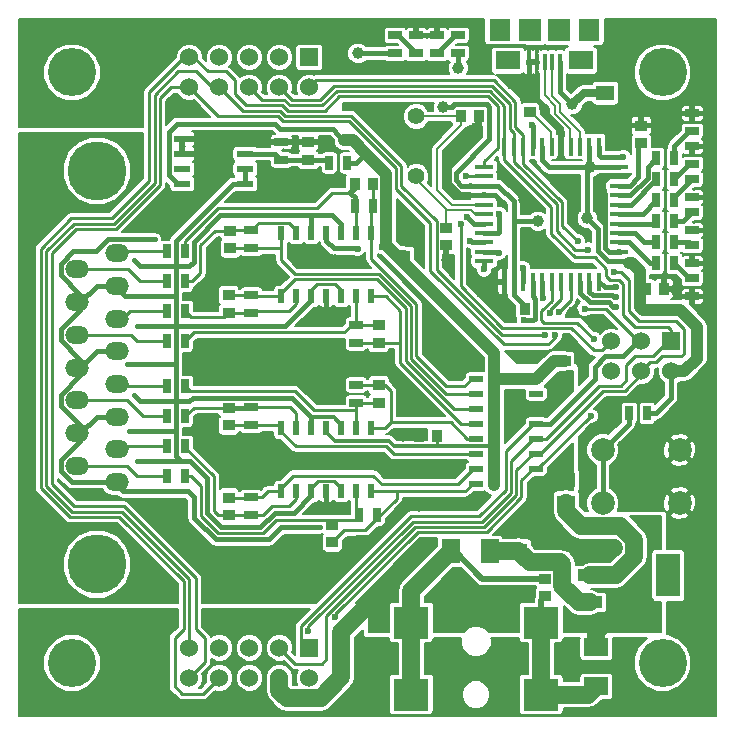
<source format=gbr>
G04 #@! TF.FileFunction,Copper,L1,Top,Signal*
%FSLAX46Y46*%
G04 Gerber Fmt 4.6, Leading zero omitted, Abs format (unit mm)*
G04 Created by KiCad (PCBNEW 4.0.4-1.fc24-product) date Wed May 17 20:52:56 2017*
%MOMM*%
%LPD*%
G01*
G04 APERTURE LIST*
%ADD10C,0.100000*%
%ADD11R,0.508000X1.143000*%
%ADD12R,1.143000X0.635000*%
%ADD13R,1.498600X1.300480*%
%ADD14R,1.000760X0.899160*%
%ADD15R,0.899160X1.000760*%
%ADD16C,5.001260*%
%ADD17O,1.998980X1.501140*%
%ADD18R,1.524000X1.524000*%
%ADD19C,1.524000*%
%ADD20R,0.635000X1.143000*%
%ADD21R,1.524000X0.406400*%
%ADD22R,0.406400X1.524000*%
%ADD23R,1.897380X1.897380*%
%ADD24R,1.899920X1.897380*%
%ADD25R,1.795780X1.897380*%
%ADD26R,2.095500X1.597660*%
%ADD27R,0.398780X1.346200*%
%ADD28C,1.422400*%
%ADD29C,4.064000*%
%ADD30R,1.399540X0.599440*%
%ADD31R,1.143000X0.508000*%
%ADD32C,1.998980*%
%ADD33R,2.032000X3.657600*%
%ADD34R,2.032000X1.016000*%
%ADD35R,3.000000X2.700000*%
%ADD36R,1.524000X2.032000*%
%ADD37R,2.032000X1.524000*%
%ADD38C,1.000000*%
%ADD39C,1.300000*%
%ADD40C,0.600000*%
%ADD41C,1.500000*%
%ADD42C,0.400000*%
%ADD43C,1.000000*%
%ADD44C,0.200000*%
%ADD45C,0.250000*%
%ADD46C,0.300000*%
%ADD47C,0.700000*%
%ADD48C,0.500000*%
G04 APERTURE END LIST*
D10*
D11*
X100330000Y-88646000D03*
X99060000Y-88646000D03*
X97790000Y-88646000D03*
X96520000Y-88646000D03*
X95250000Y-88646000D03*
X93980000Y-88646000D03*
X92710000Y-88646000D03*
X92710000Y-93980000D03*
X93980000Y-93980000D03*
X95250000Y-93980000D03*
X96520000Y-93980000D03*
X97790000Y-93980000D03*
X99060000Y-93980000D03*
X100330000Y-93980000D03*
D12*
X90170000Y-88392000D03*
X90170000Y-89916000D03*
D13*
X112776000Y-115506500D03*
X112776000Y-113601500D03*
D14*
X103124000Y-90540840D03*
X103124000Y-89037160D03*
D15*
X105907840Y-105791000D03*
X104404160Y-105791000D03*
D14*
X116700000Y-99451160D03*
X116700000Y-100954840D03*
D15*
X98943160Y-84455000D03*
X100446840Y-84455000D03*
D14*
X88265000Y-95366840D03*
X88265000Y-93863160D03*
X100965000Y-102986840D03*
X100965000Y-101483160D03*
X88265000Y-112511840D03*
X88265000Y-111008160D03*
D13*
X116840000Y-111442500D03*
X116840000Y-109537500D03*
D14*
X94996000Y-82412840D03*
X94996000Y-80909160D03*
X88392000Y-88402160D03*
X88392000Y-89905840D03*
X100965000Y-96403160D03*
X100965000Y-97906840D03*
X88265000Y-103388160D03*
X88265000Y-104891840D03*
X97028000Y-113294160D03*
X97028000Y-114797840D03*
D15*
X113351840Y-95000000D03*
X111848160Y-95000000D03*
X123581160Y-93345000D03*
X125084840Y-93345000D03*
D14*
X113800000Y-78351840D03*
X113800000Y-76848160D03*
X106680000Y-88148160D03*
X106680000Y-89651840D03*
X123190000Y-81015840D03*
X123190000Y-79512160D03*
D15*
X107950000Y-78740000D03*
X109453680Y-78740000D03*
D16*
X77112000Y-116662400D03*
D17*
X78783320Y-104155440D03*
X78783320Y-106924040D03*
X78783320Y-109695180D03*
X78783320Y-101384300D03*
X78783320Y-98615700D03*
X75440680Y-108310880D03*
X78783320Y-90304820D03*
X78783320Y-93075960D03*
X78783320Y-95844560D03*
D16*
X77112000Y-83337600D03*
D17*
X75440680Y-105539740D03*
X75440680Y-102771140D03*
X75440680Y-100000000D03*
X75440680Y-97228860D03*
X75440680Y-94460260D03*
X75440680Y-91689120D03*
D18*
X95080000Y-123730000D03*
D19*
X95080000Y-126270000D03*
X92540000Y-123730000D03*
X92540000Y-126270000D03*
X90000000Y-123730000D03*
X90000000Y-126270000D03*
X87460000Y-123730000D03*
X87460000Y-126270000D03*
X84920000Y-123730000D03*
X84920000Y-126270000D03*
D18*
X95080000Y-73730000D03*
D19*
X95080000Y-76270000D03*
X92540000Y-73730000D03*
X92540000Y-76270000D03*
X90000000Y-73730000D03*
X90000000Y-76270000D03*
X87460000Y-73730000D03*
X87460000Y-76270000D03*
X84920000Y-73730000D03*
X84920000Y-76270000D03*
D20*
X83058000Y-90170000D03*
X84582000Y-90170000D03*
X83058000Y-95250000D03*
X84582000Y-95250000D03*
X83058000Y-101600000D03*
X84582000Y-101600000D03*
X83058000Y-106680000D03*
X84582000Y-106680000D03*
X98933000Y-86360000D03*
X100457000Y-86360000D03*
D12*
X90170000Y-95377000D03*
X90170000Y-93853000D03*
X99060000Y-102997000D03*
X99060000Y-101473000D03*
X90170000Y-112522000D03*
X90170000Y-110998000D03*
D20*
X83058000Y-92710000D03*
X84582000Y-92710000D03*
X83058000Y-97790000D03*
X84582000Y-97790000D03*
X83058000Y-104140000D03*
X84582000Y-104140000D03*
X83058000Y-109220000D03*
X84582000Y-109220000D03*
X98298000Y-82677000D03*
X96774000Y-82677000D03*
D12*
X92710000Y-82423000D03*
X92710000Y-80899000D03*
X99060000Y-96393000D03*
X99060000Y-97917000D03*
X90170000Y-103378000D03*
X90170000Y-104902000D03*
D20*
X99314000Y-112522000D03*
X100838000Y-112522000D03*
X123698000Y-103886000D03*
X122174000Y-103886000D03*
D21*
X121315000Y-87000000D03*
X121315000Y-86199900D03*
X121315000Y-85399800D03*
X121315000Y-84599700D03*
X121315000Y-83799600D03*
X121315000Y-82999500D03*
X121315000Y-87800100D03*
X121315000Y-88600200D03*
X121315000Y-89400300D03*
X121315000Y-90200400D03*
X121315000Y-91000500D03*
X109885000Y-87000000D03*
X109885000Y-86199900D03*
X109885000Y-85399800D03*
X109885000Y-84599700D03*
X109885000Y-83799600D03*
X109885000Y-82999500D03*
X109885000Y-87800100D03*
X109885000Y-88600200D03*
X109885000Y-89400300D03*
X109885000Y-90200400D03*
X109885000Y-91000500D03*
D22*
X115600000Y-81285000D03*
X115600000Y-92715000D03*
X114799900Y-81285000D03*
X114799900Y-92715000D03*
X113999800Y-92715000D03*
X113999800Y-81285000D03*
X113199700Y-81285000D03*
X113199700Y-92715000D03*
X112399600Y-92715000D03*
X112399600Y-81285000D03*
X111599500Y-81285000D03*
X111599500Y-92715000D03*
X116400100Y-92715000D03*
X116400100Y-81285000D03*
X117200200Y-81285000D03*
X117200200Y-92715000D03*
X118000300Y-92715000D03*
X118000300Y-81285000D03*
X118800400Y-81285000D03*
X118800400Y-92715000D03*
X119600500Y-92715000D03*
X119600500Y-81285000D03*
D23*
X116198880Y-71447800D03*
D24*
X113801120Y-71447800D03*
D25*
X111200160Y-71447800D03*
D26*
X118098800Y-73997960D03*
D27*
X116297940Y-74124960D03*
X115647700Y-74124960D03*
X115000000Y-74124960D03*
X114352300Y-74124960D03*
X113702060Y-74124960D03*
D26*
X111901200Y-73997960D03*
D25*
X118799840Y-71447800D03*
D28*
X104140000Y-83820000D03*
X104140000Y-78740000D03*
D29*
X75000000Y-75000000D03*
X75000000Y-125000000D03*
X125000000Y-125000000D03*
X125000000Y-75000000D03*
D11*
X100330000Y-105156000D03*
X99060000Y-105156000D03*
X97790000Y-105156000D03*
X96520000Y-105156000D03*
X95250000Y-105156000D03*
X93980000Y-105156000D03*
X92710000Y-105156000D03*
X92710000Y-110490000D03*
X93980000Y-110490000D03*
X95250000Y-110490000D03*
X96520000Y-110490000D03*
X97790000Y-110490000D03*
X99060000Y-110490000D03*
X100330000Y-110490000D03*
D30*
X84328000Y-84455000D03*
X89662000Y-84455000D03*
X84328000Y-83185000D03*
X84328000Y-81915000D03*
X84328000Y-80645000D03*
X89662000Y-83185000D03*
X89662000Y-81915000D03*
X89662000Y-80645000D03*
D31*
X109220000Y-100965000D03*
X109220000Y-102235000D03*
X109220000Y-103505000D03*
X109220000Y-104775000D03*
X109220000Y-106045000D03*
X109220000Y-107315000D03*
X109220000Y-108585000D03*
X109220000Y-109855000D03*
X114300000Y-109855000D03*
X114300000Y-108585000D03*
X114300000Y-107315000D03*
X114300000Y-106045000D03*
X114300000Y-104775000D03*
X114300000Y-103505000D03*
X114300000Y-102235000D03*
X114300000Y-100965000D03*
D18*
X125730000Y-97790000D03*
D19*
X125730000Y-100330000D03*
X123190000Y-97790000D03*
X123190000Y-100330000D03*
X120650000Y-97790000D03*
X120650000Y-100330000D03*
D32*
X119938800Y-111470440D03*
X126441200Y-106969560D03*
X119938800Y-106969560D03*
X126441200Y-111470440D03*
D33*
X125476000Y-117602000D03*
D34*
X118872000Y-117602000D03*
X118872000Y-119888000D03*
X118872000Y-115316000D03*
D13*
X120142000Y-76771500D03*
X120142000Y-78676500D03*
D12*
X105918000Y-71882000D03*
X105918000Y-73406000D03*
X104140000Y-71882000D03*
X104140000Y-73406000D03*
D20*
X124460000Y-82296000D03*
X125984000Y-82296000D03*
X124460000Y-85852000D03*
X125984000Y-85852000D03*
X124460000Y-89408000D03*
X125984000Y-89408000D03*
X124460000Y-84074000D03*
X125984000Y-84074000D03*
X124460000Y-87630000D03*
X125984000Y-87630000D03*
X124460000Y-91186000D03*
X125984000Y-91186000D03*
D12*
X127508000Y-82804000D03*
X127508000Y-81280000D03*
X127508000Y-86868000D03*
X127508000Y-88392000D03*
X127508000Y-92456000D03*
X127508000Y-93980000D03*
X102362000Y-73406000D03*
X102362000Y-71882000D03*
X127508000Y-80010000D03*
X127508000Y-78486000D03*
X127508000Y-84074000D03*
X127508000Y-85598000D03*
X127508000Y-89662000D03*
X127508000Y-91186000D03*
X107696000Y-73406000D03*
X107696000Y-71882000D03*
D14*
X115062000Y-117866160D03*
X115062000Y-119369840D03*
D35*
X114720000Y-127690000D03*
X103720000Y-127690000D03*
X103720000Y-121590000D03*
X114720000Y-121590000D03*
D36*
X107061000Y-115570000D03*
X110363000Y-115570000D03*
D37*
X119380000Y-127000000D03*
X119380000Y-123698000D03*
D38*
X92202000Y-84074000D03*
X84455000Y-78359000D03*
X88138000Y-80656020D03*
X109220000Y-120142000D03*
D39*
X114300000Y-111251978D03*
X120904000Y-115316000D03*
X120142000Y-121666000D03*
D38*
X102108000Y-117856000D03*
X112522000Y-103632000D03*
X104394000Y-111760000D03*
X100838000Y-119380000D03*
X103886000Y-102870000D03*
X89154000Y-107950000D03*
X86360000Y-93726000D03*
X97282000Y-90932000D03*
X106680000Y-98298000D03*
X96012000Y-99314000D03*
X88646000Y-99314000D03*
X84074000Y-113792000D03*
X88646000Y-117094000D03*
X94234000Y-117094000D03*
X72898000Y-113792000D03*
X72898000Y-87376000D03*
X83058000Y-87376000D03*
X104394000Y-108458000D03*
X92456000Y-99314000D03*
X102997000Y-105791000D03*
X96520000Y-111887000D03*
X96520000Y-95377000D03*
X103124000Y-87756996D03*
X104394000Y-89027000D03*
D40*
X101219000Y-89789000D03*
X99187000Y-89917502D03*
D38*
X99187000Y-73406004D03*
X110744000Y-109982000D03*
D39*
X118084089Y-113419931D03*
D38*
X98044000Y-80772000D03*
X126111000Y-93472000D03*
X117438958Y-95324542D03*
X109599736Y-93604477D03*
X109474000Y-74676000D03*
X109474000Y-73406000D03*
X100076000Y-78486000D03*
X117094000Y-97790000D03*
X117094000Y-84582000D03*
X113284000Y-85852000D03*
X114808000Y-90170000D03*
X112208054Y-76005947D03*
X109224999Y-79748180D03*
X121920000Y-78232000D03*
X119634000Y-84836000D03*
X121158000Y-80264000D03*
X106700000Y-90900000D03*
X106426000Y-77939980D03*
X107696000Y-74676000D03*
X114438020Y-87600000D03*
X118618000Y-87375994D03*
X117348000Y-77724000D03*
X118872000Y-83058000D03*
D40*
X118393012Y-95024867D03*
X117800002Y-89300000D03*
X120842966Y-91939312D03*
X118691954Y-90008044D03*
X94994958Y-122323087D03*
X97278750Y-121154750D03*
X119179455Y-97620545D03*
X118900000Y-104100000D03*
X115438975Y-95364989D03*
X115062000Y-97282000D03*
X116233384Y-95270470D03*
X115862013Y-97282000D03*
X108331008Y-83820000D03*
X107882763Y-87804987D03*
X121029192Y-94844770D03*
X121044125Y-94044897D03*
X108458000Y-87249000D03*
X111147002Y-86995000D03*
X108712000Y-89281000D03*
X111125000Y-90297000D03*
X113157000Y-91567000D03*
X109855000Y-91694000D03*
X113284000Y-96000382D03*
X114896709Y-94098341D03*
X121031000Y-93218000D03*
X121666000Y-82169000D03*
X113919000Y-79502000D03*
D41*
X117923998Y-119888000D02*
X116512381Y-118476383D01*
X113736079Y-116466579D02*
X112776000Y-115506500D01*
X118872000Y-119888000D02*
X117923998Y-119888000D01*
X116512381Y-118476383D02*
X116512381Y-116656579D01*
X116512381Y-116656579D02*
X116322381Y-116466579D01*
X116322381Y-116466579D02*
X113736079Y-116466579D01*
X110363000Y-115570000D02*
X112712500Y-115570000D01*
X112712500Y-115570000D02*
X112776000Y-115506500D01*
D42*
X88149020Y-80645000D02*
X88138000Y-80656020D01*
X89662000Y-80645000D02*
X88149020Y-80645000D01*
D41*
X92540000Y-126270000D02*
X92540000Y-127347630D01*
X92540000Y-127347630D02*
X93174371Y-127982001D01*
X93174371Y-127982001D02*
X96045999Y-127982001D01*
X96045999Y-127982001D02*
X97790000Y-126238000D01*
X97790000Y-126238000D02*
X97790000Y-122428000D01*
X97790000Y-122428000D02*
X100838000Y-119380000D01*
X119380000Y-122428000D02*
X119380000Y-123698000D01*
D43*
X114300000Y-109855000D02*
X114300000Y-111251978D01*
D41*
X118872000Y-115316000D02*
X120904000Y-115316000D01*
X119380000Y-122428000D02*
X120142000Y-121666000D01*
X100838000Y-119380000D02*
X100838000Y-119126000D01*
X100838000Y-119126000D02*
X102108000Y-117856000D01*
D44*
X97491802Y-115824000D02*
X96564198Y-115824000D01*
X96564198Y-115824000D02*
X95758000Y-115017802D01*
X100489002Y-114300000D02*
X99015802Y-114300000D01*
X99015802Y-114300000D02*
X97491802Y-115824000D01*
X102616000Y-111760000D02*
X102616000Y-112173002D01*
X102616000Y-112173002D02*
X100489002Y-114300000D01*
X103686894Y-111760000D02*
X102616000Y-111760000D01*
X104394000Y-111760000D02*
X103686894Y-111760000D01*
D42*
X114300000Y-103505000D02*
X114935000Y-103505000D01*
X114935000Y-103505000D02*
X115570000Y-102870000D01*
X115570000Y-102870000D02*
X115570000Y-101600000D01*
X115570000Y-101600000D02*
X116418160Y-100751840D01*
X116418160Y-100751840D02*
X116700000Y-100751840D01*
X114300000Y-103505000D02*
X112649000Y-103505000D01*
X112649000Y-103505000D02*
X112522000Y-103632000D01*
X102997000Y-105791000D02*
X104404160Y-105791000D01*
X96520000Y-111887000D02*
X96520000Y-110490000D01*
X96520000Y-93980000D02*
X96520000Y-95377000D01*
D45*
X103124000Y-89037160D02*
X103124000Y-87756996D01*
X104023160Y-89037160D02*
X104140000Y-89154000D01*
X103124000Y-89037160D02*
X104023160Y-89037160D01*
D43*
X114300000Y-100965000D02*
X115813840Y-99451160D01*
X115813840Y-99451160D02*
X116700000Y-99451160D01*
D42*
X96520000Y-88646000D02*
X96520000Y-89281000D01*
X96520000Y-89281000D02*
X97155000Y-89916000D01*
X97155000Y-89916000D02*
X99185498Y-89916000D01*
X99185498Y-89916000D02*
X99187000Y-89917502D01*
X101219000Y-89789000D02*
X101473000Y-89789000D01*
X101473000Y-89789000D02*
X101600000Y-89662000D01*
D43*
X110744000Y-100076000D02*
X110744000Y-98806000D01*
X110744000Y-100838000D02*
X110744000Y-100076000D01*
X110744000Y-106807000D02*
X110744000Y-102108000D01*
X110744000Y-102108000D02*
X110744000Y-101092000D01*
X110744000Y-100076000D02*
X110744000Y-102108000D01*
X110871000Y-100965000D02*
X110744000Y-100838000D01*
X110744000Y-98806000D02*
X103124000Y-91186000D01*
X110744000Y-106680000D02*
X110744000Y-106807000D01*
D46*
X105918000Y-106680000D02*
X110744000Y-106680000D01*
D43*
X110744000Y-101092000D02*
X110871000Y-100965000D01*
X110744000Y-109982000D02*
X110744000Y-106807000D01*
D42*
X83927950Y-84455000D02*
X83185000Y-83712050D01*
X83185000Y-80068508D02*
X83889510Y-79363998D01*
X92627499Y-79800499D02*
X97072499Y-79800499D01*
X84328000Y-84455000D02*
X83927950Y-84455000D01*
X97072499Y-79800499D02*
X97544001Y-80272001D01*
X83185000Y-83712050D02*
X83185000Y-80068508D01*
X83889510Y-79363998D02*
X92190999Y-79363999D01*
X92190999Y-79363999D02*
X92627499Y-79800499D01*
X97544001Y-80272001D02*
X98044000Y-80772000D01*
D43*
X101596421Y-83617315D02*
X99894106Y-81915000D01*
X99894106Y-81915000D02*
X98751106Y-80772000D01*
D42*
X98298000Y-82677000D02*
X99015500Y-82677000D01*
X99015500Y-82677000D02*
X99777500Y-81915000D01*
X99777500Y-81915000D02*
X99894106Y-81915000D01*
D43*
X98751106Y-80772000D02*
X98044000Y-80772000D01*
X101596421Y-85141319D02*
X101596421Y-83617315D01*
X101600000Y-85144898D02*
X101596421Y-85141319D01*
X101600000Y-85852004D02*
X101600000Y-85144898D01*
X101600000Y-89662000D02*
X101600000Y-86559110D01*
X102478840Y-90540840D02*
X101600000Y-89662000D01*
X101600000Y-86559110D02*
X101600000Y-85852004D01*
D42*
X102362000Y-73406000D02*
X99187004Y-73406000D01*
X99187004Y-73406000D02*
X99187000Y-73406004D01*
D41*
X118872000Y-117602000D02*
X121022177Y-117602000D01*
X121022177Y-117602000D02*
X122604010Y-116020167D01*
X122604010Y-116020167D02*
X122604010Y-114611833D01*
X122604010Y-114611833D02*
X121412108Y-113419931D01*
X121412108Y-113419931D02*
X118084089Y-113419931D01*
X116840000Y-111442500D02*
X116840000Y-112175842D01*
X116840000Y-112175842D02*
X118084089Y-113419931D01*
D43*
X102478840Y-90540840D02*
X103124000Y-91186000D01*
X103124000Y-91186000D02*
X103124000Y-90540840D01*
X103124000Y-90540840D02*
X102478840Y-90540840D01*
X114300000Y-100965000D02*
X110871000Y-100965000D01*
D46*
X105918000Y-106680000D02*
X102271764Y-106680000D01*
D45*
X105907840Y-105791000D02*
X105907840Y-106669840D01*
X105907840Y-106669840D02*
X105918000Y-106680000D01*
X103124000Y-91059000D02*
X103124000Y-90540840D01*
X103124000Y-90540840D02*
X103124000Y-90805000D01*
X103124000Y-90805000D02*
X102997000Y-90932000D01*
D46*
X102271764Y-106680000D02*
X101796754Y-106204990D01*
X101796754Y-106204990D02*
X97251490Y-106204990D01*
X97251490Y-106204990D02*
X96520000Y-105473500D01*
X96520000Y-105473500D02*
X96520000Y-105156000D01*
D45*
X84582000Y-90170000D02*
X84582000Y-89281481D01*
X84582000Y-89281481D02*
X87376481Y-86487000D01*
X87376481Y-86487000D02*
X95758000Y-86487000D01*
X95758000Y-86487000D02*
X97028000Y-85217000D01*
X97028000Y-85217000D02*
X98488990Y-85217000D01*
D42*
X98488990Y-85217000D02*
X98552000Y-85217000D01*
X98552000Y-85217000D02*
X98933000Y-85598000D01*
X98933000Y-85598000D02*
X98933000Y-86360000D01*
X98552000Y-85153990D02*
X98943160Y-84762830D01*
X98943160Y-84762830D02*
X98943160Y-84455000D01*
D45*
X98488990Y-85217000D02*
X98552000Y-85153990D01*
X98933000Y-86360000D02*
X98933000Y-86106000D01*
X98943160Y-86349840D02*
X98933000Y-86360000D01*
X99060000Y-88646000D02*
X99060000Y-86487000D01*
X99060000Y-86487000D02*
X98933000Y-86360000D01*
X109220000Y-100965000D02*
X108839000Y-100965000D01*
X108204000Y-101600000D02*
X106680000Y-101600000D01*
X106680000Y-101600000D02*
X104140000Y-99060000D01*
X108839000Y-100965000D02*
X108204000Y-101600000D01*
X104140000Y-99060000D02*
X104140000Y-94610767D01*
X104140000Y-94610767D02*
X100330000Y-90800767D01*
X100330000Y-90800767D02*
X100330000Y-88646000D01*
X100330000Y-88646000D02*
X100330000Y-86487000D01*
X100330000Y-86487000D02*
X100457000Y-86360000D01*
X100446840Y-84455000D02*
X100446840Y-86349840D01*
X100446840Y-86349840D02*
X100457000Y-86360000D01*
X84582000Y-95250000D02*
X85090000Y-95758000D01*
X85090000Y-95758000D02*
X87873840Y-95758000D01*
X87873840Y-95758000D02*
X88265000Y-95366840D01*
X90170000Y-95377000D02*
X90297000Y-95250000D01*
X90297000Y-95250000D02*
X93345000Y-95250000D01*
X93345000Y-95250000D02*
X93980000Y-94615000D01*
X93980000Y-94615000D02*
X93980000Y-93980000D01*
X88265000Y-95366840D02*
X90159840Y-95366840D01*
X90159840Y-95366840D02*
X90170000Y-95377000D01*
X92710000Y-93980000D02*
X90297000Y-93980000D01*
X90297000Y-93980000D02*
X90170000Y-93853000D01*
X93858511Y-92513989D02*
X92710000Y-93662500D01*
X103239978Y-99432800D02*
X103239978Y-94983567D01*
X109220000Y-103505000D02*
X107312178Y-103505000D01*
X107312178Y-103505000D02*
X103239978Y-99432800D01*
X103239978Y-94983567D02*
X100770400Y-92513989D01*
X100770400Y-92513989D02*
X93858511Y-92513989D01*
X92710000Y-93662500D02*
X92710000Y-93980000D01*
X88265000Y-93863160D02*
X90159840Y-93863160D01*
X90159840Y-93863160D02*
X90170000Y-93853000D01*
X84582000Y-101600000D02*
X84963000Y-101981000D01*
X84963000Y-101981000D02*
X93853000Y-101981000D01*
X93853000Y-101981000D02*
X95504000Y-103632000D01*
X99060000Y-103632000D02*
X99060000Y-102997000D01*
X95504000Y-103632000D02*
X99060000Y-103632000D01*
X99060000Y-102997000D02*
X100954840Y-102997000D01*
X100954840Y-102997000D02*
X100965000Y-102986840D01*
X99060000Y-105156000D02*
X99060000Y-102997000D01*
X107061000Y-104648000D02*
X101981000Y-104648000D01*
X108458000Y-106045000D02*
X107061000Y-104648000D01*
X109220000Y-106045000D02*
X108458000Y-106045000D01*
X100330000Y-105156000D02*
X101473000Y-105156000D01*
X101473000Y-105156000D02*
X101981000Y-104648000D01*
X101981000Y-104648000D02*
X101981000Y-101981000D01*
X101981000Y-101981000D02*
X101483160Y-101483160D01*
X101483160Y-101483160D02*
X100965000Y-101483160D01*
X100330000Y-105156000D02*
X100834000Y-105156000D01*
X99060000Y-101473000D02*
X100954840Y-101473000D01*
X100954840Y-101473000D02*
X100965000Y-101483160D01*
X90170000Y-112522000D02*
X91186000Y-112522000D01*
X91186000Y-112522000D02*
X91948000Y-111760000D01*
X91948000Y-111760000D02*
X93345000Y-111760000D01*
X93345000Y-111760000D02*
X93980000Y-111125000D01*
X93980000Y-111125000D02*
X93980000Y-110490000D01*
X86995000Y-111125000D02*
X86995000Y-112141000D01*
X86995000Y-112141000D02*
X87365840Y-112511840D01*
X87365840Y-112511840D02*
X88265000Y-112511840D01*
X84582000Y-106807000D02*
X86995000Y-109220000D01*
X86995000Y-109220000D02*
X86995000Y-111125000D01*
X84582000Y-106680000D02*
X84582000Y-106807000D01*
X86995000Y-111125000D02*
X86995000Y-111292640D01*
X88214200Y-112511840D02*
X88265000Y-112511840D01*
X88265000Y-112511840D02*
X90159840Y-112511840D01*
X90159840Y-112511840D02*
X90170000Y-112522000D01*
X90170000Y-110998000D02*
X91059000Y-110998000D01*
X91059000Y-110998000D02*
X91567000Y-110490000D01*
X91567000Y-110490000D02*
X92710000Y-110490000D01*
X92710000Y-110490000D02*
X92710000Y-110172500D01*
X92710000Y-110172500D02*
X93739011Y-109143489D01*
X93739011Y-109143489D02*
X100507489Y-109143489D01*
X100507489Y-109143489D02*
X101219000Y-109855000D01*
X101219000Y-109855000D02*
X107632500Y-109855000D01*
X107632500Y-109855000D02*
X108902500Y-108585000D01*
X108902500Y-108585000D02*
X109220000Y-108585000D01*
X88265000Y-111008160D02*
X90159840Y-111008160D01*
X90159840Y-111008160D02*
X90170000Y-110998000D01*
D42*
X89662000Y-81915000D02*
X92202000Y-81915000D01*
X92202000Y-81915000D02*
X92710000Y-82423000D01*
X94996000Y-82412840D02*
X96509840Y-82412840D01*
X96509840Y-82412840D02*
X96774000Y-82677000D01*
X92710000Y-82423000D02*
X94985840Y-82423000D01*
X94985840Y-82423000D02*
X94996000Y-82412840D01*
D45*
X85852000Y-89662000D02*
X87111840Y-88402160D01*
X87111840Y-88402160D02*
X88392000Y-88402160D01*
X85852000Y-92007500D02*
X85852000Y-89662000D01*
X84582000Y-92710000D02*
X85149500Y-92710000D01*
X85149500Y-92710000D02*
X85852000Y-92007500D01*
X90170000Y-88392000D02*
X88402160Y-88392000D01*
X88402160Y-88392000D02*
X88392000Y-88402160D01*
X93980000Y-88646000D02*
X93980000Y-88328500D01*
X93980000Y-88328500D02*
X93400999Y-87749499D01*
X93400999Y-87749499D02*
X90812501Y-87749499D01*
X90812501Y-87749499D02*
X90170000Y-88392000D01*
D44*
X84836000Y-92710000D02*
X84582000Y-92710000D01*
D45*
X84582000Y-92710000D02*
X84582000Y-92456000D01*
X92710000Y-88646000D02*
X92710000Y-89916000D01*
X92710000Y-89916000D02*
X92710000Y-90932000D01*
X90170000Y-89916000D02*
X92710000Y-89916000D01*
X88392000Y-89905840D02*
X90159840Y-89905840D01*
X90159840Y-89905840D02*
X90170000Y-89916000D01*
X106678589Y-102235000D02*
X109220000Y-102235000D01*
X103689989Y-94797167D02*
X103689989Y-99246400D01*
X93841978Y-92063978D02*
X100956800Y-92063978D01*
X100956800Y-92063978D02*
X103689989Y-94797167D01*
X92710000Y-90932000D02*
X93841978Y-92063978D01*
X103689989Y-99246400D02*
X106678589Y-102235000D01*
X109220000Y-102235000D02*
X109537500Y-102235000D01*
X84582000Y-97790000D02*
X85344000Y-97028000D01*
X85344000Y-97028000D02*
X98044000Y-97028000D01*
X98044000Y-97028000D02*
X98679000Y-96393000D01*
X98679000Y-96393000D02*
X99060000Y-96393000D01*
X99060000Y-96393000D02*
X99060000Y-93980000D01*
X99060000Y-96393000D02*
X100954840Y-96393000D01*
X100954840Y-96393000D02*
X100965000Y-96403160D01*
X102789967Y-95169967D02*
X102789967Y-98044000D01*
X102789967Y-98044000D02*
X102789967Y-99619200D01*
X100965000Y-97906840D02*
X102652807Y-97906840D01*
X102652807Y-97906840D02*
X102789967Y-98044000D01*
X100330000Y-93980000D02*
X101600000Y-93980000D01*
X101600000Y-93980000D02*
X102789967Y-95169967D01*
X102789967Y-99619200D02*
X107945767Y-104775000D01*
X107945767Y-104775000D02*
X109220000Y-104775000D01*
X100965000Y-97906840D02*
X101015800Y-97906840D01*
X99060000Y-97917000D02*
X100954840Y-97917000D01*
X100954840Y-97917000D02*
X100965000Y-97906840D01*
X90170000Y-103378000D02*
X93472000Y-103378000D01*
X93472000Y-103378000D02*
X93980000Y-103886000D01*
X93980000Y-103886000D02*
X93980000Y-105156000D01*
D42*
X88265000Y-103388160D02*
X90159840Y-103388160D01*
X90159840Y-103388160D02*
X90170000Y-103378000D01*
D45*
X84582000Y-104140000D02*
X85333840Y-103388160D01*
X85333840Y-103388160D02*
X88265000Y-103388160D01*
X101600000Y-106680000D02*
X102235000Y-107315000D01*
X102235000Y-107315000D02*
X109220000Y-107315000D01*
X93916500Y-106680000D02*
X101600000Y-106680000D01*
X92710000Y-105156000D02*
X92710000Y-105473500D01*
X92710000Y-105473500D02*
X93916500Y-106680000D01*
X90170000Y-104902000D02*
X92456000Y-104902000D01*
X92456000Y-104902000D02*
X92710000Y-105156000D01*
X88265000Y-104891840D02*
X90159840Y-104891840D01*
X90159840Y-104891840D02*
X90170000Y-104902000D01*
X99060000Y-111760000D02*
X99060000Y-112913160D01*
X99060000Y-110490000D02*
X99060000Y-111760000D01*
X99060000Y-111760000D02*
X99060000Y-112268000D01*
X99060000Y-112268000D02*
X99314000Y-112522000D01*
X99060000Y-112913160D02*
X97028000Y-112913160D01*
X97028000Y-112913160D02*
X92279794Y-112913160D01*
X97028000Y-113294160D02*
X97028000Y-112913160D01*
X92279794Y-112913160D02*
X91163965Y-114028989D01*
X91163965Y-114028989D02*
X87369711Y-114028989D01*
X87369711Y-114028989D02*
X85869013Y-112528291D01*
X85869013Y-112528291D02*
X85869013Y-109999013D01*
X85869013Y-109999013D02*
X85090000Y-109220000D01*
X85090000Y-109220000D02*
X84582000Y-109220000D01*
X99822000Y-113792000D02*
X100076000Y-113538000D01*
X100076000Y-113538000D02*
X102489000Y-111125000D01*
X100838000Y-112522000D02*
X100838000Y-112776000D01*
X100838000Y-112776000D02*
X100076000Y-113538000D01*
X97028000Y-114808000D02*
X98044000Y-113792000D01*
X102489000Y-111125000D02*
X102489000Y-110490000D01*
X98044000Y-113792000D02*
X99822000Y-113792000D01*
X102489000Y-110490000D02*
X102235000Y-110490000D01*
X108267500Y-110490000D02*
X108902500Y-109855000D01*
X108902500Y-109855000D02*
X109220000Y-109855000D01*
X102235000Y-110490000D02*
X108267500Y-110490000D01*
X100330000Y-110490000D02*
X102235000Y-110490000D01*
D42*
X125084840Y-93345000D02*
X125984000Y-93345000D01*
X125984000Y-93345000D02*
X126111000Y-93472000D01*
X106903987Y-84404534D02*
X106903987Y-82069192D01*
X107899253Y-85399800D02*
X106903987Y-84404534D01*
X108725000Y-80248179D02*
X109224999Y-79748180D01*
X106903987Y-82069192D02*
X108725000Y-80248179D01*
X109885000Y-85399800D02*
X107899253Y-85399800D01*
X111599500Y-92715000D02*
X110489213Y-92715000D01*
X110489213Y-92715000D02*
X110099735Y-93104478D01*
X110099735Y-93104478D02*
X109599736Y-93604477D01*
D46*
X113321200Y-72771000D02*
X110109000Y-72771000D01*
X110109000Y-72771000D02*
X109474000Y-73406000D01*
X113702060Y-74124960D02*
X113702060Y-73151860D01*
X113702060Y-73151860D02*
X113321200Y-72771000D01*
D42*
X113702060Y-74124960D02*
X114352300Y-74124960D01*
X112894173Y-76005947D02*
X112208054Y-76005947D01*
X113702060Y-74124960D02*
X113702060Y-75273940D01*
X112899620Y-76848160D02*
X112208054Y-76156594D01*
X112208054Y-76156594D02*
X112208054Y-76005947D01*
X113800000Y-76848160D02*
X112899620Y-76848160D01*
X109345880Y-79748180D02*
X109224999Y-79748180D01*
X109453680Y-78740000D02*
X109453680Y-79640380D01*
X109453680Y-79640380D02*
X109345880Y-79748180D01*
X121315000Y-90200400D02*
X120429898Y-90200400D01*
X120429898Y-90200400D02*
X120142000Y-89912502D01*
X120142000Y-89912502D02*
X120142000Y-85344000D01*
X120142000Y-85344000D02*
X119634000Y-84836000D01*
X121475500Y-78676500D02*
X121920000Y-78232000D01*
X120142000Y-78676500D02*
X121475500Y-78676500D01*
X120429898Y-83799600D02*
X119634000Y-84595498D01*
X121315000Y-83799600D02*
X120429898Y-83799600D01*
X119634000Y-84595498D02*
X119634000Y-84836000D01*
X116400100Y-81285000D02*
X116400100Y-79740924D01*
X116400100Y-79740924D02*
X114700380Y-78041204D01*
X114700380Y-78041204D02*
X114700380Y-77697740D01*
X114700380Y-77697740D02*
X113850800Y-76848160D01*
X113850800Y-76848160D02*
X113800000Y-76848160D01*
X120142000Y-78676500D02*
X120142000Y-79248000D01*
X120142000Y-79248000D02*
X121158000Y-80264000D01*
X110799800Y-85399800D02*
X111506000Y-86106000D01*
X109885000Y-85399800D02*
X110799800Y-85399800D01*
X106680000Y-89651840D02*
X106680000Y-90880000D01*
X106680000Y-90880000D02*
X106700000Y-90900000D01*
X118872000Y-83058000D02*
X118872000Y-83114498D01*
X118872000Y-83114498D02*
X118618000Y-83368498D01*
D43*
X123063000Y-93218000D02*
X123063000Y-94869000D01*
X123063000Y-94869000D02*
X123317000Y-95123000D01*
X123317000Y-95123000D02*
X126492000Y-95123000D01*
X126492000Y-95123000D02*
X127900000Y-96531000D01*
X127900000Y-99237630D02*
X126807630Y-100330000D01*
X127900000Y-96531000D02*
X127900000Y-99237630D01*
X126807630Y-100330000D02*
X125730000Y-100330000D01*
X123063000Y-91847257D02*
X123063000Y-93218000D01*
D42*
X123581160Y-93345000D02*
X123190000Y-93345000D01*
X123190000Y-93345000D02*
X123063000Y-93218000D01*
D43*
X122401743Y-91186000D02*
X123063000Y-91847257D01*
D42*
X110107642Y-77724000D02*
X107349086Y-77724000D01*
X107349086Y-77724000D02*
X107133106Y-77939980D01*
X107133106Y-77939980D02*
X106426000Y-77939980D01*
X107503996Y-83483998D02*
X110303261Y-80684735D01*
X107503996Y-84156002D02*
X107503996Y-83483998D01*
X107947696Y-84599700D02*
X107503996Y-84156002D01*
X110303261Y-80684735D02*
X110303261Y-77919619D01*
X108723000Y-84599700D02*
X107947696Y-84599700D01*
X110303261Y-77919619D02*
X110107642Y-77724000D01*
X107696000Y-73406000D02*
X107696000Y-74676000D01*
X112383999Y-87584399D02*
X112383999Y-85936699D01*
X112399600Y-87600000D02*
X112383999Y-87584399D01*
X111047000Y-84599700D02*
X109885000Y-84599700D01*
X112383999Y-85936699D02*
X111047000Y-84599700D01*
X112399600Y-87600000D02*
X114438020Y-87600000D01*
X109885000Y-84599700D02*
X108723000Y-84599700D01*
X108723000Y-84599700D02*
X108705300Y-84582000D01*
X118618000Y-83368498D02*
X118618000Y-87375994D01*
X119541989Y-90161034D02*
X119541989Y-88299983D01*
X119541989Y-88299983D02*
X118618000Y-87375994D01*
X120381455Y-91000500D02*
X119541989Y-90161034D01*
X121315000Y-91000500D02*
X120381455Y-91000500D01*
X121315000Y-82999500D02*
X118930500Y-82999500D01*
X118930500Y-82999500D02*
X118872000Y-83058000D01*
X115410900Y-83058000D02*
X118872000Y-83058000D01*
X121315000Y-91000500D02*
X122216243Y-91000500D01*
X122216243Y-91000500D02*
X122401743Y-91186000D01*
D43*
X122174000Y-91186000D02*
X122401743Y-91186000D01*
D42*
X125730000Y-100330000D02*
X125730000Y-102571500D01*
X124415500Y-103886000D02*
X123698000Y-103886000D01*
X125730000Y-102571500D02*
X124415500Y-103886000D01*
X116297940Y-76673940D02*
X117348000Y-77724000D01*
D47*
X118300500Y-76771500D02*
X117348000Y-77724000D01*
X120142000Y-76771500D02*
X118300500Y-76771500D01*
D42*
X116297940Y-74124960D02*
X116297940Y-76673940D01*
X114799900Y-81285000D02*
X114799900Y-82447000D01*
X114799900Y-82447000D02*
X115410900Y-83058000D01*
X118800400Y-81285000D02*
X118800400Y-82986400D01*
X118800400Y-82986400D02*
X118872000Y-83058000D01*
X113248160Y-94725560D02*
X113248160Y-94800000D01*
X112399600Y-93877000D02*
X113248160Y-94725560D01*
X112399600Y-92715000D02*
X112399600Y-93877000D01*
X112399600Y-92715000D02*
X112399600Y-87600000D01*
D44*
X115570000Y-80071040D02*
X113850800Y-78351840D01*
X113850800Y-78351840D02*
X113800000Y-78351840D01*
X115570000Y-81280000D02*
X115570000Y-80071040D01*
X106680000Y-86995000D02*
X106680000Y-86614000D01*
X106680000Y-86614000D02*
X104140000Y-84074000D01*
X104140000Y-84074000D02*
X104140000Y-83820000D01*
X109855000Y-86995000D02*
X109092004Y-86995000D01*
X109092004Y-86995000D02*
X108746002Y-86648998D01*
X108746002Y-86648998D02*
X106680000Y-86648998D01*
X106680000Y-86648998D02*
X106680000Y-86995000D01*
X106680000Y-86995000D02*
X106680000Y-88148160D01*
D42*
X121315000Y-84599700D02*
X122200103Y-84599700D01*
X122200103Y-84599700D02*
X122936000Y-83863803D01*
X122936000Y-83863803D02*
X122936000Y-81269840D01*
X122936000Y-81269840D02*
X123190000Y-81015840D01*
D44*
X109855000Y-86194900D02*
X107149900Y-86194900D01*
X107149900Y-86194900D02*
X105918000Y-84963000D01*
X105918000Y-84963000D02*
X105918000Y-81472380D01*
X105918000Y-81472380D02*
X107950000Y-79440380D01*
X107950000Y-79440380D02*
X107950000Y-78740000D01*
X107899200Y-78740000D02*
X107950000Y-78790800D01*
X104140000Y-78740000D02*
X107899200Y-78740000D01*
X107950000Y-78790800D02*
X107950000Y-78740000D01*
D42*
X97790000Y-88646000D02*
X97790000Y-87884000D01*
X97790000Y-87884000D02*
X97028000Y-87122000D01*
X97028000Y-87122000D02*
X94697500Y-87122000D01*
X94697500Y-87122000D02*
X95250000Y-87122000D01*
X95250000Y-87122000D02*
X95250000Y-88646000D01*
X74041180Y-103247725D02*
X75689600Y-104896145D01*
X75689600Y-100646135D02*
X74041180Y-102294555D01*
X75689600Y-106185875D02*
X74041180Y-107834295D01*
X74948895Y-109695180D02*
X78534400Y-109695180D01*
X74041180Y-108787465D02*
X74948895Y-109695180D01*
X74041180Y-107834295D02*
X74041180Y-108787465D01*
X74041180Y-102294555D02*
X74041180Y-103247725D01*
X75689600Y-105539740D02*
X75689600Y-106185875D01*
X75689600Y-94460260D02*
X75689600Y-95103855D01*
X74041180Y-91212535D02*
X75083715Y-90170000D01*
X77042055Y-90170000D02*
X78057815Y-89154240D01*
X74041180Y-97705445D02*
X75689600Y-99353865D01*
X75689600Y-93814125D02*
X74041180Y-92165705D01*
X75689600Y-94460260D02*
X75689600Y-93814125D01*
X78057815Y-89154240D02*
X82041760Y-89154240D01*
X75689600Y-95103855D02*
X74041180Y-96752275D01*
X74041180Y-92165705D02*
X74041180Y-91212535D01*
X75083715Y-90170000D02*
X77042055Y-90170000D01*
X75689600Y-100000000D02*
X75689600Y-100646135D01*
X74041180Y-96752275D02*
X74041180Y-97705445D01*
X75689600Y-104896145D02*
X75689600Y-105539740D01*
X75689600Y-99353865D02*
X75689600Y-100000000D01*
X78534400Y-109695180D02*
X79329220Y-110490000D01*
X79329220Y-110490000D02*
X84836000Y-110490000D01*
X84836000Y-110490000D02*
X85344004Y-110998004D01*
X85344004Y-110998004D02*
X85344004Y-112745758D01*
X85344004Y-112745758D02*
X87152246Y-114554000D01*
X87152246Y-114554000D02*
X91694000Y-114554000D01*
X91694000Y-114554000D02*
X92710000Y-113538000D01*
X92710000Y-113538000D02*
X96012000Y-113538000D01*
X80772000Y-91440000D02*
X80264000Y-90932000D01*
X83820000Y-91440000D02*
X80772000Y-91440000D01*
X83820000Y-93980000D02*
X83820000Y-96520000D01*
X83820000Y-91440000D02*
X83820000Y-93980000D01*
X83820000Y-93980000D02*
X79438440Y-93980000D01*
X79438440Y-93980000D02*
X78534400Y-93075960D01*
X83820000Y-96520000D02*
X80518000Y-96520000D01*
X80772000Y-102870000D02*
X80264000Y-102362000D01*
X83820000Y-102870000D02*
X80772000Y-102870000D01*
X93772489Y-112285011D02*
X95250000Y-110807500D01*
X92165465Y-112285011D02*
X93772489Y-112285011D01*
X90946498Y-113503978D02*
X92165465Y-112285011D01*
X95250000Y-110807500D02*
X95250000Y-110490000D01*
X87587176Y-113503978D02*
X90946498Y-113503978D01*
X84982524Y-107950000D02*
X86394022Y-109361498D01*
X86394022Y-112310824D02*
X87587176Y-113503978D01*
X84242998Y-107950000D02*
X84982524Y-107950000D01*
X86394022Y-109361498D02*
X86394022Y-112310824D01*
X84242998Y-107950000D02*
X80518000Y-107950000D01*
X83820000Y-105410000D02*
X83820000Y-107527002D01*
X83820000Y-102870000D02*
X83820000Y-105410000D01*
X83820000Y-105410000D02*
X79788960Y-105410000D01*
X83820000Y-107527002D02*
X84242998Y-107950000D01*
X83820000Y-89254965D02*
X83820000Y-91440000D01*
X88619965Y-84455000D02*
X83820000Y-89254965D01*
X89662000Y-84455000D02*
X88619965Y-84455000D01*
X95250000Y-93980000D02*
X95250000Y-94297500D01*
X95250000Y-94297500D02*
X93044511Y-96502989D01*
X93044511Y-96502989D02*
X83837011Y-96502989D01*
X83837011Y-96502989D02*
X83820000Y-96520000D01*
X83820000Y-91440000D02*
X84921002Y-91440000D01*
X84921002Y-91440000D02*
X85299501Y-91061501D01*
X85299501Y-91061501D02*
X85299501Y-89325499D01*
X85299501Y-89325499D02*
X87503000Y-87122000D01*
X87503000Y-87122000D02*
X94697500Y-87122000D01*
D45*
X95250000Y-93980000D02*
X95250000Y-93472000D01*
X95250000Y-93472000D02*
X95758000Y-92964000D01*
X95758000Y-92964000D02*
X97282000Y-92964000D01*
X97282000Y-92964000D02*
X97790000Y-93472000D01*
X97790000Y-93472000D02*
X97790000Y-93980000D01*
D46*
X95250000Y-104184500D02*
X97136000Y-104184500D01*
X97136000Y-104184500D02*
X97790000Y-104838500D01*
X97790000Y-104838500D02*
X97790000Y-105156000D01*
D42*
X83820000Y-99695000D02*
X83820000Y-102870000D01*
X83820000Y-96520000D02*
X83820000Y-99695000D01*
X83820000Y-99695000D02*
X79613700Y-99695000D01*
X78534400Y-104155440D02*
X77073900Y-104155440D01*
X77073900Y-104155440D02*
X75689600Y-105539740D01*
X78534400Y-98615700D02*
X77073900Y-98615700D01*
X77073900Y-98615700D02*
X75689600Y-100000000D01*
X78534400Y-93075960D02*
X77073900Y-93075960D01*
X77073900Y-93075960D02*
X75689600Y-94460260D01*
X95250000Y-105156000D02*
X95250000Y-104184500D01*
X95250000Y-104184500D02*
X93604079Y-102538579D01*
X93604079Y-102538579D02*
X85252423Y-102538579D01*
X85252423Y-102538579D02*
X84921002Y-102870000D01*
X84921002Y-102870000D02*
X83820000Y-102870000D01*
D45*
X97790000Y-88963500D02*
X97790000Y-88646000D01*
X95250000Y-88646000D02*
X95250000Y-88963500D01*
D42*
X89662000Y-83185000D02*
X89662000Y-84455000D01*
D45*
X95250000Y-105156000D02*
X95250000Y-105473500D01*
X97790000Y-105473500D02*
X97790000Y-105156000D01*
X97790000Y-110490000D02*
X97790000Y-110172500D01*
X97790000Y-110172500D02*
X97210999Y-109593499D01*
X97210999Y-109593499D02*
X95829001Y-109593499D01*
X95829001Y-109593499D02*
X95250000Y-110172500D01*
X95250000Y-110172500D02*
X95250000Y-110490000D01*
X78534400Y-106924040D02*
X78778440Y-106680000D01*
X78778440Y-106680000D02*
X83058000Y-106680000D01*
X78534400Y-101384300D02*
X78750100Y-101600000D01*
X78750100Y-101600000D02*
X83058000Y-101600000D01*
X75689600Y-108310880D02*
X79608880Y-108310880D01*
X79608880Y-108310880D02*
X80518000Y-109220000D01*
X80518000Y-109220000D02*
X83058000Y-109220000D01*
X83058000Y-90170000D02*
X78740000Y-90170000D01*
X78740000Y-90170000D02*
X78605180Y-90304820D01*
X78605180Y-90304820D02*
X78534400Y-90304820D01*
X78534400Y-95844560D02*
X78620960Y-95758000D01*
X78620960Y-95758000D02*
X79375000Y-95758000D01*
X79375000Y-95758000D02*
X79883000Y-95250000D01*
X79883000Y-95250000D02*
X83058000Y-95250000D01*
X75689600Y-102771140D02*
X79657140Y-102771140D01*
X79657140Y-102771140D02*
X81026000Y-104140000D01*
X81026000Y-104140000D02*
X83058000Y-104140000D01*
X75689600Y-97228860D02*
X79956860Y-97228860D01*
X79956860Y-97228860D02*
X80518000Y-97790000D01*
X80518000Y-97790000D02*
X83058000Y-97790000D01*
X75689600Y-91689120D02*
X79751120Y-91689120D01*
X79751120Y-91689120D02*
X80772000Y-92710000D01*
X80772000Y-92710000D02*
X83058000Y-92710000D01*
D44*
X115893988Y-77848866D02*
X115893988Y-78527690D01*
X117170200Y-79803902D02*
X117170200Y-81280000D01*
X115893988Y-78527690D02*
X117170200Y-79803902D01*
X115000000Y-76954878D02*
X115893988Y-77848866D01*
X115000000Y-74124960D02*
X115000000Y-76954878D01*
X115647700Y-77036878D02*
X115647700Y-74124960D01*
X116293999Y-77683177D02*
X115647700Y-77036878D01*
X117970300Y-81280000D02*
X117970300Y-80038302D01*
X116293999Y-78362001D02*
X116293999Y-77683177D01*
X117970300Y-80038302D02*
X116293999Y-78362001D01*
D45*
X118817276Y-95024867D02*
X118393012Y-95024867D01*
X120170867Y-95024867D02*
X118817276Y-95024867D01*
X122936000Y-97790000D02*
X120170867Y-95024867D01*
X113199700Y-81285000D02*
X113199700Y-80273000D01*
X113199700Y-80273000D02*
X112522000Y-79595300D01*
X112522000Y-79595300D02*
X112522000Y-77486648D01*
X112522000Y-77486648D02*
X110727352Y-75692000D01*
X110727352Y-75692000D02*
X95658000Y-75692000D01*
X95658000Y-75692000D02*
X95080000Y-76270000D01*
X94369956Y-123019956D02*
X94369956Y-121906811D01*
X109488846Y-112585001D02*
X111696011Y-110377836D01*
X94369956Y-121906811D02*
X103691766Y-112585001D01*
X95080000Y-123730000D02*
X94369956Y-123019956D01*
X103691766Y-112585001D02*
X109488846Y-112585001D01*
X111696011Y-110377836D02*
X111696011Y-107061489D01*
X113982500Y-104775000D02*
X114300000Y-104775000D01*
X111696011Y-107061489D02*
X113982500Y-104775000D01*
D42*
X114300000Y-104775000D02*
X115443000Y-104775000D01*
X115443000Y-104775000D02*
X119253000Y-100965000D01*
X119253000Y-100965000D02*
X119253000Y-99949000D01*
X119253000Y-99949000D02*
X120142000Y-99060000D01*
X120142000Y-99060000D02*
X121666000Y-99060000D01*
X121666000Y-99060000D02*
X122936000Y-97790000D01*
X122936000Y-97790000D02*
X123190000Y-97790000D01*
D45*
X116474999Y-87974997D02*
X117800002Y-89300000D01*
X116474999Y-86002177D02*
X116474999Y-87974997D01*
X113199700Y-82726879D02*
X116474999Y-86002177D01*
X113199700Y-81285000D02*
X113199700Y-82726879D01*
X126569002Y-99060000D02*
X126817001Y-98812001D01*
X123190000Y-100330000D02*
X123951999Y-99568001D01*
X122120009Y-92612745D02*
X121446576Y-91939312D01*
X121446576Y-91939312D02*
X121267230Y-91939312D01*
X121267230Y-91939312D02*
X120842966Y-91939312D01*
X122120009Y-95196009D02*
X122120009Y-92612745D01*
X124968000Y-99060000D02*
X126569002Y-99060000D01*
X124459999Y-99568001D02*
X124968000Y-99060000D01*
X126817001Y-96767999D02*
X126124013Y-96075011D01*
X123951999Y-99568001D02*
X124459999Y-99568001D01*
X126817001Y-98812001D02*
X126817001Y-96767999D01*
X122999011Y-96075011D02*
X122120009Y-95196009D01*
X126124013Y-96075011D02*
X122999011Y-96075011D01*
X112071989Y-77673048D02*
X110540952Y-76142011D01*
X110540952Y-76142011D02*
X97212989Y-76142011D01*
X97212989Y-76142011D02*
X95997999Y-77357001D01*
X92540000Y-76284000D02*
X92540000Y-76270000D01*
X112399600Y-81285000D02*
X112399600Y-80109311D01*
X112071989Y-79781700D02*
X112071989Y-77673048D01*
X93613001Y-77357001D02*
X92540000Y-76284000D01*
X112399600Y-80109311D02*
X112071989Y-79781700D01*
X95997999Y-77357001D02*
X93613001Y-77357001D01*
X109878567Y-113485023D02*
X104064566Y-113485023D01*
X112596033Y-110767557D02*
X109878567Y-113485023D01*
X112596033Y-108701467D02*
X112596033Y-110767557D01*
X113982500Y-107315000D02*
X112596033Y-108701467D01*
X96520000Y-121029589D02*
X96520000Y-124714000D01*
X96520000Y-124714000D02*
X96139000Y-125095000D01*
X96139000Y-125095000D02*
X93905000Y-125095000D01*
X93905000Y-125095000D02*
X93301999Y-124491999D01*
X93301999Y-124491999D02*
X92540000Y-123730000D01*
X114300000Y-107315000D02*
X113982500Y-107315000D01*
X104064566Y-113485023D02*
X96520000Y-121029589D01*
X116024988Y-86188577D02*
X116024988Y-88449991D01*
X112399600Y-82563189D02*
X116024988Y-86188577D01*
X117583041Y-90008044D02*
X118691954Y-90008044D01*
X116024988Y-88449991D02*
X117583041Y-90008044D01*
X112399600Y-81285000D02*
X112399600Y-82563189D01*
X114617500Y-107315000D02*
X119951500Y-101981000D01*
X121793000Y-101981000D02*
X123190000Y-100584000D01*
X114300000Y-107315000D02*
X114617500Y-107315000D01*
X119951500Y-101981000D02*
X121793000Y-101981000D01*
X123190000Y-100584000D02*
X123190000Y-100330000D01*
X114300000Y-106045000D02*
X113982500Y-106045000D01*
X103878166Y-113035012D02*
X94996000Y-121917178D01*
X113982500Y-106045000D02*
X112146022Y-107881478D01*
X112146022Y-107881478D02*
X112146022Y-110581157D01*
X112146022Y-110581157D02*
X109692167Y-113035012D01*
X109692167Y-113035012D02*
X103878166Y-113035012D01*
X94996000Y-121917178D02*
X94996000Y-122322045D01*
X94996000Y-122322045D02*
X94994958Y-122323087D01*
X119233476Y-90678000D02*
X120217964Y-91662488D01*
X125477022Y-96525022D02*
X125730000Y-96778000D01*
X115574977Y-88647799D02*
X117605178Y-90678000D01*
X121302318Y-92564314D02*
X121669998Y-92931994D01*
X120542964Y-92564314D02*
X121302318Y-92564314D01*
X120217964Y-92239314D02*
X120542964Y-92564314D01*
X117605178Y-90678000D02*
X119233476Y-90678000D01*
X115574977Y-86374977D02*
X115574977Y-88647799D01*
X125730000Y-96778000D02*
X125730000Y-97790000D01*
X121669998Y-92931994D02*
X121669998Y-95507998D01*
X111599500Y-81285000D02*
X111599500Y-82399500D01*
X111599500Y-82399500D02*
X115574977Y-86374977D01*
X121669998Y-95507998D02*
X122687022Y-96525022D01*
X122687022Y-96525022D02*
X125477022Y-96525022D01*
X120217964Y-91662488D02*
X120217964Y-92239314D01*
X111599500Y-77836970D02*
X110354552Y-76592022D01*
X97399388Y-76592022D02*
X96184399Y-77807012D01*
X90761999Y-77031999D02*
X90000000Y-76270000D01*
X92976591Y-77357001D02*
X91087001Y-77357001D01*
X96184399Y-77807012D02*
X93426601Y-77807012D01*
X111599500Y-81285000D02*
X111599500Y-77836970D01*
X110354552Y-76592022D02*
X97399388Y-76592022D01*
X91087001Y-77357001D02*
X90761999Y-77031999D01*
X93426601Y-77807012D02*
X92976591Y-77357001D01*
X114300000Y-106045000D02*
X115121500Y-106045000D01*
X122682000Y-99060000D02*
X124206000Y-99060000D01*
X115121500Y-106045000D02*
X119635511Y-101530989D01*
X119635511Y-101530989D02*
X121481011Y-101530989D01*
X121481011Y-101530989D02*
X121920000Y-101092000D01*
X124206000Y-99060000D02*
X125476000Y-97790000D01*
X121920000Y-101092000D02*
X121920000Y-99822000D01*
X121920000Y-99822000D02*
X122682000Y-99060000D01*
X115600000Y-94320052D02*
X115600000Y-93727000D01*
X115600000Y-93727000D02*
X115600000Y-92715000D01*
X114726432Y-95965017D02*
X114726432Y-95204568D01*
X114726432Y-95204568D02*
X114808000Y-95123000D01*
X119179455Y-97620545D02*
X117765889Y-96206979D01*
X117765889Y-96206979D02*
X114968394Y-96206979D01*
X114968394Y-96206979D02*
X114726432Y-95965017D01*
X114808000Y-95123000D02*
X114808000Y-95112052D01*
X114808000Y-95112052D02*
X115600000Y-94320052D01*
X114300000Y-108585000D02*
X113982500Y-108585000D01*
X113982500Y-108585000D02*
X113046044Y-109521456D01*
X113046044Y-109521456D02*
X113046044Y-110981956D01*
X104250966Y-113935034D02*
X97282000Y-120904000D01*
X113046044Y-110981956D02*
X110092966Y-113935034D01*
X110092966Y-113935034D02*
X104250966Y-113935034D01*
X97282000Y-120904000D02*
X97282000Y-121151500D01*
X97282000Y-121151500D02*
X97278750Y-121154750D01*
X114300000Y-108585000D02*
X114315000Y-108600000D01*
X114315000Y-108600000D02*
X114400000Y-108600000D01*
X114400000Y-108600000D02*
X118900000Y-104100000D01*
X109885000Y-82999500D02*
X109885000Y-82546300D01*
X109885000Y-82546300D02*
X111015011Y-81416289D01*
X89745012Y-77807012D02*
X88773000Y-76835000D01*
X111015011Y-81416289D02*
X111015011Y-77888892D01*
X111015011Y-77888892D02*
X110168152Y-77042033D01*
X85344000Y-73787000D02*
X84977000Y-73787000D01*
X110168152Y-77042033D02*
X97585788Y-77042033D01*
X97585788Y-77042033D02*
X96370799Y-78257023D01*
X96370799Y-78257023D02*
X93240201Y-78257023D01*
X93240201Y-78257023D02*
X92790191Y-77807012D01*
X92790191Y-77807012D02*
X89745012Y-77807012D01*
X88773000Y-76835000D02*
X88773000Y-75692000D01*
X88773000Y-75692000D02*
X88011000Y-74930000D01*
X88011000Y-74930000D02*
X86487000Y-74930000D01*
X86487000Y-74930000D02*
X85344000Y-73787000D01*
X84977000Y-73787000D02*
X84920000Y-73730000D01*
X84328000Y-127635000D02*
X83693000Y-127000000D01*
X81534000Y-76708000D02*
X84512000Y-73730000D01*
X86095000Y-127635000D02*
X84328000Y-127635000D01*
X83693000Y-127000000D02*
X83693000Y-122936000D01*
X87460000Y-126270000D02*
X86095000Y-127635000D01*
X83693000Y-122936000D02*
X84455000Y-122174000D01*
X84455000Y-122174000D02*
X84455000Y-118110000D01*
X84455000Y-118110000D02*
X78994000Y-112649000D01*
X74800178Y-112649000D02*
X72378978Y-110227800D01*
X78994000Y-112649000D02*
X74800178Y-112649000D01*
X72378978Y-110227800D02*
X72378978Y-89924200D01*
X72378978Y-89924200D02*
X74938200Y-87364978D01*
X74938200Y-87364978D02*
X78370022Y-87364978D01*
X84512000Y-73730000D02*
X84920000Y-73730000D01*
X78370022Y-87364978D02*
X81534000Y-84201000D01*
X81534000Y-84201000D02*
X81534000Y-76708000D01*
X115438975Y-95117488D02*
X115438975Y-95364989D01*
X116400100Y-94156363D02*
X115438975Y-95117488D01*
X116400100Y-92715000D02*
X116400100Y-94156363D01*
X102875022Y-84638611D02*
X102875022Y-82936022D01*
X98646034Y-78707034D02*
X93053801Y-78707034D01*
X92603791Y-78257023D02*
X89447023Y-78257023D01*
X93053801Y-78707034D02*
X92603791Y-78257023D01*
X111426585Y-97282000D02*
X105854619Y-91710034D01*
X89447023Y-78257023D02*
X88221999Y-77031999D01*
X105854619Y-87618209D02*
X102875022Y-84638611D01*
X105854619Y-91710034D02*
X105854619Y-87618209D01*
X115062000Y-97282000D02*
X111426585Y-97282000D01*
X102875022Y-82936022D02*
X98646034Y-78707034D01*
X88221999Y-77031999D02*
X87460000Y-76270000D01*
X87460000Y-76270000D02*
X86811000Y-76270000D01*
X86811000Y-76270000D02*
X85471000Y-74930000D01*
X72828989Y-110041400D02*
X74986578Y-112198989D01*
X85471000Y-74930000D02*
X83948410Y-74930000D01*
X83948410Y-74930000D02*
X81984011Y-76894399D01*
X81984011Y-84387400D02*
X78556422Y-87814989D01*
X81984011Y-76894399D02*
X81984011Y-84387400D01*
X78556422Y-87814989D02*
X75124600Y-87814989D01*
X75124600Y-87814989D02*
X72828989Y-90110600D01*
X72828989Y-90110600D02*
X72828989Y-110041400D01*
X79180400Y-112198989D02*
X84920000Y-117938589D01*
X74986578Y-112198989D02*
X79180400Y-112198989D01*
X84920000Y-117938589D02*
X84920000Y-122652370D01*
X84920000Y-122652370D02*
X84920000Y-123730000D01*
X84920000Y-76270000D02*
X87357034Y-78707034D01*
X87357034Y-78707034D02*
X92417391Y-78707034D01*
X111552174Y-98044000D02*
X115316000Y-98044000D01*
X92417391Y-78707034D02*
X92867401Y-79157045D01*
X92867401Y-79157045D02*
X98459635Y-79157045D01*
X98459635Y-79157045D02*
X102421432Y-83118842D01*
X102421432Y-83118842D02*
X102421432Y-84894630D01*
X102421432Y-84894630D02*
X105300000Y-87773198D01*
X115316000Y-98044000D02*
X115862013Y-97497987D01*
X105300000Y-87773198D02*
X105300000Y-91791826D01*
X105300000Y-91791826D02*
X111552174Y-98044000D01*
X115862013Y-97497987D02*
X115862013Y-97282000D01*
X117200200Y-94303654D02*
X116533383Y-94970471D01*
X117200200Y-92715000D02*
X117200200Y-94303654D01*
X116533383Y-94970471D02*
X116233384Y-95270470D01*
X84920000Y-76270000D02*
X83369000Y-76270000D01*
X83369000Y-76270000D02*
X82434022Y-77204978D01*
X86233000Y-122936000D02*
X86233000Y-124957000D01*
X82434022Y-77204978D02*
X82434022Y-84573800D01*
X82434022Y-84573800D02*
X78742822Y-88265000D01*
X78742822Y-88265000D02*
X75311000Y-88265000D01*
X75311000Y-88265000D02*
X73279000Y-90297000D01*
X73279000Y-90297000D02*
X73279000Y-109855000D01*
X73279000Y-109855000D02*
X75172978Y-111748978D01*
X85471000Y-117853178D02*
X85471000Y-122174000D01*
X85681999Y-125508001D02*
X84920000Y-126270000D01*
X75172978Y-111748978D02*
X79366800Y-111748978D01*
X79366800Y-111748978D02*
X85471000Y-117853178D01*
X85471000Y-122174000D02*
X86233000Y-122936000D01*
X86233000Y-124957000D02*
X85681999Y-125508001D01*
X108351408Y-83799600D02*
X108331008Y-83820000D01*
X109885000Y-83799600D02*
X108351408Y-83799600D01*
X107882763Y-88229251D02*
X107882763Y-87804987D01*
X107882763Y-93101767D02*
X107882763Y-88229251D01*
X111437986Y-96656990D02*
X107882763Y-93101767D01*
X120650000Y-97790000D02*
X119888001Y-98551999D01*
X119888001Y-98551999D02*
X119151999Y-98551999D01*
X117256990Y-96656990D02*
X111437986Y-96656990D01*
X119151999Y-98551999D02*
X117256990Y-96656990D01*
D42*
X119938800Y-111470440D02*
X119938800Y-106969560D01*
X119938800Y-106969560D02*
X122174000Y-104734360D01*
X122174000Y-104734360D02*
X122174000Y-103886000D01*
X107696000Y-71882000D02*
X107442000Y-71882000D01*
X107442000Y-71882000D02*
X105918000Y-73406000D01*
X102362000Y-71882000D02*
X102616000Y-71882000D01*
X102616000Y-71882000D02*
X104140000Y-73406000D01*
X121315000Y-85399800D02*
X122248545Y-85399800D01*
X122248545Y-85399800D02*
X123742499Y-83905846D01*
X123742499Y-83905846D02*
X123742499Y-83013501D01*
X123742499Y-83013501D02*
X124460000Y-82296000D01*
X125984000Y-82296000D02*
X125984000Y-81280000D01*
X125984000Y-81280000D02*
X127254000Y-80010000D01*
X127254000Y-80010000D02*
X127508000Y-80010000D01*
X121315000Y-87000000D02*
X123312000Y-87000000D01*
X123312000Y-87000000D02*
X124460000Y-85852000D01*
X125984000Y-85852000D02*
X125984000Y-85598000D01*
X125984000Y-85598000D02*
X127508000Y-84074000D01*
X121315000Y-88600200D02*
X122636200Y-88600200D01*
X123444000Y-89408000D02*
X124460000Y-89408000D01*
X122636200Y-88600200D02*
X123444000Y-89408000D01*
X125984000Y-89408000D02*
X127254000Y-89408000D01*
X127254000Y-89408000D02*
X127508000Y-89662000D01*
X121315000Y-86199900D02*
X122334100Y-86199900D01*
X122334100Y-86199900D02*
X124460000Y-84074000D01*
X125984000Y-84074000D02*
X127254000Y-82804000D01*
X127254000Y-82804000D02*
X127508000Y-82804000D01*
X121315000Y-87800100D02*
X124289900Y-87800100D01*
X124289900Y-87800100D02*
X124460000Y-87630000D01*
X125984000Y-87630000D02*
X126746000Y-87630000D01*
X126746000Y-87630000D02*
X127508000Y-86868000D01*
X121315000Y-89400300D02*
X122166300Y-89400300D01*
X123952000Y-91186000D02*
X124460000Y-91186000D01*
X122166300Y-89400300D02*
X123952000Y-91186000D01*
X125984000Y-91186000D02*
X127254000Y-92456000D01*
X127254000Y-92456000D02*
X127508000Y-92456000D01*
D48*
X115062000Y-117866160D02*
X109738160Y-117866160D01*
X107442000Y-115570000D02*
X107061000Y-115570000D01*
X109738160Y-117866160D02*
X107442000Y-115570000D01*
D41*
X103720000Y-121590000D02*
X103720000Y-118911000D01*
X103720000Y-118911000D02*
X107061000Y-115570000D01*
X103720000Y-127690000D02*
X103720000Y-121590000D01*
X117500000Y-127690000D02*
X118419000Y-127690000D01*
X114720000Y-127690000D02*
X117500000Y-127690000D01*
X117500000Y-127690000D02*
X118690000Y-127690000D01*
X118690000Y-127690000D02*
X119380000Y-127000000D01*
D48*
X114720000Y-121590000D02*
X114720000Y-119711840D01*
X114720000Y-119711840D02*
X115062000Y-119369840D01*
D41*
X114720000Y-127690000D02*
X114720000Y-121590000D01*
D42*
X118000300Y-92715000D02*
X118000300Y-93648545D01*
X118828767Y-94477012D02*
X120440236Y-94477012D01*
X118000300Y-93648545D02*
X118828767Y-94477012D01*
X120440236Y-94477012D02*
X120807994Y-94844770D01*
X120807994Y-94844770D02*
X121029192Y-94844770D01*
X119077299Y-93877001D02*
X120714459Y-93877001D01*
X118800400Y-92715000D02*
X118800400Y-93600102D01*
X118800400Y-93600102D02*
X119077299Y-93877001D01*
X120714459Y-93877001D02*
X120882355Y-94044897D01*
X120882355Y-94044897D02*
X121044125Y-94044897D01*
X109885000Y-87800100D02*
X109009100Y-87800100D01*
X109009100Y-87800100D02*
X108458000Y-87249000D01*
X109885000Y-88600200D02*
X111047000Y-88600200D01*
X111047000Y-88600200D02*
X111147002Y-88500198D01*
X111147002Y-88500198D02*
X111147002Y-86995000D01*
X109885000Y-89400300D02*
X108831300Y-89400300D01*
X108831300Y-89400300D02*
X108712000Y-89281000D01*
X109885000Y-90200400D02*
X111028400Y-90200400D01*
X111028400Y-90200400D02*
X111125000Y-90297000D01*
X113199700Y-92715000D02*
X113199700Y-91609700D01*
X113199700Y-91609700D02*
X113157000Y-91567000D01*
X109885000Y-91000500D02*
X109885000Y-91664000D01*
X109885000Y-91664000D02*
X109855000Y-91694000D01*
X114201421Y-94179619D02*
X114201421Y-95856579D01*
X113999800Y-92715000D02*
X113999800Y-93977998D01*
X114201421Y-95856579D02*
X114057618Y-96000382D01*
X113999800Y-93977998D02*
X114201421Y-94179619D01*
X113708264Y-96000382D02*
X113284000Y-96000382D01*
X114057618Y-96000382D02*
X113708264Y-96000382D01*
X114799900Y-92715000D02*
X114799900Y-94001532D01*
X114799900Y-94001532D02*
X114896709Y-94098341D01*
X120103500Y-93218000D02*
X120606736Y-93218000D01*
X120606736Y-93218000D02*
X121031000Y-93218000D01*
X119600500Y-92715000D02*
X120103500Y-93218000D01*
X119600500Y-82008500D02*
X119761000Y-82169000D01*
X119761000Y-82169000D02*
X121666000Y-82169000D01*
X119600500Y-81285000D02*
X119600500Y-82008500D01*
X113999800Y-81285000D02*
X113999800Y-79582800D01*
X113999800Y-79582800D02*
X113919000Y-79502000D01*
D44*
G36*
X109278541Y-118325780D02*
X109484787Y-118463589D01*
X109489416Y-118466682D01*
X109738160Y-118516160D01*
X114215259Y-118516160D01*
X114269280Y-118600112D01*
X114294104Y-118617073D01*
X114277248Y-118627920D01*
X114185916Y-118761589D01*
X114153784Y-118920260D01*
X114153784Y-119411753D01*
X114119478Y-119463095D01*
X114119478Y-119463096D01*
X114070000Y-119711840D01*
X114070000Y-119832164D01*
X113220000Y-119832164D01*
X113071769Y-119860056D01*
X112935628Y-119947660D01*
X112844296Y-120081329D01*
X112812164Y-120240000D01*
X112812164Y-122400000D01*
X110268253Y-122400000D01*
X109957353Y-122088556D01*
X109479721Y-121890226D01*
X108962548Y-121889774D01*
X108484571Y-122087271D01*
X108171295Y-122400000D01*
X105627836Y-122400000D01*
X105627836Y-120240000D01*
X105599944Y-120091769D01*
X105512340Y-119955628D01*
X105378671Y-119864296D01*
X105220000Y-119832164D01*
X104870000Y-119832164D01*
X104870000Y-119387346D01*
X107263509Y-116993836D01*
X107823000Y-116993836D01*
X107927024Y-116974262D01*
X109278541Y-118325780D01*
X109278541Y-118325780D01*
G37*
X109278541Y-118325780D02*
X109484787Y-118463589D01*
X109489416Y-118466682D01*
X109738160Y-118516160D01*
X114215259Y-118516160D01*
X114269280Y-118600112D01*
X114294104Y-118617073D01*
X114277248Y-118627920D01*
X114185916Y-118761589D01*
X114153784Y-118920260D01*
X114153784Y-119411753D01*
X114119478Y-119463095D01*
X114119478Y-119463096D01*
X114070000Y-119711840D01*
X114070000Y-119832164D01*
X113220000Y-119832164D01*
X113071769Y-119860056D01*
X112935628Y-119947660D01*
X112844296Y-120081329D01*
X112812164Y-120240000D01*
X112812164Y-122400000D01*
X110268253Y-122400000D01*
X109957353Y-122088556D01*
X109479721Y-121890226D01*
X108962548Y-121889774D01*
X108484571Y-122087271D01*
X108171295Y-122400000D01*
X105627836Y-122400000D01*
X105627836Y-120240000D01*
X105599944Y-120091769D01*
X105512340Y-119955628D01*
X105378671Y-119864296D01*
X105220000Y-119832164D01*
X104870000Y-119832164D01*
X104870000Y-119387346D01*
X107263509Y-116993836D01*
X107823000Y-116993836D01*
X107927024Y-116974262D01*
X109278541Y-118325780D01*
G36*
X105891164Y-114554000D02*
X105891164Y-115113491D01*
X102906827Y-118097827D01*
X102657539Y-118470914D01*
X102570000Y-118911000D01*
X102570000Y-119832164D01*
X102220000Y-119832164D01*
X102071769Y-119860056D01*
X101935628Y-119947660D01*
X101844296Y-120081329D01*
X101812164Y-120240000D01*
X101812164Y-122400000D01*
X100101700Y-122400000D01*
X100142129Y-120001685D01*
X100134907Y-119962653D01*
X100113068Y-119929505D01*
X100080054Y-119907465D01*
X100042143Y-119900000D01*
X99028462Y-119900000D01*
X104468428Y-114460034D01*
X105910193Y-114460034D01*
X105891164Y-114554000D01*
X105891164Y-114554000D01*
G37*
X105891164Y-114554000D02*
X105891164Y-115113491D01*
X102906827Y-118097827D01*
X102657539Y-118470914D01*
X102570000Y-118911000D01*
X102570000Y-119832164D01*
X102220000Y-119832164D01*
X102071769Y-119860056D01*
X101935628Y-119947660D01*
X101844296Y-120081329D01*
X101812164Y-120240000D01*
X101812164Y-122400000D01*
X100101700Y-122400000D01*
X100142129Y-120001685D01*
X100134907Y-119962653D01*
X100113068Y-119929505D01*
X100080054Y-119907465D01*
X100042143Y-119900000D01*
X99028462Y-119900000D01*
X104468428Y-114460034D01*
X105910193Y-114460034D01*
X105891164Y-114554000D01*
G36*
X124900000Y-115365364D02*
X124460000Y-115365364D01*
X124311769Y-115393256D01*
X124175628Y-115480860D01*
X124084296Y-115614529D01*
X124052164Y-115773200D01*
X124052164Y-119430800D01*
X124080056Y-119579031D01*
X124167660Y-119715172D01*
X124301329Y-119806504D01*
X124460000Y-119838636D01*
X124900000Y-119838636D01*
X124900000Y-122400000D01*
X116627836Y-122400000D01*
X116627836Y-120240000D01*
X116622780Y-120213128D01*
X117110825Y-120701173D01*
X117483912Y-120950461D01*
X117923998Y-121038000D01*
X118872000Y-121038000D01*
X119312086Y-120950461D01*
X119531526Y-120803836D01*
X119888000Y-120803836D01*
X120036231Y-120775944D01*
X120172372Y-120688340D01*
X120263704Y-120554671D01*
X120295836Y-120396000D01*
X120295836Y-119380000D01*
X120267944Y-119231769D01*
X120180340Y-119095628D01*
X120046671Y-119004296D01*
X119888000Y-118972164D01*
X119531526Y-118972164D01*
X119312086Y-118825539D01*
X118942382Y-118752000D01*
X121022177Y-118752000D01*
X121462263Y-118664461D01*
X121835350Y-118415173D01*
X123417183Y-116833340D01*
X123438351Y-116801660D01*
X123666471Y-116460253D01*
X123694434Y-116319673D01*
X123754011Y-116020167D01*
X123754010Y-116020162D01*
X123754010Y-114611833D01*
X123666471Y-114171747D01*
X123417183Y-113798660D01*
X122225281Y-112606758D01*
X122215167Y-112600000D01*
X124900000Y-112600000D01*
X124900000Y-115365364D01*
X124900000Y-115365364D01*
G37*
X124900000Y-115365364D02*
X124460000Y-115365364D01*
X124311769Y-115393256D01*
X124175628Y-115480860D01*
X124084296Y-115614529D01*
X124052164Y-115773200D01*
X124052164Y-119430800D01*
X124080056Y-119579031D01*
X124167660Y-119715172D01*
X124301329Y-119806504D01*
X124460000Y-119838636D01*
X124900000Y-119838636D01*
X124900000Y-122400000D01*
X116627836Y-122400000D01*
X116627836Y-120240000D01*
X116622780Y-120213128D01*
X117110825Y-120701173D01*
X117483912Y-120950461D01*
X117923998Y-121038000D01*
X118872000Y-121038000D01*
X119312086Y-120950461D01*
X119531526Y-120803836D01*
X119888000Y-120803836D01*
X120036231Y-120775944D01*
X120172372Y-120688340D01*
X120263704Y-120554671D01*
X120295836Y-120396000D01*
X120295836Y-119380000D01*
X120267944Y-119231769D01*
X120180340Y-119095628D01*
X120046671Y-119004296D01*
X119888000Y-118972164D01*
X119531526Y-118972164D01*
X119312086Y-118825539D01*
X118942382Y-118752000D01*
X121022177Y-118752000D01*
X121462263Y-118664461D01*
X121835350Y-118415173D01*
X123417183Y-116833340D01*
X123438351Y-116801660D01*
X123666471Y-116460253D01*
X123694434Y-116319673D01*
X123754011Y-116020167D01*
X123754010Y-116020162D01*
X123754010Y-114611833D01*
X123666471Y-114171747D01*
X123417183Y-113798660D01*
X122225281Y-112606758D01*
X122215167Y-112600000D01*
X124900000Y-112600000D01*
X124900000Y-115365364D01*
G36*
X74524631Y-110119444D02*
X74719285Y-110249508D01*
X74948895Y-110295180D01*
X77550699Y-110295180D01*
X77693406Y-110508756D01*
X78066678Y-110758168D01*
X78506982Y-110845750D01*
X78836442Y-110845750D01*
X78904956Y-110914264D01*
X79099610Y-111044328D01*
X79329220Y-111090000D01*
X84587472Y-111090000D01*
X84744004Y-111246532D01*
X84744004Y-112745758D01*
X84789676Y-112975368D01*
X84919740Y-113170022D01*
X86727982Y-114978264D01*
X86922635Y-115108328D01*
X87152246Y-115154000D01*
X91694000Y-115154000D01*
X91923610Y-115108328D01*
X92118264Y-114978264D01*
X92958528Y-114138000D01*
X96012000Y-114138000D01*
X96214716Y-114097677D01*
X96151916Y-114189589D01*
X96119784Y-114348260D01*
X96119784Y-115247420D01*
X96147676Y-115395651D01*
X96235280Y-115531792D01*
X96368949Y-115623124D01*
X96527620Y-115655256D01*
X97528380Y-115655256D01*
X97676611Y-115627364D01*
X97812752Y-115539760D01*
X97904084Y-115406091D01*
X97936216Y-115247420D01*
X97936216Y-114642246D01*
X98261462Y-114317000D01*
X99822000Y-114317000D01*
X100022909Y-114277037D01*
X100193231Y-114163231D01*
X100855126Y-113501336D01*
X101155500Y-113501336D01*
X101303731Y-113473444D01*
X101439872Y-113385840D01*
X101531204Y-113252171D01*
X101563336Y-113093500D01*
X101563336Y-112793126D01*
X102860231Y-111496231D01*
X102974037Y-111325909D01*
X103014000Y-111125000D01*
X103014000Y-111015000D01*
X108267500Y-111015000D01*
X108468409Y-110975037D01*
X108638731Y-110861231D01*
X108983126Y-110516836D01*
X109791500Y-110516836D01*
X109939731Y-110488944D01*
X109971276Y-110468645D01*
X109980572Y-110491143D01*
X110233525Y-110744538D01*
X110399584Y-110813491D01*
X110399585Y-110813492D01*
X110399586Y-110813492D01*
X110483181Y-110848204D01*
X109271384Y-112060001D01*
X103691766Y-112060001D01*
X103490857Y-112099964D01*
X103320535Y-112213770D01*
X95634305Y-119900000D01*
X85996000Y-119900000D01*
X85996000Y-117853178D01*
X85956037Y-117652269D01*
X85842231Y-117481947D01*
X79738031Y-111377747D01*
X79567709Y-111263941D01*
X79366800Y-111223978D01*
X75390440Y-111223978D01*
X73804000Y-109637538D01*
X73804000Y-109398813D01*
X74524631Y-110119444D01*
X74524631Y-110119444D01*
G37*
X74524631Y-110119444D02*
X74719285Y-110249508D01*
X74948895Y-110295180D01*
X77550699Y-110295180D01*
X77693406Y-110508756D01*
X78066678Y-110758168D01*
X78506982Y-110845750D01*
X78836442Y-110845750D01*
X78904956Y-110914264D01*
X79099610Y-111044328D01*
X79329220Y-111090000D01*
X84587472Y-111090000D01*
X84744004Y-111246532D01*
X84744004Y-112745758D01*
X84789676Y-112975368D01*
X84919740Y-113170022D01*
X86727982Y-114978264D01*
X86922635Y-115108328D01*
X87152246Y-115154000D01*
X91694000Y-115154000D01*
X91923610Y-115108328D01*
X92118264Y-114978264D01*
X92958528Y-114138000D01*
X96012000Y-114138000D01*
X96214716Y-114097677D01*
X96151916Y-114189589D01*
X96119784Y-114348260D01*
X96119784Y-115247420D01*
X96147676Y-115395651D01*
X96235280Y-115531792D01*
X96368949Y-115623124D01*
X96527620Y-115655256D01*
X97528380Y-115655256D01*
X97676611Y-115627364D01*
X97812752Y-115539760D01*
X97904084Y-115406091D01*
X97936216Y-115247420D01*
X97936216Y-114642246D01*
X98261462Y-114317000D01*
X99822000Y-114317000D01*
X100022909Y-114277037D01*
X100193231Y-114163231D01*
X100855126Y-113501336D01*
X101155500Y-113501336D01*
X101303731Y-113473444D01*
X101439872Y-113385840D01*
X101531204Y-113252171D01*
X101563336Y-113093500D01*
X101563336Y-112793126D01*
X102860231Y-111496231D01*
X102974037Y-111325909D01*
X103014000Y-111125000D01*
X103014000Y-111015000D01*
X108267500Y-111015000D01*
X108468409Y-110975037D01*
X108638731Y-110861231D01*
X108983126Y-110516836D01*
X109791500Y-110516836D01*
X109939731Y-110488944D01*
X109971276Y-110468645D01*
X109980572Y-110491143D01*
X110233525Y-110744538D01*
X110399584Y-110813491D01*
X110399585Y-110813492D01*
X110399586Y-110813492D01*
X110483181Y-110848204D01*
X109271384Y-112060001D01*
X103691766Y-112060001D01*
X103490857Y-112099964D01*
X103320535Y-112213770D01*
X95634305Y-119900000D01*
X85996000Y-119900000D01*
X85996000Y-117853178D01*
X85956037Y-117652269D01*
X85842231Y-117481947D01*
X79738031Y-111377747D01*
X79567709Y-111263941D01*
X79366800Y-111223978D01*
X75390440Y-111223978D01*
X73804000Y-109637538D01*
X73804000Y-109398813D01*
X74524631Y-110119444D01*
G36*
X81009000Y-83983538D02*
X78152560Y-86839978D01*
X74938200Y-86839978D01*
X74737291Y-86879941D01*
X74566969Y-86993747D01*
X72007747Y-89552969D01*
X71893941Y-89723291D01*
X71853978Y-89924200D01*
X71853978Y-110227800D01*
X71893941Y-110428709D01*
X72007747Y-110599031D01*
X74428947Y-113020231D01*
X74599269Y-113134037D01*
X74800178Y-113174000D01*
X78776538Y-113174000D01*
X83930000Y-118327462D01*
X83930000Y-119900000D01*
X70475000Y-119900000D01*
X70475000Y-117236840D01*
X74210867Y-117236840D01*
X74651531Y-118303329D01*
X75466780Y-119120001D01*
X76532498Y-119562526D01*
X77686440Y-119563533D01*
X78752929Y-119122869D01*
X79569601Y-118307620D01*
X80012126Y-117241902D01*
X80013133Y-116087960D01*
X79572469Y-115021471D01*
X78757220Y-114204799D01*
X77691502Y-113762274D01*
X76537560Y-113761267D01*
X75471071Y-114201931D01*
X74654399Y-115017180D01*
X74211874Y-116082898D01*
X74210867Y-117236840D01*
X70475000Y-117236840D01*
X70475000Y-83912040D01*
X74210867Y-83912040D01*
X74651531Y-84978529D01*
X75466780Y-85795201D01*
X76532498Y-86237726D01*
X77686440Y-86238733D01*
X78752929Y-85798069D01*
X79569601Y-84982820D01*
X80012126Y-83917102D01*
X80013133Y-82763160D01*
X79572469Y-81696671D01*
X78757220Y-80879999D01*
X77691502Y-80437474D01*
X76537560Y-80436467D01*
X75471071Y-80877131D01*
X74654399Y-81692380D01*
X74211874Y-82758098D01*
X74210867Y-83912040D01*
X70475000Y-83912040D01*
X70475000Y-80100000D01*
X81009000Y-80100000D01*
X81009000Y-83983538D01*
X81009000Y-83983538D01*
G37*
X81009000Y-83983538D02*
X78152560Y-86839978D01*
X74938200Y-86839978D01*
X74737291Y-86879941D01*
X74566969Y-86993747D01*
X72007747Y-89552969D01*
X71893941Y-89723291D01*
X71853978Y-89924200D01*
X71853978Y-110227800D01*
X71893941Y-110428709D01*
X72007747Y-110599031D01*
X74428947Y-113020231D01*
X74599269Y-113134037D01*
X74800178Y-113174000D01*
X78776538Y-113174000D01*
X83930000Y-118327462D01*
X83930000Y-119900000D01*
X70475000Y-119900000D01*
X70475000Y-117236840D01*
X74210867Y-117236840D01*
X74651531Y-118303329D01*
X75466780Y-119120001D01*
X76532498Y-119562526D01*
X77686440Y-119563533D01*
X78752929Y-119122869D01*
X79569601Y-118307620D01*
X80012126Y-117241902D01*
X80013133Y-116087960D01*
X79572469Y-115021471D01*
X78757220Y-114204799D01*
X77691502Y-113762274D01*
X76537560Y-113761267D01*
X75471071Y-114201931D01*
X74654399Y-115017180D01*
X74211874Y-116082898D01*
X74210867Y-117236840D01*
X70475000Y-117236840D01*
X70475000Y-83912040D01*
X74210867Y-83912040D01*
X74651531Y-84978529D01*
X75466780Y-85795201D01*
X76532498Y-86237726D01*
X77686440Y-86238733D01*
X78752929Y-85798069D01*
X79569601Y-84982820D01*
X80012126Y-83917102D01*
X80013133Y-82763160D01*
X79572469Y-81696671D01*
X78757220Y-80879999D01*
X77691502Y-80437474D01*
X76537560Y-80436467D01*
X75471071Y-80877131D01*
X74654399Y-81692380D01*
X74211874Y-82758098D01*
X74210867Y-83912040D01*
X70475000Y-83912040D01*
X70475000Y-80100000D01*
X81009000Y-80100000D01*
X81009000Y-83983538D01*
G36*
X117400000Y-110384424D02*
X117286649Y-110384424D01*
X117280086Y-110380039D01*
X116840000Y-110292500D01*
X116399914Y-110380039D01*
X116393351Y-110384424D01*
X116090700Y-110384424D01*
X115942469Y-110412316D01*
X115806328Y-110499920D01*
X115714996Y-110633589D01*
X115682864Y-110792260D01*
X115682864Y-112092740D01*
X115690000Y-112130664D01*
X115690000Y-112175842D01*
X115777539Y-112615928D01*
X116026827Y-112989015D01*
X117270914Y-114233101D01*
X117270916Y-114233104D01*
X117407536Y-114324390D01*
X117644004Y-114482393D01*
X118084089Y-114569932D01*
X118084094Y-114569931D01*
X120935762Y-114569931D01*
X121454010Y-115088179D01*
X121454010Y-115543821D01*
X120545831Y-116452000D01*
X118872000Y-116452000D01*
X118431914Y-116539539D01*
X118212474Y-116686164D01*
X117856000Y-116686164D01*
X117707769Y-116714056D01*
X117662381Y-116743262D01*
X117662381Y-116656584D01*
X117662382Y-116656579D01*
X117589366Y-116289509D01*
X117574842Y-116216493D01*
X117325554Y-115843406D01*
X117325551Y-115843404D01*
X117135554Y-115653406D01*
X116762467Y-115404118D01*
X116322381Y-115316579D01*
X114212425Y-115316579D01*
X113933136Y-115037290D01*
X113933136Y-114856260D01*
X113905244Y-114708029D01*
X113817640Y-114571888D01*
X113683971Y-114480556D01*
X113525300Y-114448424D01*
X113222649Y-114448424D01*
X113216086Y-114444039D01*
X112776000Y-114356499D01*
X112456765Y-114420000D01*
X111507622Y-114420000D01*
X111504944Y-114405769D01*
X111417340Y-114269628D01*
X111283671Y-114178296D01*
X111125000Y-114146164D01*
X110624298Y-114146164D01*
X113417275Y-111353187D01*
X113531081Y-111182865D01*
X113571044Y-110981956D01*
X113571044Y-109738918D01*
X114063126Y-109246836D01*
X114871500Y-109246836D01*
X115019731Y-109218944D01*
X115155872Y-109131340D01*
X115247204Y-108997671D01*
X115279336Y-108839000D01*
X115279336Y-108463126D01*
X117400000Y-106342462D01*
X117400000Y-110384424D01*
X117400000Y-110384424D01*
G37*
X117400000Y-110384424D02*
X117286649Y-110384424D01*
X117280086Y-110380039D01*
X116840000Y-110292500D01*
X116399914Y-110380039D01*
X116393351Y-110384424D01*
X116090700Y-110384424D01*
X115942469Y-110412316D01*
X115806328Y-110499920D01*
X115714996Y-110633589D01*
X115682864Y-110792260D01*
X115682864Y-112092740D01*
X115690000Y-112130664D01*
X115690000Y-112175842D01*
X115777539Y-112615928D01*
X116026827Y-112989015D01*
X117270914Y-114233101D01*
X117270916Y-114233104D01*
X117407536Y-114324390D01*
X117644004Y-114482393D01*
X118084089Y-114569932D01*
X118084094Y-114569931D01*
X120935762Y-114569931D01*
X121454010Y-115088179D01*
X121454010Y-115543821D01*
X120545831Y-116452000D01*
X118872000Y-116452000D01*
X118431914Y-116539539D01*
X118212474Y-116686164D01*
X117856000Y-116686164D01*
X117707769Y-116714056D01*
X117662381Y-116743262D01*
X117662381Y-116656584D01*
X117662382Y-116656579D01*
X117589366Y-116289509D01*
X117574842Y-116216493D01*
X117325554Y-115843406D01*
X117325551Y-115843404D01*
X117135554Y-115653406D01*
X116762467Y-115404118D01*
X116322381Y-115316579D01*
X114212425Y-115316579D01*
X113933136Y-115037290D01*
X113933136Y-114856260D01*
X113905244Y-114708029D01*
X113817640Y-114571888D01*
X113683971Y-114480556D01*
X113525300Y-114448424D01*
X113222649Y-114448424D01*
X113216086Y-114444039D01*
X112776000Y-114356499D01*
X112456765Y-114420000D01*
X111507622Y-114420000D01*
X111504944Y-114405769D01*
X111417340Y-114269628D01*
X111283671Y-114178296D01*
X111125000Y-114146164D01*
X110624298Y-114146164D01*
X113417275Y-111353187D01*
X113531081Y-111182865D01*
X113571044Y-110981956D01*
X113571044Y-109738918D01*
X114063126Y-109246836D01*
X114871500Y-109246836D01*
X115019731Y-109218944D01*
X115155872Y-109131340D01*
X115247204Y-108997671D01*
X115279336Y-108839000D01*
X115279336Y-108463126D01*
X117400000Y-106342462D01*
X117400000Y-110384424D01*
G36*
X96647000Y-110336000D02*
X96694000Y-110336000D01*
X96694000Y-110644000D01*
X96647000Y-110644000D01*
X96647000Y-111361500D01*
X96747000Y-111461500D01*
X96853565Y-111461500D01*
X97000582Y-111400604D01*
X97113104Y-111288082D01*
X97152777Y-111192303D01*
X97156056Y-111209731D01*
X97243660Y-111345872D01*
X97377329Y-111437204D01*
X97536000Y-111469336D01*
X98044000Y-111469336D01*
X98192231Y-111441444D01*
X98328372Y-111353840D01*
X98419704Y-111220171D01*
X98424015Y-111198883D01*
X98426056Y-111209731D01*
X98513660Y-111345872D01*
X98535000Y-111360453D01*
X98535000Y-112388160D01*
X94517868Y-112388160D01*
X95436692Y-111469336D01*
X95504000Y-111469336D01*
X95652231Y-111441444D01*
X95788372Y-111353840D01*
X95879704Y-111220171D01*
X95885963Y-111189261D01*
X95926896Y-111288082D01*
X96039418Y-111400604D01*
X96186435Y-111461500D01*
X96293000Y-111461500D01*
X96393000Y-111361500D01*
X96393000Y-110644000D01*
X96346000Y-110644000D01*
X96346000Y-110336000D01*
X96393000Y-110336000D01*
X96393000Y-110316000D01*
X96647000Y-110316000D01*
X96647000Y-110336000D01*
X96647000Y-110336000D01*
G37*
X96647000Y-110336000D02*
X96694000Y-110336000D01*
X96694000Y-110644000D01*
X96647000Y-110644000D01*
X96647000Y-111361500D01*
X96747000Y-111461500D01*
X96853565Y-111461500D01*
X97000582Y-111400604D01*
X97113104Y-111288082D01*
X97152777Y-111192303D01*
X97156056Y-111209731D01*
X97243660Y-111345872D01*
X97377329Y-111437204D01*
X97536000Y-111469336D01*
X98044000Y-111469336D01*
X98192231Y-111441444D01*
X98328372Y-111353840D01*
X98419704Y-111220171D01*
X98424015Y-111198883D01*
X98426056Y-111209731D01*
X98513660Y-111345872D01*
X98535000Y-111360453D01*
X98535000Y-112388160D01*
X94517868Y-112388160D01*
X95436692Y-111469336D01*
X95504000Y-111469336D01*
X95652231Y-111441444D01*
X95788372Y-111353840D01*
X95879704Y-111220171D01*
X95885963Y-111189261D01*
X95926896Y-111288082D01*
X96039418Y-111400604D01*
X96186435Y-111461500D01*
X96293000Y-111461500D01*
X96393000Y-111361500D01*
X96393000Y-110644000D01*
X96346000Y-110644000D01*
X96346000Y-110336000D01*
X96393000Y-110336000D01*
X96393000Y-110316000D01*
X96647000Y-110316000D01*
X96647000Y-110336000D01*
G36*
X87384676Y-103985971D02*
X87472280Y-104122112D01*
X87497104Y-104139073D01*
X87480248Y-104149920D01*
X87388916Y-104283589D01*
X87356784Y-104442260D01*
X87356784Y-105341420D01*
X87384676Y-105489651D01*
X87472280Y-105625792D01*
X87605949Y-105717124D01*
X87764620Y-105749256D01*
X88765380Y-105749256D01*
X88913611Y-105721364D01*
X89049752Y-105633760D01*
X89141084Y-105500091D01*
X89157943Y-105416840D01*
X89250157Y-105416840D01*
X89306160Y-105503872D01*
X89439829Y-105595204D01*
X89598500Y-105627336D01*
X90741500Y-105627336D01*
X90889731Y-105599444D01*
X91025872Y-105511840D01*
X91083841Y-105427000D01*
X92048164Y-105427000D01*
X92048164Y-105727500D01*
X92076056Y-105875731D01*
X92163660Y-106011872D01*
X92297329Y-106103204D01*
X92456000Y-106135336D01*
X92629374Y-106135336D01*
X93545269Y-107051231D01*
X93715591Y-107165037D01*
X93916500Y-107205000D01*
X101382538Y-107205000D01*
X101863769Y-107686231D01*
X102034091Y-107800037D01*
X102235000Y-107840000D01*
X108347555Y-107840000D01*
X108356160Y-107853372D01*
X108489829Y-107944704D01*
X108511117Y-107949015D01*
X108500269Y-107951056D01*
X108364128Y-108038660D01*
X108272796Y-108172329D01*
X108240664Y-108331000D01*
X108240664Y-108504374D01*
X107415038Y-109330000D01*
X101436462Y-109330000D01*
X100878720Y-108772258D01*
X100708398Y-108658452D01*
X100507489Y-108618489D01*
X93739011Y-108618489D01*
X93538102Y-108658452D01*
X93367780Y-108772258D01*
X92629374Y-109510664D01*
X92456000Y-109510664D01*
X92307769Y-109538556D01*
X92171628Y-109626160D01*
X92080296Y-109759829D01*
X92048164Y-109918500D01*
X92048164Y-109965000D01*
X91567000Y-109965000D01*
X91366091Y-110004963D01*
X91195769Y-110118769D01*
X90965265Y-110349273D01*
X90900171Y-110304796D01*
X90741500Y-110272664D01*
X89598500Y-110272664D01*
X89450269Y-110300556D01*
X89314128Y-110388160D01*
X89249217Y-110483160D01*
X89159025Y-110483160D01*
X89145324Y-110410349D01*
X89057720Y-110274208D01*
X88924051Y-110182876D01*
X88765380Y-110150744D01*
X87764620Y-110150744D01*
X87616389Y-110178636D01*
X87520000Y-110240660D01*
X87520000Y-109220000D01*
X87480037Y-109019091D01*
X87366231Y-108848769D01*
X85307336Y-106789874D01*
X85307336Y-106108500D01*
X85279444Y-105960269D01*
X85191840Y-105824128D01*
X85058171Y-105732796D01*
X84899500Y-105700664D01*
X84420000Y-105700664D01*
X84420000Y-105119336D01*
X84899500Y-105119336D01*
X85047731Y-105091444D01*
X85183872Y-105003840D01*
X85275204Y-104870171D01*
X85307336Y-104711500D01*
X85307336Y-104157126D01*
X85551302Y-103913160D01*
X87370975Y-103913160D01*
X87384676Y-103985971D01*
X87384676Y-103985971D01*
G37*
X87384676Y-103985971D02*
X87472280Y-104122112D01*
X87497104Y-104139073D01*
X87480248Y-104149920D01*
X87388916Y-104283589D01*
X87356784Y-104442260D01*
X87356784Y-105341420D01*
X87384676Y-105489651D01*
X87472280Y-105625792D01*
X87605949Y-105717124D01*
X87764620Y-105749256D01*
X88765380Y-105749256D01*
X88913611Y-105721364D01*
X89049752Y-105633760D01*
X89141084Y-105500091D01*
X89157943Y-105416840D01*
X89250157Y-105416840D01*
X89306160Y-105503872D01*
X89439829Y-105595204D01*
X89598500Y-105627336D01*
X90741500Y-105627336D01*
X90889731Y-105599444D01*
X91025872Y-105511840D01*
X91083841Y-105427000D01*
X92048164Y-105427000D01*
X92048164Y-105727500D01*
X92076056Y-105875731D01*
X92163660Y-106011872D01*
X92297329Y-106103204D01*
X92456000Y-106135336D01*
X92629374Y-106135336D01*
X93545269Y-107051231D01*
X93715591Y-107165037D01*
X93916500Y-107205000D01*
X101382538Y-107205000D01*
X101863769Y-107686231D01*
X102034091Y-107800037D01*
X102235000Y-107840000D01*
X108347555Y-107840000D01*
X108356160Y-107853372D01*
X108489829Y-107944704D01*
X108511117Y-107949015D01*
X108500269Y-107951056D01*
X108364128Y-108038660D01*
X108272796Y-108172329D01*
X108240664Y-108331000D01*
X108240664Y-108504374D01*
X107415038Y-109330000D01*
X101436462Y-109330000D01*
X100878720Y-108772258D01*
X100708398Y-108658452D01*
X100507489Y-108618489D01*
X93739011Y-108618489D01*
X93538102Y-108658452D01*
X93367780Y-108772258D01*
X92629374Y-109510664D01*
X92456000Y-109510664D01*
X92307769Y-109538556D01*
X92171628Y-109626160D01*
X92080296Y-109759829D01*
X92048164Y-109918500D01*
X92048164Y-109965000D01*
X91567000Y-109965000D01*
X91366091Y-110004963D01*
X91195769Y-110118769D01*
X90965265Y-110349273D01*
X90900171Y-110304796D01*
X90741500Y-110272664D01*
X89598500Y-110272664D01*
X89450269Y-110300556D01*
X89314128Y-110388160D01*
X89249217Y-110483160D01*
X89159025Y-110483160D01*
X89145324Y-110410349D01*
X89057720Y-110274208D01*
X88924051Y-110182876D01*
X88765380Y-110150744D01*
X87764620Y-110150744D01*
X87616389Y-110178636D01*
X87520000Y-110240660D01*
X87520000Y-109220000D01*
X87480037Y-109019091D01*
X87366231Y-108848769D01*
X85307336Y-106789874D01*
X85307336Y-106108500D01*
X85279444Y-105960269D01*
X85191840Y-105824128D01*
X85058171Y-105732796D01*
X84899500Y-105700664D01*
X84420000Y-105700664D01*
X84420000Y-105119336D01*
X84899500Y-105119336D01*
X85047731Y-105091444D01*
X85183872Y-105003840D01*
X85275204Y-104870171D01*
X85307336Y-104711500D01*
X85307336Y-104157126D01*
X85551302Y-103913160D01*
X87370975Y-103913160D01*
X87384676Y-103985971D01*
G36*
X117400000Y-101969472D02*
X115194472Y-104175000D01*
X115073644Y-104175000D01*
X115030171Y-104145296D01*
X114871500Y-104113164D01*
X113728500Y-104113164D01*
X113580269Y-104141056D01*
X113444128Y-104228660D01*
X113352796Y-104362329D01*
X113320664Y-104521000D01*
X113320664Y-104694374D01*
X111644000Y-106371038D01*
X111644000Y-101865000D01*
X113344155Y-101865000D01*
X113320664Y-101981000D01*
X113320664Y-102489000D01*
X113348556Y-102637231D01*
X113436160Y-102773372D01*
X113569829Y-102864704D01*
X113728500Y-102896836D01*
X114871500Y-102896836D01*
X115019731Y-102868944D01*
X115155872Y-102781340D01*
X115247204Y-102647671D01*
X115279336Y-102489000D01*
X115279336Y-101981000D01*
X115251444Y-101832769D01*
X115163840Y-101696628D01*
X115030171Y-101605296D01*
X115008883Y-101600985D01*
X115019731Y-101598944D01*
X115155872Y-101511340D01*
X115247204Y-101377671D01*
X115269317Y-101268475D01*
X116186632Y-100351160D01*
X116700000Y-100351160D01*
X116914085Y-100308576D01*
X117200380Y-100308576D01*
X117348611Y-100280684D01*
X117400000Y-100247616D01*
X117400000Y-101969472D01*
X117400000Y-101969472D01*
G37*
X117400000Y-101969472D02*
X115194472Y-104175000D01*
X115073644Y-104175000D01*
X115030171Y-104145296D01*
X114871500Y-104113164D01*
X113728500Y-104113164D01*
X113580269Y-104141056D01*
X113444128Y-104228660D01*
X113352796Y-104362329D01*
X113320664Y-104521000D01*
X113320664Y-104694374D01*
X111644000Y-106371038D01*
X111644000Y-101865000D01*
X113344155Y-101865000D01*
X113320664Y-101981000D01*
X113320664Y-102489000D01*
X113348556Y-102637231D01*
X113436160Y-102773372D01*
X113569829Y-102864704D01*
X113728500Y-102896836D01*
X114871500Y-102896836D01*
X115019731Y-102868944D01*
X115155872Y-102781340D01*
X115247204Y-102647671D01*
X115279336Y-102489000D01*
X115279336Y-101981000D01*
X115251444Y-101832769D01*
X115163840Y-101696628D01*
X115030171Y-101605296D01*
X115008883Y-101600985D01*
X115019731Y-101598944D01*
X115155872Y-101511340D01*
X115247204Y-101377671D01*
X115269317Y-101268475D01*
X116186632Y-100351160D01*
X116700000Y-100351160D01*
X116914085Y-100308576D01*
X117200380Y-100308576D01*
X117348611Y-100280684D01*
X117400000Y-100247616D01*
X117400000Y-101969472D01*
G36*
X105050424Y-105290620D02*
X105050424Y-106130000D01*
X102499581Y-106130000D01*
X102185663Y-105816081D01*
X102007230Y-105696856D01*
X101796754Y-105654990D01*
X101603762Y-105654990D01*
X101673909Y-105641037D01*
X101844231Y-105527231D01*
X102198462Y-105173000D01*
X105074243Y-105173000D01*
X105050424Y-105290620D01*
X105050424Y-105290620D01*
G37*
X105050424Y-105290620D02*
X105050424Y-106130000D01*
X102499581Y-106130000D01*
X102185663Y-105816081D01*
X102007230Y-105696856D01*
X101796754Y-105654990D01*
X101603762Y-105654990D01*
X101673909Y-105641037D01*
X101844231Y-105527231D01*
X102198462Y-105173000D01*
X105074243Y-105173000D01*
X105050424Y-105290620D01*
G36*
X98080664Y-97599500D02*
X98080664Y-98234500D01*
X98108556Y-98382731D01*
X98196160Y-98518872D01*
X98329829Y-98610204D01*
X98488500Y-98642336D01*
X99631500Y-98642336D01*
X99779731Y-98614444D01*
X99915872Y-98526840D01*
X99973841Y-98442000D01*
X100072887Y-98442000D01*
X100084676Y-98504651D01*
X100172280Y-98640792D01*
X100305949Y-98732124D01*
X100464620Y-98764256D01*
X101465380Y-98764256D01*
X101613611Y-98736364D01*
X101749752Y-98648760D01*
X101841084Y-98515091D01*
X101857943Y-98431840D01*
X102264967Y-98431840D01*
X102264967Y-99619200D01*
X102304930Y-99820109D01*
X102418736Y-99990431D01*
X106551305Y-104123000D01*
X102506000Y-104123000D01*
X102506000Y-101981000D01*
X102466037Y-101780091D01*
X102352231Y-101609769D01*
X101873216Y-101130754D01*
X101873216Y-101033580D01*
X101845324Y-100885349D01*
X101757720Y-100749208D01*
X101624051Y-100657876D01*
X101465380Y-100625744D01*
X100464620Y-100625744D01*
X100316389Y-100653636D01*
X100180248Y-100741240D01*
X100088916Y-100874909D01*
X100074115Y-100948000D01*
X99973306Y-100948000D01*
X99923840Y-100871128D01*
X99790171Y-100779796D01*
X99631500Y-100747664D01*
X98488500Y-100747664D01*
X98340269Y-100775556D01*
X98204128Y-100863160D01*
X98112796Y-100996829D01*
X98080664Y-101155500D01*
X98080664Y-101790500D01*
X98108556Y-101938731D01*
X98196160Y-102074872D01*
X98329829Y-102166204D01*
X98488500Y-102198336D01*
X99631500Y-102198336D01*
X99779731Y-102170444D01*
X99915872Y-102082840D01*
X99973841Y-101998000D01*
X100069064Y-101998000D01*
X100084676Y-102080971D01*
X100172280Y-102217112D01*
X100197104Y-102234073D01*
X100180248Y-102244920D01*
X100088916Y-102378589D01*
X100070000Y-102472000D01*
X99973306Y-102472000D01*
X99923840Y-102395128D01*
X99790171Y-102303796D01*
X99631500Y-102271664D01*
X98488500Y-102271664D01*
X98340269Y-102299556D01*
X98204128Y-102387160D01*
X98112796Y-102520829D01*
X98080664Y-102679500D01*
X98080664Y-103107000D01*
X95721462Y-103107000D01*
X94224231Y-101609769D01*
X94053909Y-101495963D01*
X93853000Y-101456000D01*
X85307336Y-101456000D01*
X85307336Y-101028500D01*
X85279444Y-100880269D01*
X85191840Y-100744128D01*
X85058171Y-100652796D01*
X84899500Y-100620664D01*
X84420000Y-100620664D01*
X84420000Y-98769336D01*
X84899500Y-98769336D01*
X85047731Y-98741444D01*
X85183872Y-98653840D01*
X85275204Y-98520171D01*
X85307336Y-98361500D01*
X85307336Y-97807126D01*
X85561462Y-97553000D01*
X98044000Y-97553000D01*
X98092015Y-97543449D01*
X98080664Y-97599500D01*
X98080664Y-97599500D01*
G37*
X98080664Y-97599500D02*
X98080664Y-98234500D01*
X98108556Y-98382731D01*
X98196160Y-98518872D01*
X98329829Y-98610204D01*
X98488500Y-98642336D01*
X99631500Y-98642336D01*
X99779731Y-98614444D01*
X99915872Y-98526840D01*
X99973841Y-98442000D01*
X100072887Y-98442000D01*
X100084676Y-98504651D01*
X100172280Y-98640792D01*
X100305949Y-98732124D01*
X100464620Y-98764256D01*
X101465380Y-98764256D01*
X101613611Y-98736364D01*
X101749752Y-98648760D01*
X101841084Y-98515091D01*
X101857943Y-98431840D01*
X102264967Y-98431840D01*
X102264967Y-99619200D01*
X102304930Y-99820109D01*
X102418736Y-99990431D01*
X106551305Y-104123000D01*
X102506000Y-104123000D01*
X102506000Y-101981000D01*
X102466037Y-101780091D01*
X102352231Y-101609769D01*
X101873216Y-101130754D01*
X101873216Y-101033580D01*
X101845324Y-100885349D01*
X101757720Y-100749208D01*
X101624051Y-100657876D01*
X101465380Y-100625744D01*
X100464620Y-100625744D01*
X100316389Y-100653636D01*
X100180248Y-100741240D01*
X100088916Y-100874909D01*
X100074115Y-100948000D01*
X99973306Y-100948000D01*
X99923840Y-100871128D01*
X99790171Y-100779796D01*
X99631500Y-100747664D01*
X98488500Y-100747664D01*
X98340269Y-100775556D01*
X98204128Y-100863160D01*
X98112796Y-100996829D01*
X98080664Y-101155500D01*
X98080664Y-101790500D01*
X98108556Y-101938731D01*
X98196160Y-102074872D01*
X98329829Y-102166204D01*
X98488500Y-102198336D01*
X99631500Y-102198336D01*
X99779731Y-102170444D01*
X99915872Y-102082840D01*
X99973841Y-101998000D01*
X100069064Y-101998000D01*
X100084676Y-102080971D01*
X100172280Y-102217112D01*
X100197104Y-102234073D01*
X100180248Y-102244920D01*
X100088916Y-102378589D01*
X100070000Y-102472000D01*
X99973306Y-102472000D01*
X99923840Y-102395128D01*
X99790171Y-102303796D01*
X99631500Y-102271664D01*
X98488500Y-102271664D01*
X98340269Y-102299556D01*
X98204128Y-102387160D01*
X98112796Y-102520829D01*
X98080664Y-102679500D01*
X98080664Y-103107000D01*
X95721462Y-103107000D01*
X94224231Y-101609769D01*
X94053909Y-101495963D01*
X93853000Y-101456000D01*
X85307336Y-101456000D01*
X85307336Y-101028500D01*
X85279444Y-100880269D01*
X85191840Y-100744128D01*
X85058171Y-100652796D01*
X84899500Y-100620664D01*
X84420000Y-100620664D01*
X84420000Y-98769336D01*
X84899500Y-98769336D01*
X85047731Y-98741444D01*
X85183872Y-98653840D01*
X85275204Y-98520171D01*
X85307336Y-98361500D01*
X85307336Y-97807126D01*
X85561462Y-97553000D01*
X98044000Y-97553000D01*
X98092015Y-97543449D01*
X98080664Y-97599500D01*
G36*
X101079150Y-90488878D02*
X101154151Y-90488943D01*
X109844000Y-99178792D01*
X109844000Y-100313796D01*
X109791500Y-100303164D01*
X108648500Y-100303164D01*
X108500269Y-100331056D01*
X108364128Y-100418660D01*
X108272796Y-100552329D01*
X108240664Y-100711000D01*
X108240664Y-100820874D01*
X107986538Y-101075000D01*
X106897462Y-101075000D01*
X104665000Y-98842538D01*
X104665000Y-94610767D01*
X104625037Y-94409858D01*
X104511231Y-94239536D01*
X100855000Y-90583305D01*
X100855000Y-90395803D01*
X101079150Y-90488878D01*
X101079150Y-90488878D01*
G37*
X101079150Y-90488878D02*
X101154151Y-90488943D01*
X109844000Y-99178792D01*
X109844000Y-100313796D01*
X109791500Y-100303164D01*
X108648500Y-100303164D01*
X108500269Y-100331056D01*
X108364128Y-100418660D01*
X108272796Y-100552329D01*
X108240664Y-100711000D01*
X108240664Y-100820874D01*
X107986538Y-101075000D01*
X106897462Y-101075000D01*
X104665000Y-98842538D01*
X104665000Y-94610767D01*
X104625037Y-94409858D01*
X104511231Y-94239536D01*
X100855000Y-90583305D01*
X100855000Y-90395803D01*
X101079150Y-90488878D01*
G36*
X96647000Y-93826000D02*
X96694000Y-93826000D01*
X96694000Y-94134000D01*
X96647000Y-94134000D01*
X96647000Y-94851500D01*
X96747000Y-94951500D01*
X96853565Y-94951500D01*
X97000582Y-94890604D01*
X97113104Y-94778082D01*
X97152777Y-94682303D01*
X97156056Y-94699731D01*
X97243660Y-94835872D01*
X97377329Y-94927204D01*
X97536000Y-94959336D01*
X98044000Y-94959336D01*
X98192231Y-94931444D01*
X98328372Y-94843840D01*
X98419704Y-94710171D01*
X98424015Y-94688883D01*
X98426056Y-94699731D01*
X98513660Y-94835872D01*
X98535000Y-94850453D01*
X98535000Y-95667664D01*
X98488500Y-95667664D01*
X98340269Y-95695556D01*
X98204128Y-95783160D01*
X98112796Y-95916829D01*
X98080664Y-96075500D01*
X98080664Y-96248874D01*
X97826538Y-96503000D01*
X93893028Y-96503000D01*
X95436692Y-94959336D01*
X95504000Y-94959336D01*
X95652231Y-94931444D01*
X95788372Y-94843840D01*
X95879704Y-94710171D01*
X95885963Y-94679261D01*
X95926896Y-94778082D01*
X96039418Y-94890604D01*
X96186435Y-94951500D01*
X96293000Y-94951500D01*
X96393000Y-94851500D01*
X96393000Y-94134000D01*
X96346000Y-94134000D01*
X96346000Y-93826000D01*
X96393000Y-93826000D01*
X96393000Y-93806000D01*
X96647000Y-93806000D01*
X96647000Y-93826000D01*
X96647000Y-93826000D01*
G37*
X96647000Y-93826000D02*
X96694000Y-93826000D01*
X96694000Y-94134000D01*
X96647000Y-94134000D01*
X96647000Y-94851500D01*
X96747000Y-94951500D01*
X96853565Y-94951500D01*
X97000582Y-94890604D01*
X97113104Y-94778082D01*
X97152777Y-94682303D01*
X97156056Y-94699731D01*
X97243660Y-94835872D01*
X97377329Y-94927204D01*
X97536000Y-94959336D01*
X98044000Y-94959336D01*
X98192231Y-94931444D01*
X98328372Y-94843840D01*
X98419704Y-94710171D01*
X98424015Y-94688883D01*
X98426056Y-94699731D01*
X98513660Y-94835872D01*
X98535000Y-94850453D01*
X98535000Y-95667664D01*
X98488500Y-95667664D01*
X98340269Y-95695556D01*
X98204128Y-95783160D01*
X98112796Y-95916829D01*
X98080664Y-96075500D01*
X98080664Y-96248874D01*
X97826538Y-96503000D01*
X93893028Y-96503000D01*
X95436692Y-94959336D01*
X95504000Y-94959336D01*
X95652231Y-94931444D01*
X95788372Y-94843840D01*
X95879704Y-94710171D01*
X95885963Y-94679261D01*
X95926896Y-94778082D01*
X96039418Y-94890604D01*
X96186435Y-94951500D01*
X96293000Y-94951500D01*
X96393000Y-94851500D01*
X96393000Y-94134000D01*
X96346000Y-94134000D01*
X96346000Y-93826000D01*
X96393000Y-93826000D01*
X96393000Y-93806000D01*
X96647000Y-93806000D01*
X96647000Y-93826000D01*
G36*
X87511676Y-88999971D02*
X87599280Y-89136112D01*
X87624104Y-89153073D01*
X87607248Y-89163920D01*
X87515916Y-89297589D01*
X87483784Y-89456260D01*
X87483784Y-90355420D01*
X87511676Y-90503651D01*
X87599280Y-90639792D01*
X87732949Y-90731124D01*
X87891620Y-90763256D01*
X88892380Y-90763256D01*
X89040611Y-90735364D01*
X89176752Y-90647760D01*
X89268084Y-90514091D01*
X89276616Y-90471959D01*
X89306160Y-90517872D01*
X89439829Y-90609204D01*
X89598500Y-90641336D01*
X90741500Y-90641336D01*
X90889731Y-90613444D01*
X91025872Y-90525840D01*
X91083841Y-90441000D01*
X92185000Y-90441000D01*
X92185000Y-90932000D01*
X92224963Y-91132909D01*
X92338769Y-91303231D01*
X93332788Y-92297250D01*
X92629374Y-93000664D01*
X92456000Y-93000664D01*
X92307769Y-93028556D01*
X92171628Y-93116160D01*
X92080296Y-93249829D01*
X92048164Y-93408500D01*
X92048164Y-93455000D01*
X91134189Y-93455000D01*
X91121444Y-93387269D01*
X91033840Y-93251128D01*
X90900171Y-93159796D01*
X90741500Y-93127664D01*
X89598500Y-93127664D01*
X89450269Y-93155556D01*
X89314128Y-93243160D01*
X89249217Y-93338160D01*
X89159025Y-93338160D01*
X89145324Y-93265349D01*
X89057720Y-93129208D01*
X88924051Y-93037876D01*
X88765380Y-93005744D01*
X87764620Y-93005744D01*
X87616389Y-93033636D01*
X87480248Y-93121240D01*
X87388916Y-93254909D01*
X87356784Y-93413580D01*
X87356784Y-94312740D01*
X87384676Y-94460971D01*
X87472280Y-94597112D01*
X87497104Y-94614073D01*
X87480248Y-94624920D01*
X87388916Y-94758589D01*
X87356784Y-94917260D01*
X87356784Y-95233000D01*
X85307462Y-95233000D01*
X85307336Y-95232874D01*
X85307336Y-94678500D01*
X85279444Y-94530269D01*
X85191840Y-94394128D01*
X85058171Y-94302796D01*
X84899500Y-94270664D01*
X84420000Y-94270664D01*
X84420000Y-93689336D01*
X84899500Y-93689336D01*
X85047731Y-93661444D01*
X85183872Y-93573840D01*
X85275204Y-93440171D01*
X85307336Y-93281500D01*
X85307336Y-93203605D01*
X85350409Y-93195037D01*
X85520731Y-93081231D01*
X86223231Y-92378731D01*
X86337037Y-92208409D01*
X86377000Y-92007500D01*
X86377000Y-89879462D01*
X87329302Y-88927160D01*
X87497975Y-88927160D01*
X87511676Y-88999971D01*
X87511676Y-88999971D01*
G37*
X87511676Y-88999971D02*
X87599280Y-89136112D01*
X87624104Y-89153073D01*
X87607248Y-89163920D01*
X87515916Y-89297589D01*
X87483784Y-89456260D01*
X87483784Y-90355420D01*
X87511676Y-90503651D01*
X87599280Y-90639792D01*
X87732949Y-90731124D01*
X87891620Y-90763256D01*
X88892380Y-90763256D01*
X89040611Y-90735364D01*
X89176752Y-90647760D01*
X89268084Y-90514091D01*
X89276616Y-90471959D01*
X89306160Y-90517872D01*
X89439829Y-90609204D01*
X89598500Y-90641336D01*
X90741500Y-90641336D01*
X90889731Y-90613444D01*
X91025872Y-90525840D01*
X91083841Y-90441000D01*
X92185000Y-90441000D01*
X92185000Y-90932000D01*
X92224963Y-91132909D01*
X92338769Y-91303231D01*
X93332788Y-92297250D01*
X92629374Y-93000664D01*
X92456000Y-93000664D01*
X92307769Y-93028556D01*
X92171628Y-93116160D01*
X92080296Y-93249829D01*
X92048164Y-93408500D01*
X92048164Y-93455000D01*
X91134189Y-93455000D01*
X91121444Y-93387269D01*
X91033840Y-93251128D01*
X90900171Y-93159796D01*
X90741500Y-93127664D01*
X89598500Y-93127664D01*
X89450269Y-93155556D01*
X89314128Y-93243160D01*
X89249217Y-93338160D01*
X89159025Y-93338160D01*
X89145324Y-93265349D01*
X89057720Y-93129208D01*
X88924051Y-93037876D01*
X88765380Y-93005744D01*
X87764620Y-93005744D01*
X87616389Y-93033636D01*
X87480248Y-93121240D01*
X87388916Y-93254909D01*
X87356784Y-93413580D01*
X87356784Y-94312740D01*
X87384676Y-94460971D01*
X87472280Y-94597112D01*
X87497104Y-94614073D01*
X87480248Y-94624920D01*
X87388916Y-94758589D01*
X87356784Y-94917260D01*
X87356784Y-95233000D01*
X85307462Y-95233000D01*
X85307336Y-95232874D01*
X85307336Y-94678500D01*
X85279444Y-94530269D01*
X85191840Y-94394128D01*
X85058171Y-94302796D01*
X84899500Y-94270664D01*
X84420000Y-94270664D01*
X84420000Y-93689336D01*
X84899500Y-93689336D01*
X85047731Y-93661444D01*
X85183872Y-93573840D01*
X85275204Y-93440171D01*
X85307336Y-93281500D01*
X85307336Y-93203605D01*
X85350409Y-93195037D01*
X85520731Y-93081231D01*
X86223231Y-92378731D01*
X86337037Y-92208409D01*
X86377000Y-92007500D01*
X86377000Y-89879462D01*
X87329302Y-88927160D01*
X87497975Y-88927160D01*
X87511676Y-88999971D01*
G36*
X104775000Y-87990660D02*
X104775000Y-91564208D01*
X104032216Y-90821424D01*
X104032216Y-90091260D01*
X104004324Y-89943029D01*
X103916720Y-89806888D01*
X103783051Y-89715556D01*
X103624380Y-89683424D01*
X103338085Y-89683424D01*
X103124000Y-89640840D01*
X102851632Y-89640840D01*
X102500000Y-89289208D01*
X102500000Y-85715660D01*
X104775000Y-87990660D01*
X104775000Y-87990660D01*
G37*
X104775000Y-87990660D02*
X104775000Y-91564208D01*
X104032216Y-90821424D01*
X104032216Y-90091260D01*
X104004324Y-89943029D01*
X103916720Y-89806888D01*
X103783051Y-89715556D01*
X103624380Y-89683424D01*
X103338085Y-89683424D01*
X103124000Y-89640840D01*
X102851632Y-89640840D01*
X102500000Y-89289208D01*
X102500000Y-85715660D01*
X104775000Y-87990660D01*
G36*
X95886056Y-89365731D02*
X95959582Y-89479994D01*
X95965672Y-89510610D01*
X96095736Y-89705264D01*
X96730736Y-90340264D01*
X96925390Y-90470328D01*
X97155000Y-90516000D01*
X98803000Y-90516000D01*
X99047150Y-90617380D01*
X99325628Y-90617623D01*
X99583000Y-90511279D01*
X99780085Y-90314538D01*
X99805000Y-90254536D01*
X99805000Y-90800767D01*
X99844963Y-91001676D01*
X99958769Y-91171998D01*
X100325749Y-91538978D01*
X94059440Y-91538978D01*
X93235000Y-90714538D01*
X93235000Y-89518445D01*
X93248372Y-89509840D01*
X93339704Y-89376171D01*
X93344015Y-89354883D01*
X93346056Y-89365731D01*
X93433660Y-89501872D01*
X93567329Y-89593204D01*
X93726000Y-89625336D01*
X94234000Y-89625336D01*
X94382231Y-89597444D01*
X94518372Y-89509840D01*
X94609704Y-89376171D01*
X94614015Y-89354883D01*
X94616056Y-89365731D01*
X94703660Y-89501872D01*
X94837329Y-89593204D01*
X94996000Y-89625336D01*
X95504000Y-89625336D01*
X95652231Y-89597444D01*
X95788372Y-89509840D01*
X95879704Y-89376171D01*
X95884015Y-89354883D01*
X95886056Y-89365731D01*
X95886056Y-89365731D01*
G37*
X95886056Y-89365731D02*
X95959582Y-89479994D01*
X95965672Y-89510610D01*
X96095736Y-89705264D01*
X96730736Y-90340264D01*
X96925390Y-90470328D01*
X97155000Y-90516000D01*
X98803000Y-90516000D01*
X99047150Y-90617380D01*
X99325628Y-90617623D01*
X99583000Y-90511279D01*
X99780085Y-90314538D01*
X99805000Y-90254536D01*
X99805000Y-90800767D01*
X99844963Y-91001676D01*
X99958769Y-91171998D01*
X100325749Y-91538978D01*
X94059440Y-91538978D01*
X93235000Y-90714538D01*
X93235000Y-89518445D01*
X93248372Y-89509840D01*
X93339704Y-89376171D01*
X93344015Y-89354883D01*
X93346056Y-89365731D01*
X93433660Y-89501872D01*
X93567329Y-89593204D01*
X93726000Y-89625336D01*
X94234000Y-89625336D01*
X94382231Y-89597444D01*
X94518372Y-89509840D01*
X94609704Y-89376171D01*
X94614015Y-89354883D01*
X94616056Y-89365731D01*
X94703660Y-89501872D01*
X94837329Y-89593204D01*
X94996000Y-89625336D01*
X95504000Y-89625336D01*
X95652231Y-89597444D01*
X95788372Y-89509840D01*
X95879704Y-89376171D01*
X95884015Y-89354883D01*
X95886056Y-89365731D01*
G36*
X91942471Y-79963999D02*
X92159972Y-80181500D01*
X92058935Y-80181500D01*
X91911918Y-80242396D01*
X91799396Y-80354918D01*
X91738500Y-80501935D01*
X91738500Y-80645000D01*
X91838500Y-80745000D01*
X92556000Y-80745000D01*
X92556000Y-80725000D01*
X92864000Y-80725000D01*
X92864000Y-80745000D01*
X93581500Y-80745000D01*
X93681500Y-80645000D01*
X93681500Y-80501935D01*
X93639484Y-80400499D01*
X94095620Y-80400499D01*
X94095620Y-80655160D01*
X94195620Y-80755160D01*
X94842000Y-80755160D01*
X94842000Y-80735160D01*
X95150000Y-80735160D01*
X95150000Y-80755160D01*
X95796380Y-80755160D01*
X95896380Y-80655160D01*
X95896380Y-80400499D01*
X96823971Y-80400499D01*
X97144045Y-80720573D01*
X97143844Y-80950236D01*
X97280572Y-81281143D01*
X97533525Y-81534538D01*
X97699584Y-81603491D01*
X97699585Y-81603492D01*
X97699586Y-81603492D01*
X97864194Y-81671843D01*
X98222236Y-81672156D01*
X98222614Y-81672000D01*
X98378314Y-81672000D01*
X98403978Y-81697664D01*
X97980500Y-81697664D01*
X97832269Y-81725556D01*
X97696128Y-81813160D01*
X97604796Y-81946829D01*
X97572664Y-82105500D01*
X97572664Y-83248500D01*
X97600556Y-83396731D01*
X97688160Y-83532872D01*
X97821829Y-83624204D01*
X97980500Y-83656336D01*
X98218445Y-83656336D01*
X98209208Y-83662280D01*
X98117876Y-83795949D01*
X98085744Y-83954620D01*
X98085744Y-84692000D01*
X97028000Y-84692000D01*
X96827091Y-84731963D01*
X96656769Y-84845769D01*
X95540538Y-85962000D01*
X87961493Y-85962000D01*
X88797327Y-85126166D01*
X88803559Y-85130424D01*
X88962230Y-85162556D01*
X90361770Y-85162556D01*
X90510001Y-85134664D01*
X90646142Y-85047060D01*
X90737474Y-84913391D01*
X90769606Y-84754720D01*
X90769606Y-84155280D01*
X90741714Y-84007049D01*
X90654110Y-83870908D01*
X90579510Y-83819936D01*
X90646142Y-83777060D01*
X90737474Y-83643391D01*
X90769606Y-83484720D01*
X90769606Y-82885280D01*
X90741714Y-82737049D01*
X90654110Y-82600908D01*
X90579510Y-82549936D01*
X90633803Y-82515000D01*
X91730664Y-82515000D01*
X91730664Y-82740500D01*
X91758556Y-82888731D01*
X91846160Y-83024872D01*
X91979829Y-83116204D01*
X92138500Y-83148336D01*
X93281500Y-83148336D01*
X93429731Y-83120444D01*
X93565872Y-83032840D01*
X93572595Y-83023000D01*
X94123622Y-83023000D01*
X94203280Y-83146792D01*
X94336949Y-83238124D01*
X94495620Y-83270256D01*
X95496380Y-83270256D01*
X95644611Y-83242364D01*
X95780752Y-83154760D01*
X95872084Y-83021091D01*
X95873755Y-83012840D01*
X96048664Y-83012840D01*
X96048664Y-83248500D01*
X96076556Y-83396731D01*
X96164160Y-83532872D01*
X96297829Y-83624204D01*
X96456500Y-83656336D01*
X97091500Y-83656336D01*
X97239731Y-83628444D01*
X97375872Y-83540840D01*
X97467204Y-83407171D01*
X97499336Y-83248500D01*
X97499336Y-82105500D01*
X97471444Y-81957269D01*
X97383840Y-81821128D01*
X97250171Y-81729796D01*
X97091500Y-81697664D01*
X96456500Y-81697664D01*
X96308269Y-81725556D01*
X96172625Y-81812840D01*
X95874915Y-81812840D01*
X95788720Y-81678888D01*
X95760916Y-81659890D01*
X95835484Y-81585322D01*
X95896380Y-81438305D01*
X95896380Y-81163160D01*
X95796380Y-81063160D01*
X95150000Y-81063160D01*
X95150000Y-81083160D01*
X94842000Y-81083160D01*
X94842000Y-81063160D01*
X94195620Y-81063160D01*
X94095620Y-81163160D01*
X94095620Y-81438305D01*
X94156516Y-81585322D01*
X94230029Y-81658835D01*
X94211248Y-81670920D01*
X94119916Y-81804589D01*
X94116188Y-81823000D01*
X93575045Y-81823000D01*
X93573840Y-81821128D01*
X93440171Y-81729796D01*
X93281500Y-81697664D01*
X92833192Y-81697664D01*
X92752028Y-81616500D01*
X92864002Y-81616500D01*
X92864002Y-81516502D01*
X92964000Y-81616500D01*
X93361065Y-81616500D01*
X93508082Y-81555604D01*
X93620604Y-81443082D01*
X93681500Y-81296065D01*
X93681500Y-81153000D01*
X93581500Y-81053000D01*
X92864000Y-81053000D01*
X92864000Y-81073000D01*
X92556000Y-81073000D01*
X92556000Y-81053000D01*
X91838500Y-81053000D01*
X91738500Y-81153000D01*
X91738500Y-81296065D01*
X91746343Y-81315000D01*
X90630828Y-81315000D01*
X90520441Y-81239576D01*
X90361770Y-81207444D01*
X88962230Y-81207444D01*
X88813999Y-81235336D01*
X88677858Y-81322940D01*
X88586526Y-81456609D01*
X88554394Y-81615280D01*
X88554394Y-82214720D01*
X88582286Y-82362951D01*
X88669890Y-82499092D01*
X88744490Y-82550064D01*
X88677858Y-82592940D01*
X88586526Y-82726609D01*
X88554394Y-82885280D01*
X88554394Y-83484720D01*
X88582286Y-83632951D01*
X88669890Y-83769092D01*
X88744490Y-83820064D01*
X88690197Y-83855000D01*
X88619965Y-83855000D01*
X88390355Y-83900672D01*
X88195701Y-84030736D01*
X83395736Y-88830701D01*
X83265672Y-89025355D01*
X83232790Y-89190664D01*
X82740500Y-89190664D01*
X82630394Y-89211382D01*
X82641760Y-89154240D01*
X82596088Y-88924630D01*
X82466024Y-88729976D01*
X82271370Y-88599912D01*
X82041760Y-88554240D01*
X79196044Y-88554240D01*
X82805253Y-84945031D01*
X82919059Y-84774709D01*
X82959022Y-84573800D01*
X82959022Y-84334600D01*
X83220394Y-84595972D01*
X83220394Y-84754720D01*
X83248286Y-84902951D01*
X83335890Y-85039092D01*
X83469559Y-85130424D01*
X83628230Y-85162556D01*
X85027770Y-85162556D01*
X85176001Y-85134664D01*
X85312142Y-85047060D01*
X85403474Y-84913391D01*
X85435606Y-84754720D01*
X85435606Y-84155280D01*
X85407714Y-84007049D01*
X85320110Y-83870908D01*
X85245510Y-83819936D01*
X85312142Y-83777060D01*
X85403474Y-83643391D01*
X85435606Y-83484720D01*
X85435606Y-82885280D01*
X85407714Y-82737049D01*
X85320110Y-82600908D01*
X85252390Y-82554637D01*
X85254352Y-82553824D01*
X85366874Y-82441302D01*
X85427770Y-82294285D01*
X85427770Y-82164860D01*
X85327770Y-82064860D01*
X84482000Y-82064860D01*
X84482000Y-82089000D01*
X84174000Y-82089000D01*
X84174000Y-82064860D01*
X84154000Y-82064860D01*
X84154000Y-81765140D01*
X84174000Y-81765140D01*
X84174000Y-81315280D01*
X84138720Y-81280000D01*
X84174000Y-81244720D01*
X84174000Y-80794860D01*
X84482000Y-80794860D01*
X84482000Y-81244720D01*
X84517280Y-81280000D01*
X84482000Y-81315280D01*
X84482000Y-81765140D01*
X85327770Y-81765140D01*
X85427770Y-81665140D01*
X85427770Y-81535715D01*
X85366874Y-81388698D01*
X85258176Y-81280000D01*
X85366874Y-81171302D01*
X85427770Y-81024285D01*
X85427770Y-80894860D01*
X85327770Y-80794860D01*
X84482000Y-80794860D01*
X84174000Y-80794860D01*
X84154000Y-80794860D01*
X84154000Y-80495140D01*
X84174000Y-80495140D01*
X84174000Y-80471000D01*
X84482000Y-80471000D01*
X84482000Y-80495140D01*
X85327770Y-80495140D01*
X85427770Y-80395140D01*
X85427770Y-80265715D01*
X85366874Y-80118698D01*
X85254352Y-80006176D01*
X85152525Y-79963998D01*
X91942471Y-79963999D01*
X91942471Y-79963999D01*
G37*
X91942471Y-79963999D02*
X92159972Y-80181500D01*
X92058935Y-80181500D01*
X91911918Y-80242396D01*
X91799396Y-80354918D01*
X91738500Y-80501935D01*
X91738500Y-80645000D01*
X91838500Y-80745000D01*
X92556000Y-80745000D01*
X92556000Y-80725000D01*
X92864000Y-80725000D01*
X92864000Y-80745000D01*
X93581500Y-80745000D01*
X93681500Y-80645000D01*
X93681500Y-80501935D01*
X93639484Y-80400499D01*
X94095620Y-80400499D01*
X94095620Y-80655160D01*
X94195620Y-80755160D01*
X94842000Y-80755160D01*
X94842000Y-80735160D01*
X95150000Y-80735160D01*
X95150000Y-80755160D01*
X95796380Y-80755160D01*
X95896380Y-80655160D01*
X95896380Y-80400499D01*
X96823971Y-80400499D01*
X97144045Y-80720573D01*
X97143844Y-80950236D01*
X97280572Y-81281143D01*
X97533525Y-81534538D01*
X97699584Y-81603491D01*
X97699585Y-81603492D01*
X97699586Y-81603492D01*
X97864194Y-81671843D01*
X98222236Y-81672156D01*
X98222614Y-81672000D01*
X98378314Y-81672000D01*
X98403978Y-81697664D01*
X97980500Y-81697664D01*
X97832269Y-81725556D01*
X97696128Y-81813160D01*
X97604796Y-81946829D01*
X97572664Y-82105500D01*
X97572664Y-83248500D01*
X97600556Y-83396731D01*
X97688160Y-83532872D01*
X97821829Y-83624204D01*
X97980500Y-83656336D01*
X98218445Y-83656336D01*
X98209208Y-83662280D01*
X98117876Y-83795949D01*
X98085744Y-83954620D01*
X98085744Y-84692000D01*
X97028000Y-84692000D01*
X96827091Y-84731963D01*
X96656769Y-84845769D01*
X95540538Y-85962000D01*
X87961493Y-85962000D01*
X88797327Y-85126166D01*
X88803559Y-85130424D01*
X88962230Y-85162556D01*
X90361770Y-85162556D01*
X90510001Y-85134664D01*
X90646142Y-85047060D01*
X90737474Y-84913391D01*
X90769606Y-84754720D01*
X90769606Y-84155280D01*
X90741714Y-84007049D01*
X90654110Y-83870908D01*
X90579510Y-83819936D01*
X90646142Y-83777060D01*
X90737474Y-83643391D01*
X90769606Y-83484720D01*
X90769606Y-82885280D01*
X90741714Y-82737049D01*
X90654110Y-82600908D01*
X90579510Y-82549936D01*
X90633803Y-82515000D01*
X91730664Y-82515000D01*
X91730664Y-82740500D01*
X91758556Y-82888731D01*
X91846160Y-83024872D01*
X91979829Y-83116204D01*
X92138500Y-83148336D01*
X93281500Y-83148336D01*
X93429731Y-83120444D01*
X93565872Y-83032840D01*
X93572595Y-83023000D01*
X94123622Y-83023000D01*
X94203280Y-83146792D01*
X94336949Y-83238124D01*
X94495620Y-83270256D01*
X95496380Y-83270256D01*
X95644611Y-83242364D01*
X95780752Y-83154760D01*
X95872084Y-83021091D01*
X95873755Y-83012840D01*
X96048664Y-83012840D01*
X96048664Y-83248500D01*
X96076556Y-83396731D01*
X96164160Y-83532872D01*
X96297829Y-83624204D01*
X96456500Y-83656336D01*
X97091500Y-83656336D01*
X97239731Y-83628444D01*
X97375872Y-83540840D01*
X97467204Y-83407171D01*
X97499336Y-83248500D01*
X97499336Y-82105500D01*
X97471444Y-81957269D01*
X97383840Y-81821128D01*
X97250171Y-81729796D01*
X97091500Y-81697664D01*
X96456500Y-81697664D01*
X96308269Y-81725556D01*
X96172625Y-81812840D01*
X95874915Y-81812840D01*
X95788720Y-81678888D01*
X95760916Y-81659890D01*
X95835484Y-81585322D01*
X95896380Y-81438305D01*
X95896380Y-81163160D01*
X95796380Y-81063160D01*
X95150000Y-81063160D01*
X95150000Y-81083160D01*
X94842000Y-81083160D01*
X94842000Y-81063160D01*
X94195620Y-81063160D01*
X94095620Y-81163160D01*
X94095620Y-81438305D01*
X94156516Y-81585322D01*
X94230029Y-81658835D01*
X94211248Y-81670920D01*
X94119916Y-81804589D01*
X94116188Y-81823000D01*
X93575045Y-81823000D01*
X93573840Y-81821128D01*
X93440171Y-81729796D01*
X93281500Y-81697664D01*
X92833192Y-81697664D01*
X92752028Y-81616500D01*
X92864002Y-81616500D01*
X92864002Y-81516502D01*
X92964000Y-81616500D01*
X93361065Y-81616500D01*
X93508082Y-81555604D01*
X93620604Y-81443082D01*
X93681500Y-81296065D01*
X93681500Y-81153000D01*
X93581500Y-81053000D01*
X92864000Y-81053000D01*
X92864000Y-81073000D01*
X92556000Y-81073000D01*
X92556000Y-81053000D01*
X91838500Y-81053000D01*
X91738500Y-81153000D01*
X91738500Y-81296065D01*
X91746343Y-81315000D01*
X90630828Y-81315000D01*
X90520441Y-81239576D01*
X90361770Y-81207444D01*
X88962230Y-81207444D01*
X88813999Y-81235336D01*
X88677858Y-81322940D01*
X88586526Y-81456609D01*
X88554394Y-81615280D01*
X88554394Y-82214720D01*
X88582286Y-82362951D01*
X88669890Y-82499092D01*
X88744490Y-82550064D01*
X88677858Y-82592940D01*
X88586526Y-82726609D01*
X88554394Y-82885280D01*
X88554394Y-83484720D01*
X88582286Y-83632951D01*
X88669890Y-83769092D01*
X88744490Y-83820064D01*
X88690197Y-83855000D01*
X88619965Y-83855000D01*
X88390355Y-83900672D01*
X88195701Y-84030736D01*
X83395736Y-88830701D01*
X83265672Y-89025355D01*
X83232790Y-89190664D01*
X82740500Y-89190664D01*
X82630394Y-89211382D01*
X82641760Y-89154240D01*
X82596088Y-88924630D01*
X82466024Y-88729976D01*
X82271370Y-88599912D01*
X82041760Y-88554240D01*
X79196044Y-88554240D01*
X82805253Y-84945031D01*
X82919059Y-84774709D01*
X82959022Y-84573800D01*
X82959022Y-84334600D01*
X83220394Y-84595972D01*
X83220394Y-84754720D01*
X83248286Y-84902951D01*
X83335890Y-85039092D01*
X83469559Y-85130424D01*
X83628230Y-85162556D01*
X85027770Y-85162556D01*
X85176001Y-85134664D01*
X85312142Y-85047060D01*
X85403474Y-84913391D01*
X85435606Y-84754720D01*
X85435606Y-84155280D01*
X85407714Y-84007049D01*
X85320110Y-83870908D01*
X85245510Y-83819936D01*
X85312142Y-83777060D01*
X85403474Y-83643391D01*
X85435606Y-83484720D01*
X85435606Y-82885280D01*
X85407714Y-82737049D01*
X85320110Y-82600908D01*
X85252390Y-82554637D01*
X85254352Y-82553824D01*
X85366874Y-82441302D01*
X85427770Y-82294285D01*
X85427770Y-82164860D01*
X85327770Y-82064860D01*
X84482000Y-82064860D01*
X84482000Y-82089000D01*
X84174000Y-82089000D01*
X84174000Y-82064860D01*
X84154000Y-82064860D01*
X84154000Y-81765140D01*
X84174000Y-81765140D01*
X84174000Y-81315280D01*
X84138720Y-81280000D01*
X84174000Y-81244720D01*
X84174000Y-80794860D01*
X84482000Y-80794860D01*
X84482000Y-81244720D01*
X84517280Y-81280000D01*
X84482000Y-81315280D01*
X84482000Y-81765140D01*
X85327770Y-81765140D01*
X85427770Y-81665140D01*
X85427770Y-81535715D01*
X85366874Y-81388698D01*
X85258176Y-81280000D01*
X85366874Y-81171302D01*
X85427770Y-81024285D01*
X85427770Y-80894860D01*
X85327770Y-80794860D01*
X84482000Y-80794860D01*
X84174000Y-80794860D01*
X84154000Y-80794860D01*
X84154000Y-80495140D01*
X84174000Y-80495140D01*
X84174000Y-80471000D01*
X84482000Y-80471000D01*
X84482000Y-80495140D01*
X85327770Y-80495140D01*
X85427770Y-80395140D01*
X85427770Y-80265715D01*
X85366874Y-80118698D01*
X85254352Y-80006176D01*
X85152525Y-79963998D01*
X91942471Y-79963999D01*
G36*
X83934330Y-76927360D02*
X84260920Y-77254521D01*
X84687850Y-77431798D01*
X85150122Y-77432201D01*
X85284298Y-77376760D01*
X86671536Y-78763998D01*
X83889510Y-78763998D01*
X83659900Y-78809670D01*
X83465246Y-78939734D01*
X82959022Y-79445958D01*
X82959022Y-77422440D01*
X83586462Y-76795000D01*
X83879640Y-76795000D01*
X83934330Y-76927360D01*
X83934330Y-76927360D01*
G37*
X83934330Y-76927360D02*
X84260920Y-77254521D01*
X84687850Y-77431798D01*
X85150122Y-77432201D01*
X85284298Y-77376760D01*
X86671536Y-78763998D01*
X83889510Y-78763998D01*
X83659900Y-78809670D01*
X83465246Y-78939734D01*
X82959022Y-79445958D01*
X82959022Y-77422440D01*
X83586462Y-76795000D01*
X83879640Y-76795000D01*
X83934330Y-76927360D01*
G36*
X129525000Y-129525000D02*
X70475000Y-129525000D01*
X70475000Y-125481632D01*
X72567578Y-125481632D01*
X72937048Y-126375818D01*
X73620584Y-127060547D01*
X74514123Y-127431577D01*
X75481632Y-127432422D01*
X76375818Y-127062952D01*
X77060547Y-126379416D01*
X77431577Y-125485877D01*
X77432422Y-124518368D01*
X77062952Y-123624182D01*
X76379416Y-122939453D01*
X75485877Y-122568423D01*
X74518368Y-122567578D01*
X73624182Y-122937048D01*
X72939453Y-123620584D01*
X72568423Y-124514123D01*
X72567578Y-125481632D01*
X70475000Y-125481632D01*
X70475000Y-120400000D01*
X83930000Y-120400000D01*
X83930000Y-121956538D01*
X83321769Y-122564769D01*
X83207963Y-122735091D01*
X83168000Y-122936000D01*
X83168000Y-127000000D01*
X83207963Y-127200909D01*
X83321769Y-127371231D01*
X83956769Y-128006231D01*
X84127091Y-128120037D01*
X84328000Y-128160000D01*
X86095000Y-128160000D01*
X86295909Y-128120037D01*
X86466231Y-128006231D01*
X87095585Y-127376877D01*
X87227850Y-127431798D01*
X87690122Y-127432201D01*
X88117360Y-127255670D01*
X88444521Y-126929080D01*
X88621798Y-126502150D01*
X88621799Y-126500122D01*
X88837799Y-126500122D01*
X89014330Y-126927360D01*
X89340920Y-127254521D01*
X89767850Y-127431798D01*
X90230122Y-127432201D01*
X90657360Y-127255670D01*
X90984521Y-126929080D01*
X91161798Y-126502150D01*
X91162201Y-126039878D01*
X90985670Y-125612640D01*
X90659080Y-125285479D01*
X90232150Y-125108202D01*
X89769878Y-125107799D01*
X89342640Y-125284330D01*
X89015479Y-125610920D01*
X88838202Y-126037850D01*
X88837799Y-126500122D01*
X88621799Y-126500122D01*
X88622201Y-126039878D01*
X88445670Y-125612640D01*
X88119080Y-125285479D01*
X87692150Y-125108202D01*
X87229878Y-125107799D01*
X86802640Y-125284330D01*
X86475479Y-125610920D01*
X86298202Y-126037850D01*
X86297799Y-126500122D01*
X86353240Y-126634298D01*
X85877538Y-127110000D01*
X85723285Y-127110000D01*
X85904521Y-126929080D01*
X86081798Y-126502150D01*
X86082201Y-126039878D01*
X86026760Y-125905702D01*
X86604231Y-125328231D01*
X86718037Y-125157909D01*
X86758000Y-124957000D01*
X86758000Y-124671526D01*
X86800920Y-124714521D01*
X87227850Y-124891798D01*
X87690122Y-124892201D01*
X88117360Y-124715670D01*
X88444521Y-124389080D01*
X88621798Y-123962150D01*
X88621799Y-123960122D01*
X88837799Y-123960122D01*
X89014330Y-124387360D01*
X89340920Y-124714521D01*
X89767850Y-124891798D01*
X90230122Y-124892201D01*
X90657360Y-124715670D01*
X90984521Y-124389080D01*
X91161798Y-123962150D01*
X91162201Y-123499878D01*
X90985670Y-123072640D01*
X90659080Y-122745479D01*
X90232150Y-122568202D01*
X89769878Y-122567799D01*
X89342640Y-122744330D01*
X89015479Y-123070920D01*
X88838202Y-123497850D01*
X88837799Y-123960122D01*
X88621799Y-123960122D01*
X88622201Y-123499878D01*
X88445670Y-123072640D01*
X88119080Y-122745479D01*
X87692150Y-122568202D01*
X87229878Y-122567799D01*
X86802640Y-122744330D01*
X86733586Y-122813263D01*
X86718037Y-122735091D01*
X86604231Y-122564769D01*
X85996000Y-121956538D01*
X85996000Y-120400000D01*
X95134305Y-120400000D01*
X93998725Y-121535580D01*
X93884919Y-121705902D01*
X93844956Y-121906811D01*
X93844956Y-123019956D01*
X93884919Y-123220865D01*
X93910164Y-123258647D01*
X93910164Y-124357702D01*
X93646877Y-124094415D01*
X93701798Y-123962150D01*
X93702201Y-123499878D01*
X93525670Y-123072640D01*
X93199080Y-122745479D01*
X92772150Y-122568202D01*
X92309878Y-122567799D01*
X91882640Y-122744330D01*
X91555479Y-123070920D01*
X91378202Y-123497850D01*
X91377799Y-123960122D01*
X91554330Y-124387360D01*
X91880920Y-124714521D01*
X92307850Y-124891798D01*
X92770122Y-124892201D01*
X92904298Y-124836760D01*
X93533769Y-125466231D01*
X93704091Y-125580037D01*
X93905000Y-125620000D01*
X94091709Y-125620000D01*
X93918202Y-126037850D01*
X93917799Y-126500122D01*
X94054928Y-126832001D01*
X93690000Y-126832001D01*
X93690000Y-126530563D01*
X93701798Y-126502150D01*
X93702201Y-126039878D01*
X93525670Y-125612640D01*
X93199080Y-125285479D01*
X92772150Y-125108202D01*
X92309878Y-125107799D01*
X91882640Y-125284330D01*
X91555479Y-125610920D01*
X91378202Y-126037850D01*
X91377799Y-126500122D01*
X91390000Y-126529651D01*
X91390000Y-127347630D01*
X91477539Y-127787716D01*
X91726827Y-128160803D01*
X92361198Y-128795174D01*
X92734285Y-129044462D01*
X93174371Y-129132001D01*
X96045999Y-129132001D01*
X96486085Y-129044462D01*
X96859172Y-128795174D01*
X98603173Y-127051173D01*
X98637366Y-127000000D01*
X98852461Y-126678086D01*
X98940000Y-126238000D01*
X98940000Y-122904346D01*
X99604326Y-122240020D01*
X99600057Y-122493258D01*
X99627356Y-122645383D01*
X99713277Y-122778908D01*
X99844378Y-122868486D01*
X100000000Y-122900000D01*
X101812164Y-122900000D01*
X101812164Y-122940000D01*
X101840056Y-123088231D01*
X101927660Y-123224372D01*
X102061329Y-123315704D01*
X102220000Y-123347836D01*
X102570000Y-123347836D01*
X102570000Y-125932164D01*
X102220000Y-125932164D01*
X102071769Y-125960056D01*
X101935628Y-126047660D01*
X101844296Y-126181329D01*
X101812164Y-126340000D01*
X101812164Y-129040000D01*
X101840056Y-129188231D01*
X101927660Y-129324372D01*
X102061329Y-129415704D01*
X102220000Y-129447836D01*
X105220000Y-129447836D01*
X105368231Y-129419944D01*
X105504372Y-129332340D01*
X105595704Y-129198671D01*
X105627836Y-129040000D01*
X105627836Y-127927647D01*
X108019793Y-127927647D01*
X108202097Y-128368857D01*
X108539367Y-128706717D01*
X108980258Y-128889791D01*
X109457647Y-128890207D01*
X109898857Y-128707903D01*
X110236717Y-128370633D01*
X110419791Y-127929742D01*
X110420207Y-127452353D01*
X110237903Y-127011143D01*
X109900633Y-126673283D01*
X109459742Y-126490209D01*
X108982353Y-126489793D01*
X108541143Y-126672097D01*
X108203283Y-127009367D01*
X108020209Y-127450258D01*
X108019793Y-127927647D01*
X105627836Y-127927647D01*
X105627836Y-126340000D01*
X105599944Y-126191769D01*
X105512340Y-126055628D01*
X105378671Y-125964296D01*
X105220000Y-125932164D01*
X104870000Y-125932164D01*
X104870000Y-123347836D01*
X105220000Y-123347836D01*
X105368231Y-123319944D01*
X105504372Y-123232340D01*
X105595704Y-123098671D01*
X105627836Y-122940000D01*
X105627836Y-122900000D01*
X107932799Y-122900000D01*
X107920226Y-122930279D01*
X107919774Y-123447452D01*
X108117271Y-123925429D01*
X108482647Y-124291444D01*
X108960279Y-124489774D01*
X109477452Y-124490226D01*
X109955429Y-124292729D01*
X110321444Y-123927353D01*
X110519774Y-123449721D01*
X110520226Y-122932548D01*
X110506777Y-122900000D01*
X112812164Y-122900000D01*
X112812164Y-122940000D01*
X112840056Y-123088231D01*
X112927660Y-123224372D01*
X113061329Y-123315704D01*
X113220000Y-123347836D01*
X113570000Y-123347836D01*
X113570000Y-125932164D01*
X113220000Y-125932164D01*
X113071769Y-125960056D01*
X112935628Y-126047660D01*
X112844296Y-126181329D01*
X112812164Y-126340000D01*
X112812164Y-129040000D01*
X112840056Y-129188231D01*
X112927660Y-129324372D01*
X113061329Y-129415704D01*
X113220000Y-129447836D01*
X116220000Y-129447836D01*
X116368231Y-129419944D01*
X116504372Y-129332340D01*
X116595704Y-129198671D01*
X116627836Y-129040000D01*
X116627836Y-128840000D01*
X118690000Y-128840000D01*
X119130086Y-128752461D01*
X119503173Y-128503173D01*
X119836510Y-128169836D01*
X120396000Y-128169836D01*
X120544231Y-128141944D01*
X120680372Y-128054340D01*
X120771704Y-127920671D01*
X120803836Y-127762000D01*
X120803836Y-126238000D01*
X120775944Y-126089769D01*
X120688340Y-125953628D01*
X120554671Y-125862296D01*
X120396000Y-125830164D01*
X118364000Y-125830164D01*
X118215769Y-125858056D01*
X118079628Y-125945660D01*
X117988296Y-126079329D01*
X117956164Y-126238000D01*
X117956164Y-126540000D01*
X116627836Y-126540000D01*
X116627836Y-126340000D01*
X116599944Y-126191769D01*
X116512340Y-126055628D01*
X116378671Y-125964296D01*
X116220000Y-125932164D01*
X115870000Y-125932164D01*
X115870000Y-123347836D01*
X116220000Y-123347836D01*
X116368231Y-123319944D01*
X116504372Y-123232340D01*
X116595704Y-123098671D01*
X116627836Y-122940000D01*
X116627836Y-122900000D01*
X117963454Y-122900000D01*
X117956164Y-122936000D01*
X117956164Y-124460000D01*
X117984056Y-124608231D01*
X118071660Y-124744372D01*
X118205329Y-124835704D01*
X118364000Y-124867836D01*
X120396000Y-124867836D01*
X120544231Y-124839944D01*
X120680372Y-124752340D01*
X120771704Y-124618671D01*
X120803836Y-124460000D01*
X120803836Y-122936000D01*
X120797062Y-122900000D01*
X123713845Y-122900000D01*
X123624182Y-122937048D01*
X122939453Y-123620584D01*
X122568423Y-124514123D01*
X122567578Y-125481632D01*
X122937048Y-126375818D01*
X123620584Y-127060547D01*
X124514123Y-127431577D01*
X125481632Y-127432422D01*
X126375818Y-127062952D01*
X127060547Y-126379416D01*
X127431577Y-125485877D01*
X127432422Y-124518368D01*
X127062952Y-123624182D01*
X126379416Y-122939453D01*
X125485877Y-122568423D01*
X125386162Y-122568336D01*
X125400000Y-122500000D01*
X125400000Y-119838636D01*
X126492000Y-119838636D01*
X126640231Y-119810744D01*
X126776372Y-119723140D01*
X126867704Y-119589471D01*
X126899836Y-119430800D01*
X126899836Y-115773200D01*
X126871944Y-115624969D01*
X126784340Y-115488828D01*
X126650671Y-115397496D01*
X126492000Y-115365364D01*
X125400000Y-115365364D01*
X125400000Y-112511259D01*
X125618169Y-112511259D01*
X125731973Y-112708609D01*
X126259786Y-112885768D01*
X126815218Y-112847456D01*
X127150427Y-112708609D01*
X127264231Y-112511259D01*
X126441200Y-111688229D01*
X125618169Y-112511259D01*
X125400000Y-112511259D01*
X125400000Y-112500000D01*
X125372644Y-112354617D01*
X125293718Y-112231963D01*
X125400381Y-112293471D01*
X126223411Y-111470440D01*
X126658989Y-111470440D01*
X127482019Y-112293471D01*
X127679369Y-112179667D01*
X127856528Y-111651854D01*
X127818216Y-111096422D01*
X127679369Y-110761213D01*
X127482019Y-110647409D01*
X126658989Y-111470440D01*
X126223411Y-111470440D01*
X125400381Y-110647409D01*
X125203031Y-110761213D01*
X125025872Y-111289026D01*
X125064184Y-111844458D01*
X125193926Y-112157686D01*
X125155622Y-112131514D01*
X125000000Y-112100000D01*
X121192729Y-112100000D01*
X121338047Y-111750037D01*
X121338533Y-111193285D01*
X121125922Y-110678728D01*
X120877250Y-110429621D01*
X125618169Y-110429621D01*
X126441200Y-111252651D01*
X127264231Y-110429621D01*
X127150427Y-110232271D01*
X126622614Y-110055112D01*
X126067182Y-110093424D01*
X125731973Y-110232271D01*
X125618169Y-110429621D01*
X120877250Y-110429621D01*
X120732583Y-110284702D01*
X120538800Y-110204236D01*
X120538800Y-108235896D01*
X120730512Y-108156682D01*
X120877070Y-108010379D01*
X125618169Y-108010379D01*
X125731973Y-108207729D01*
X126259786Y-108384888D01*
X126815218Y-108346576D01*
X127150427Y-108207729D01*
X127264231Y-108010379D01*
X126441200Y-107187349D01*
X125618169Y-108010379D01*
X120877070Y-108010379D01*
X121124538Y-107763343D01*
X121338047Y-107249157D01*
X121338449Y-106788146D01*
X125025872Y-106788146D01*
X125064184Y-107343578D01*
X125203031Y-107678787D01*
X125400381Y-107792591D01*
X126223411Y-106969560D01*
X126658989Y-106969560D01*
X127482019Y-107792591D01*
X127679369Y-107678787D01*
X127856528Y-107150974D01*
X127818216Y-106595542D01*
X127679369Y-106260333D01*
X127482019Y-106146529D01*
X126658989Y-106969560D01*
X126223411Y-106969560D01*
X125400381Y-106146529D01*
X125203031Y-106260333D01*
X125025872Y-106788146D01*
X121338449Y-106788146D01*
X121338533Y-106692405D01*
X121258406Y-106498482D01*
X121828147Y-105928741D01*
X125618169Y-105928741D01*
X126441200Y-106751771D01*
X127264231Y-105928741D01*
X127150427Y-105731391D01*
X126622614Y-105554232D01*
X126067182Y-105592544D01*
X125731973Y-105731391D01*
X125618169Y-105928741D01*
X121828147Y-105928741D01*
X122598264Y-105158624D01*
X122728328Y-104963970D01*
X122770194Y-104753494D01*
X122775872Y-104749840D01*
X122867204Y-104616171D01*
X122899336Y-104457500D01*
X122899336Y-103314500D01*
X122871444Y-103166269D01*
X122783840Y-103030128D01*
X122650171Y-102938796D01*
X122491500Y-102906664D01*
X121856500Y-102906664D01*
X121708269Y-102934556D01*
X121572128Y-103022160D01*
X121480796Y-103155829D01*
X121448664Y-103314500D01*
X121448664Y-104457500D01*
X121473000Y-104586832D01*
X120409971Y-105649861D01*
X120218397Y-105570313D01*
X119661645Y-105569827D01*
X119147088Y-105782438D01*
X118753062Y-106175777D01*
X118539553Y-106689963D01*
X118539067Y-107246715D01*
X118751678Y-107761272D01*
X119145017Y-108155298D01*
X119338800Y-108235764D01*
X119338800Y-110204104D01*
X119147088Y-110283318D01*
X118753062Y-110676657D01*
X118539553Y-111190843D01*
X118539067Y-111747595D01*
X118684678Y-112100000D01*
X118390503Y-112100000D01*
X117997136Y-111706632D01*
X117997136Y-110792260D01*
X117969244Y-110644029D01*
X117900000Y-110536420D01*
X117900000Y-110441548D01*
X117965004Y-110346411D01*
X117997136Y-110187740D01*
X117997136Y-108887260D01*
X117969244Y-108739029D01*
X117900000Y-108631420D01*
X117900000Y-105842462D01*
X118942425Y-104800037D01*
X119038628Y-104800121D01*
X119296000Y-104693777D01*
X119493085Y-104497036D01*
X119599878Y-104239850D01*
X119600121Y-103961372D01*
X119493777Y-103704000D01*
X119297036Y-103506915D01*
X119205893Y-103469069D01*
X120168962Y-102506000D01*
X121793000Y-102506000D01*
X121993909Y-102466037D01*
X122164231Y-102352231D01*
X123024606Y-101491856D01*
X123420122Y-101492201D01*
X123847360Y-101315670D01*
X124174521Y-100989080D01*
X124351798Y-100562150D01*
X124352201Y-100099878D01*
X124349359Y-100093001D01*
X124459999Y-100093001D01*
X124580138Y-100069104D01*
X124568202Y-100097850D01*
X124567799Y-100560122D01*
X124744330Y-100987360D01*
X125070920Y-101314521D01*
X125130000Y-101339053D01*
X125130000Y-102322972D01*
X124352868Y-103100104D01*
X124307840Y-103030128D01*
X124174171Y-102938796D01*
X124015500Y-102906664D01*
X123380500Y-102906664D01*
X123232269Y-102934556D01*
X123096128Y-103022160D01*
X123004796Y-103155829D01*
X122972664Y-103314500D01*
X122972664Y-104457500D01*
X123000556Y-104605731D01*
X123088160Y-104741872D01*
X123221829Y-104833204D01*
X123380500Y-104865336D01*
X124015500Y-104865336D01*
X124163731Y-104837444D01*
X124299872Y-104749840D01*
X124391204Y-104616171D01*
X124417651Y-104485572D01*
X124645110Y-104440328D01*
X124839764Y-104310264D01*
X126154264Y-102995764D01*
X126284328Y-102801110D01*
X126330000Y-102571500D01*
X126330000Y-101339371D01*
X126387360Y-101315670D01*
X126473180Y-101230000D01*
X126807630Y-101230000D01*
X127152045Y-101161492D01*
X127444026Y-100966396D01*
X128536396Y-99874026D01*
X128588815Y-99795575D01*
X128731492Y-99582045D01*
X128800000Y-99237630D01*
X128800000Y-96531000D01*
X128731492Y-96186585D01*
X128536396Y-95894604D01*
X127296646Y-94654854D01*
X127354000Y-94597500D01*
X127354000Y-94134000D01*
X127662000Y-94134000D01*
X127662000Y-94597500D01*
X127762000Y-94697500D01*
X128159065Y-94697500D01*
X128306082Y-94636604D01*
X128418604Y-94524082D01*
X128479500Y-94377065D01*
X128479500Y-94234000D01*
X128379500Y-94134000D01*
X127662000Y-94134000D01*
X127354000Y-94134000D01*
X126636500Y-94134000D01*
X126538292Y-94232208D01*
X126492000Y-94223000D01*
X125668015Y-94223000D01*
X125761002Y-94184484D01*
X125873524Y-94071962D01*
X125934420Y-93924945D01*
X125934420Y-93599000D01*
X125918355Y-93582935D01*
X126536500Y-93582935D01*
X126536500Y-93726000D01*
X126636500Y-93826000D01*
X127354000Y-93826000D01*
X127354000Y-93362500D01*
X127662000Y-93362500D01*
X127662000Y-93826000D01*
X128379500Y-93826000D01*
X128479500Y-93726000D01*
X128479500Y-93582935D01*
X128418604Y-93435918D01*
X128306082Y-93323396D01*
X128159065Y-93262500D01*
X127762000Y-93262500D01*
X127662000Y-93362500D01*
X127354000Y-93362500D01*
X127254000Y-93262500D01*
X126856935Y-93262500D01*
X126709918Y-93323396D01*
X126597396Y-93435918D01*
X126536500Y-93582935D01*
X125918355Y-93582935D01*
X125834420Y-93499000D01*
X125238840Y-93499000D01*
X125238840Y-93519000D01*
X124930840Y-93519000D01*
X124930840Y-93499000D01*
X124910840Y-93499000D01*
X124910840Y-93191000D01*
X124930840Y-93191000D01*
X124930840Y-92544620D01*
X125238840Y-92544620D01*
X125238840Y-93191000D01*
X125834420Y-93191000D01*
X125934420Y-93091000D01*
X125934420Y-92765055D01*
X125873524Y-92618038D01*
X125761002Y-92505516D01*
X125613985Y-92444620D01*
X125338840Y-92444620D01*
X125238840Y-92544620D01*
X124930840Y-92544620D01*
X124830840Y-92444620D01*
X124555695Y-92444620D01*
X124408678Y-92505516D01*
X124335165Y-92579029D01*
X124323080Y-92560248D01*
X124189411Y-92468916D01*
X124030740Y-92436784D01*
X123963000Y-92436784D01*
X123963000Y-92118972D01*
X123983829Y-92133204D01*
X124142500Y-92165336D01*
X124777500Y-92165336D01*
X124925731Y-92137444D01*
X125061872Y-92049840D01*
X125153204Y-91916171D01*
X125185336Y-91757500D01*
X125185336Y-90614500D01*
X125157444Y-90466269D01*
X125069840Y-90330128D01*
X125022043Y-90297469D01*
X125061872Y-90271840D01*
X125153204Y-90138171D01*
X125185336Y-89979500D01*
X125185336Y-88836500D01*
X125157444Y-88688269D01*
X125069840Y-88552128D01*
X125022043Y-88519469D01*
X125061872Y-88493840D01*
X125153204Y-88360171D01*
X125185336Y-88201500D01*
X125185336Y-87058500D01*
X125157444Y-86910269D01*
X125069840Y-86774128D01*
X125022043Y-86741469D01*
X125061872Y-86715840D01*
X125153204Y-86582171D01*
X125185336Y-86423500D01*
X125185336Y-85280500D01*
X125157444Y-85132269D01*
X125069840Y-84996128D01*
X125022043Y-84963469D01*
X125061872Y-84937840D01*
X125153204Y-84804171D01*
X125185336Y-84645500D01*
X125185336Y-83502500D01*
X125157444Y-83354269D01*
X125069840Y-83218128D01*
X125022043Y-83185469D01*
X125061872Y-83159840D01*
X125153204Y-83026171D01*
X125185336Y-82867500D01*
X125185336Y-81724500D01*
X125258664Y-81724500D01*
X125258664Y-82867500D01*
X125286556Y-83015731D01*
X125374160Y-83151872D01*
X125421957Y-83184531D01*
X125382128Y-83210160D01*
X125290796Y-83343829D01*
X125258664Y-83502500D01*
X125258664Y-84645500D01*
X125286556Y-84793731D01*
X125374160Y-84929872D01*
X125421957Y-84962531D01*
X125382128Y-84988160D01*
X125290796Y-85121829D01*
X125258664Y-85280500D01*
X125258664Y-86423500D01*
X125286556Y-86571731D01*
X125374160Y-86707872D01*
X125421957Y-86740531D01*
X125382128Y-86766160D01*
X125290796Y-86899829D01*
X125258664Y-87058500D01*
X125258664Y-88201500D01*
X125286556Y-88349731D01*
X125374160Y-88485872D01*
X125421957Y-88518531D01*
X125382128Y-88544160D01*
X125290796Y-88677829D01*
X125258664Y-88836500D01*
X125258664Y-89979500D01*
X125286556Y-90127731D01*
X125374160Y-90263872D01*
X125421957Y-90296531D01*
X125382128Y-90322160D01*
X125290796Y-90455829D01*
X125258664Y-90614500D01*
X125258664Y-91757500D01*
X125286556Y-91905731D01*
X125374160Y-92041872D01*
X125507829Y-92133204D01*
X125666500Y-92165336D01*
X126114808Y-92165336D01*
X126528664Y-92579192D01*
X126528664Y-92773500D01*
X126556556Y-92921731D01*
X126644160Y-93057872D01*
X126777829Y-93149204D01*
X126936500Y-93181336D01*
X128079500Y-93181336D01*
X128227731Y-93153444D01*
X128363872Y-93065840D01*
X128455204Y-92932171D01*
X128487336Y-92773500D01*
X128487336Y-92138500D01*
X128459444Y-91990269D01*
X128371840Y-91854128D01*
X128325928Y-91822758D01*
X128418604Y-91730082D01*
X128479500Y-91583065D01*
X128479500Y-91440000D01*
X128379500Y-91340000D01*
X127662000Y-91340000D01*
X127662000Y-91360000D01*
X127354000Y-91360000D01*
X127354000Y-91340000D01*
X127334000Y-91340000D01*
X127334000Y-91032000D01*
X127354000Y-91032000D01*
X127354000Y-90568500D01*
X127662000Y-90568500D01*
X127662000Y-91032000D01*
X128379500Y-91032000D01*
X128479500Y-90932000D01*
X128479500Y-90788935D01*
X128418604Y-90641918D01*
X128306082Y-90529396D01*
X128159065Y-90468500D01*
X127762000Y-90468500D01*
X127662000Y-90568500D01*
X127354000Y-90568500D01*
X127254000Y-90468500D01*
X126856935Y-90468500D01*
X126709918Y-90529396D01*
X126695951Y-90543363D01*
X126681444Y-90466269D01*
X126593840Y-90330128D01*
X126546043Y-90297469D01*
X126585872Y-90271840D01*
X126618531Y-90224043D01*
X126644160Y-90263872D01*
X126777829Y-90355204D01*
X126936500Y-90387336D01*
X128079500Y-90387336D01*
X128227731Y-90359444D01*
X128363872Y-90271840D01*
X128455204Y-90138171D01*
X128487336Y-89979500D01*
X128487336Y-89344500D01*
X128459444Y-89196269D01*
X128371840Y-89060128D01*
X128325928Y-89028758D01*
X128418604Y-88936082D01*
X128479500Y-88789065D01*
X128479500Y-88646000D01*
X128379500Y-88546000D01*
X127662000Y-88546000D01*
X127662000Y-88566000D01*
X127354000Y-88566000D01*
X127354000Y-88546000D01*
X127334000Y-88546000D01*
X127334000Y-88238000D01*
X127354000Y-88238000D01*
X127354000Y-88218000D01*
X127662000Y-88218000D01*
X127662000Y-88238000D01*
X128379500Y-88238000D01*
X128479500Y-88138000D01*
X128479500Y-87994935D01*
X128418604Y-87847918D01*
X128306082Y-87735396D01*
X128159065Y-87674500D01*
X127762000Y-87674500D01*
X127662002Y-87774498D01*
X127662002Y-87674500D01*
X127550028Y-87674500D01*
X127631192Y-87593336D01*
X128079500Y-87593336D01*
X128227731Y-87565444D01*
X128363872Y-87477840D01*
X128455204Y-87344171D01*
X128487336Y-87185500D01*
X128487336Y-86550500D01*
X128459444Y-86402269D01*
X128371840Y-86266128D01*
X128325928Y-86234758D01*
X128418604Y-86142082D01*
X128479500Y-85995065D01*
X128479500Y-85852000D01*
X128379500Y-85752000D01*
X127662000Y-85752000D01*
X127662000Y-85772000D01*
X127354000Y-85772000D01*
X127354000Y-85752000D01*
X127334000Y-85752000D01*
X127334000Y-85444000D01*
X127354000Y-85444000D01*
X127354000Y-85424000D01*
X127662000Y-85424000D01*
X127662000Y-85444000D01*
X128379500Y-85444000D01*
X128479500Y-85344000D01*
X128479500Y-85200935D01*
X128418604Y-85053918D01*
X128306082Y-84941396D01*
X128159065Y-84880500D01*
X127762000Y-84880500D01*
X127662002Y-84980498D01*
X127662002Y-84880500D01*
X127550028Y-84880500D01*
X127631192Y-84799336D01*
X128079500Y-84799336D01*
X128227731Y-84771444D01*
X128363872Y-84683840D01*
X128455204Y-84550171D01*
X128487336Y-84391500D01*
X128487336Y-83756500D01*
X128459444Y-83608269D01*
X128371840Y-83472128D01*
X128324043Y-83439469D01*
X128363872Y-83413840D01*
X128455204Y-83280171D01*
X128487336Y-83121500D01*
X128487336Y-82486500D01*
X128459444Y-82338269D01*
X128371840Y-82202128D01*
X128238171Y-82110796D01*
X128079500Y-82078664D01*
X126936500Y-82078664D01*
X126788269Y-82106556D01*
X126709336Y-82157348D01*
X126709336Y-81936022D01*
X126709918Y-81936604D01*
X126856935Y-81997500D01*
X127254000Y-81997500D01*
X127354000Y-81897500D01*
X127354000Y-81434000D01*
X127662000Y-81434000D01*
X127662000Y-81897500D01*
X127762000Y-81997500D01*
X128159065Y-81997500D01*
X128306082Y-81936604D01*
X128418604Y-81824082D01*
X128479500Y-81677065D01*
X128479500Y-81534000D01*
X128379500Y-81434000D01*
X127662000Y-81434000D01*
X127354000Y-81434000D01*
X127334000Y-81434000D01*
X127334000Y-81126000D01*
X127354000Y-81126000D01*
X127354000Y-81106000D01*
X127662000Y-81106000D01*
X127662000Y-81126000D01*
X128379500Y-81126000D01*
X128479500Y-81026000D01*
X128479500Y-80882935D01*
X128418604Y-80735918D01*
X128326545Y-80643859D01*
X128363872Y-80619840D01*
X128455204Y-80486171D01*
X128487336Y-80327500D01*
X128487336Y-79692500D01*
X128459444Y-79544269D01*
X128371840Y-79408128D01*
X128238171Y-79316796D01*
X128079500Y-79284664D01*
X126936500Y-79284664D01*
X126788269Y-79312556D01*
X126652128Y-79400160D01*
X126560796Y-79533829D01*
X126528664Y-79692500D01*
X126528664Y-79886808D01*
X125559736Y-80855736D01*
X125429672Y-81050390D01*
X125384000Y-81280000D01*
X125384000Y-81430955D01*
X125382128Y-81432160D01*
X125290796Y-81565829D01*
X125258664Y-81724500D01*
X125185336Y-81724500D01*
X125157444Y-81576269D01*
X125069840Y-81440128D01*
X124936171Y-81348796D01*
X124777500Y-81316664D01*
X124142500Y-81316664D01*
X124098216Y-81324997D01*
X124098216Y-80566260D01*
X124070324Y-80418029D01*
X123982720Y-80281888D01*
X123954916Y-80262890D01*
X124029484Y-80188322D01*
X124090380Y-80041305D01*
X124090380Y-79766160D01*
X123990380Y-79666160D01*
X123344000Y-79666160D01*
X123344000Y-79686160D01*
X123036000Y-79686160D01*
X123036000Y-79666160D01*
X122389620Y-79666160D01*
X122289620Y-79766160D01*
X122289620Y-80041305D01*
X122350516Y-80188322D01*
X122424029Y-80261835D01*
X122405248Y-80273920D01*
X122313916Y-80407589D01*
X122281784Y-80566260D01*
X122281784Y-81465420D01*
X122309676Y-81613651D01*
X122336000Y-81654560D01*
X122336000Y-81957474D01*
X122259777Y-81773000D01*
X122063036Y-81575915D01*
X121805850Y-81469122D01*
X121527372Y-81468879D01*
X121285061Y-81569000D01*
X120211536Y-81569000D01*
X120211536Y-80523000D01*
X120183644Y-80374769D01*
X120096040Y-80238628D01*
X119962371Y-80147296D01*
X119803700Y-80115164D01*
X119397300Y-80115164D01*
X119249069Y-80143056D01*
X119201173Y-80173876D01*
X119162271Y-80147296D01*
X119003600Y-80115164D01*
X118597200Y-80115164D01*
X118470300Y-80139042D01*
X118470300Y-80038302D01*
X118432240Y-79846960D01*
X118371371Y-79755864D01*
X118323854Y-79684749D01*
X117622120Y-78983015D01*
X122289620Y-78983015D01*
X122289620Y-79258160D01*
X122389620Y-79358160D01*
X123036000Y-79358160D01*
X123036000Y-78762580D01*
X123344000Y-78762580D01*
X123344000Y-79358160D01*
X123990380Y-79358160D01*
X124090380Y-79258160D01*
X124090380Y-78983015D01*
X124029484Y-78835998D01*
X123933486Y-78740000D01*
X126536500Y-78740000D01*
X126536500Y-78883065D01*
X126597396Y-79030082D01*
X126709918Y-79142604D01*
X126856935Y-79203500D01*
X127254000Y-79203500D01*
X127354000Y-79103500D01*
X127354000Y-78640000D01*
X127662000Y-78640000D01*
X127662000Y-79103500D01*
X127762000Y-79203500D01*
X128159065Y-79203500D01*
X128306082Y-79142604D01*
X128418604Y-79030082D01*
X128479500Y-78883065D01*
X128479500Y-78740000D01*
X128379500Y-78640000D01*
X127662000Y-78640000D01*
X127354000Y-78640000D01*
X126636500Y-78640000D01*
X126536500Y-78740000D01*
X123933486Y-78740000D01*
X123916962Y-78723476D01*
X123769945Y-78662580D01*
X123444000Y-78662580D01*
X123344000Y-78762580D01*
X123036000Y-78762580D01*
X122936000Y-78662580D01*
X122610055Y-78662580D01*
X122463038Y-78723476D01*
X122350516Y-78835998D01*
X122289620Y-78983015D01*
X117622120Y-78983015D01*
X117263030Y-78623926D01*
X117526236Y-78624156D01*
X117857143Y-78487428D01*
X118110538Y-78234475D01*
X118170971Y-78088935D01*
X126536500Y-78088935D01*
X126536500Y-78232000D01*
X126636500Y-78332000D01*
X127354000Y-78332000D01*
X127354000Y-77868500D01*
X127662000Y-77868500D01*
X127662000Y-78332000D01*
X128379500Y-78332000D01*
X128479500Y-78232000D01*
X128479500Y-78088935D01*
X128418604Y-77941918D01*
X128306082Y-77829396D01*
X128159065Y-77768500D01*
X127762000Y-77768500D01*
X127662000Y-77868500D01*
X127354000Y-77868500D01*
X127254000Y-77768500D01*
X126856935Y-77768500D01*
X126709918Y-77829396D01*
X126597396Y-77941918D01*
X126536500Y-78088935D01*
X118170971Y-78088935D01*
X118247843Y-77903806D01*
X118247860Y-77884800D01*
X118611160Y-77521500D01*
X119003635Y-77521500D01*
X119012756Y-77569971D01*
X119100360Y-77706112D01*
X119234029Y-77797444D01*
X119392700Y-77829576D01*
X120891300Y-77829576D01*
X121039531Y-77801684D01*
X121175672Y-77714080D01*
X121267004Y-77580411D01*
X121299136Y-77421740D01*
X121299136Y-76121260D01*
X121271244Y-75973029D01*
X121183640Y-75836888D01*
X121049971Y-75745556D01*
X120891300Y-75713424D01*
X119392700Y-75713424D01*
X119244469Y-75741316D01*
X119108328Y-75828920D01*
X119016996Y-75962589D01*
X119005066Y-76021500D01*
X118300500Y-76021500D01*
X118013487Y-76078590D01*
X117770170Y-76241170D01*
X117241934Y-76769406D01*
X116897940Y-76425412D01*
X116897940Y-75481632D01*
X122567578Y-75481632D01*
X122937048Y-76375818D01*
X123620584Y-77060547D01*
X124514123Y-77431577D01*
X125481632Y-77432422D01*
X126375818Y-77062952D01*
X127060547Y-76379416D01*
X127431577Y-75485877D01*
X127432422Y-74518368D01*
X127062952Y-73624182D01*
X126379416Y-72939453D01*
X125485877Y-72568423D01*
X124518368Y-72567578D01*
X123624182Y-72937048D01*
X122939453Y-73620584D01*
X122568423Y-74514123D01*
X122567578Y-75481632D01*
X116897940Y-75481632D01*
X116897940Y-75173620D01*
X117051050Y-75204626D01*
X119146550Y-75204626D01*
X119294781Y-75176734D01*
X119430922Y-75089130D01*
X119522254Y-74955461D01*
X119554386Y-74796790D01*
X119554386Y-73199130D01*
X119526494Y-73050899D01*
X119438890Y-72914758D01*
X119305221Y-72823426D01*
X119210903Y-72804326D01*
X119697730Y-72804326D01*
X119845961Y-72776434D01*
X119982102Y-72688830D01*
X120073434Y-72555161D01*
X120105566Y-72396490D01*
X120105566Y-70499110D01*
X120101029Y-70475000D01*
X129525000Y-70475000D01*
X129525000Y-129525000D01*
X129525000Y-129525000D01*
G37*
X129525000Y-129525000D02*
X70475000Y-129525000D01*
X70475000Y-125481632D01*
X72567578Y-125481632D01*
X72937048Y-126375818D01*
X73620584Y-127060547D01*
X74514123Y-127431577D01*
X75481632Y-127432422D01*
X76375818Y-127062952D01*
X77060547Y-126379416D01*
X77431577Y-125485877D01*
X77432422Y-124518368D01*
X77062952Y-123624182D01*
X76379416Y-122939453D01*
X75485877Y-122568423D01*
X74518368Y-122567578D01*
X73624182Y-122937048D01*
X72939453Y-123620584D01*
X72568423Y-124514123D01*
X72567578Y-125481632D01*
X70475000Y-125481632D01*
X70475000Y-120400000D01*
X83930000Y-120400000D01*
X83930000Y-121956538D01*
X83321769Y-122564769D01*
X83207963Y-122735091D01*
X83168000Y-122936000D01*
X83168000Y-127000000D01*
X83207963Y-127200909D01*
X83321769Y-127371231D01*
X83956769Y-128006231D01*
X84127091Y-128120037D01*
X84328000Y-128160000D01*
X86095000Y-128160000D01*
X86295909Y-128120037D01*
X86466231Y-128006231D01*
X87095585Y-127376877D01*
X87227850Y-127431798D01*
X87690122Y-127432201D01*
X88117360Y-127255670D01*
X88444521Y-126929080D01*
X88621798Y-126502150D01*
X88621799Y-126500122D01*
X88837799Y-126500122D01*
X89014330Y-126927360D01*
X89340920Y-127254521D01*
X89767850Y-127431798D01*
X90230122Y-127432201D01*
X90657360Y-127255670D01*
X90984521Y-126929080D01*
X91161798Y-126502150D01*
X91162201Y-126039878D01*
X90985670Y-125612640D01*
X90659080Y-125285479D01*
X90232150Y-125108202D01*
X89769878Y-125107799D01*
X89342640Y-125284330D01*
X89015479Y-125610920D01*
X88838202Y-126037850D01*
X88837799Y-126500122D01*
X88621799Y-126500122D01*
X88622201Y-126039878D01*
X88445670Y-125612640D01*
X88119080Y-125285479D01*
X87692150Y-125108202D01*
X87229878Y-125107799D01*
X86802640Y-125284330D01*
X86475479Y-125610920D01*
X86298202Y-126037850D01*
X86297799Y-126500122D01*
X86353240Y-126634298D01*
X85877538Y-127110000D01*
X85723285Y-127110000D01*
X85904521Y-126929080D01*
X86081798Y-126502150D01*
X86082201Y-126039878D01*
X86026760Y-125905702D01*
X86604231Y-125328231D01*
X86718037Y-125157909D01*
X86758000Y-124957000D01*
X86758000Y-124671526D01*
X86800920Y-124714521D01*
X87227850Y-124891798D01*
X87690122Y-124892201D01*
X88117360Y-124715670D01*
X88444521Y-124389080D01*
X88621798Y-123962150D01*
X88621799Y-123960122D01*
X88837799Y-123960122D01*
X89014330Y-124387360D01*
X89340920Y-124714521D01*
X89767850Y-124891798D01*
X90230122Y-124892201D01*
X90657360Y-124715670D01*
X90984521Y-124389080D01*
X91161798Y-123962150D01*
X91162201Y-123499878D01*
X90985670Y-123072640D01*
X90659080Y-122745479D01*
X90232150Y-122568202D01*
X89769878Y-122567799D01*
X89342640Y-122744330D01*
X89015479Y-123070920D01*
X88838202Y-123497850D01*
X88837799Y-123960122D01*
X88621799Y-123960122D01*
X88622201Y-123499878D01*
X88445670Y-123072640D01*
X88119080Y-122745479D01*
X87692150Y-122568202D01*
X87229878Y-122567799D01*
X86802640Y-122744330D01*
X86733586Y-122813263D01*
X86718037Y-122735091D01*
X86604231Y-122564769D01*
X85996000Y-121956538D01*
X85996000Y-120400000D01*
X95134305Y-120400000D01*
X93998725Y-121535580D01*
X93884919Y-121705902D01*
X93844956Y-121906811D01*
X93844956Y-123019956D01*
X93884919Y-123220865D01*
X93910164Y-123258647D01*
X93910164Y-124357702D01*
X93646877Y-124094415D01*
X93701798Y-123962150D01*
X93702201Y-123499878D01*
X93525670Y-123072640D01*
X93199080Y-122745479D01*
X92772150Y-122568202D01*
X92309878Y-122567799D01*
X91882640Y-122744330D01*
X91555479Y-123070920D01*
X91378202Y-123497850D01*
X91377799Y-123960122D01*
X91554330Y-124387360D01*
X91880920Y-124714521D01*
X92307850Y-124891798D01*
X92770122Y-124892201D01*
X92904298Y-124836760D01*
X93533769Y-125466231D01*
X93704091Y-125580037D01*
X93905000Y-125620000D01*
X94091709Y-125620000D01*
X93918202Y-126037850D01*
X93917799Y-126500122D01*
X94054928Y-126832001D01*
X93690000Y-126832001D01*
X93690000Y-126530563D01*
X93701798Y-126502150D01*
X93702201Y-126039878D01*
X93525670Y-125612640D01*
X93199080Y-125285479D01*
X92772150Y-125108202D01*
X92309878Y-125107799D01*
X91882640Y-125284330D01*
X91555479Y-125610920D01*
X91378202Y-126037850D01*
X91377799Y-126500122D01*
X91390000Y-126529651D01*
X91390000Y-127347630D01*
X91477539Y-127787716D01*
X91726827Y-128160803D01*
X92361198Y-128795174D01*
X92734285Y-129044462D01*
X93174371Y-129132001D01*
X96045999Y-129132001D01*
X96486085Y-129044462D01*
X96859172Y-128795174D01*
X98603173Y-127051173D01*
X98637366Y-127000000D01*
X98852461Y-126678086D01*
X98940000Y-126238000D01*
X98940000Y-122904346D01*
X99604326Y-122240020D01*
X99600057Y-122493258D01*
X99627356Y-122645383D01*
X99713277Y-122778908D01*
X99844378Y-122868486D01*
X100000000Y-122900000D01*
X101812164Y-122900000D01*
X101812164Y-122940000D01*
X101840056Y-123088231D01*
X101927660Y-123224372D01*
X102061329Y-123315704D01*
X102220000Y-123347836D01*
X102570000Y-123347836D01*
X102570000Y-125932164D01*
X102220000Y-125932164D01*
X102071769Y-125960056D01*
X101935628Y-126047660D01*
X101844296Y-126181329D01*
X101812164Y-126340000D01*
X101812164Y-129040000D01*
X101840056Y-129188231D01*
X101927660Y-129324372D01*
X102061329Y-129415704D01*
X102220000Y-129447836D01*
X105220000Y-129447836D01*
X105368231Y-129419944D01*
X105504372Y-129332340D01*
X105595704Y-129198671D01*
X105627836Y-129040000D01*
X105627836Y-127927647D01*
X108019793Y-127927647D01*
X108202097Y-128368857D01*
X108539367Y-128706717D01*
X108980258Y-128889791D01*
X109457647Y-128890207D01*
X109898857Y-128707903D01*
X110236717Y-128370633D01*
X110419791Y-127929742D01*
X110420207Y-127452353D01*
X110237903Y-127011143D01*
X109900633Y-126673283D01*
X109459742Y-126490209D01*
X108982353Y-126489793D01*
X108541143Y-126672097D01*
X108203283Y-127009367D01*
X108020209Y-127450258D01*
X108019793Y-127927647D01*
X105627836Y-127927647D01*
X105627836Y-126340000D01*
X105599944Y-126191769D01*
X105512340Y-126055628D01*
X105378671Y-125964296D01*
X105220000Y-125932164D01*
X104870000Y-125932164D01*
X104870000Y-123347836D01*
X105220000Y-123347836D01*
X105368231Y-123319944D01*
X105504372Y-123232340D01*
X105595704Y-123098671D01*
X105627836Y-122940000D01*
X105627836Y-122900000D01*
X107932799Y-122900000D01*
X107920226Y-122930279D01*
X107919774Y-123447452D01*
X108117271Y-123925429D01*
X108482647Y-124291444D01*
X108960279Y-124489774D01*
X109477452Y-124490226D01*
X109955429Y-124292729D01*
X110321444Y-123927353D01*
X110519774Y-123449721D01*
X110520226Y-122932548D01*
X110506777Y-122900000D01*
X112812164Y-122900000D01*
X112812164Y-122940000D01*
X112840056Y-123088231D01*
X112927660Y-123224372D01*
X113061329Y-123315704D01*
X113220000Y-123347836D01*
X113570000Y-123347836D01*
X113570000Y-125932164D01*
X113220000Y-125932164D01*
X113071769Y-125960056D01*
X112935628Y-126047660D01*
X112844296Y-126181329D01*
X112812164Y-126340000D01*
X112812164Y-129040000D01*
X112840056Y-129188231D01*
X112927660Y-129324372D01*
X113061329Y-129415704D01*
X113220000Y-129447836D01*
X116220000Y-129447836D01*
X116368231Y-129419944D01*
X116504372Y-129332340D01*
X116595704Y-129198671D01*
X116627836Y-129040000D01*
X116627836Y-128840000D01*
X118690000Y-128840000D01*
X119130086Y-128752461D01*
X119503173Y-128503173D01*
X119836510Y-128169836D01*
X120396000Y-128169836D01*
X120544231Y-128141944D01*
X120680372Y-128054340D01*
X120771704Y-127920671D01*
X120803836Y-127762000D01*
X120803836Y-126238000D01*
X120775944Y-126089769D01*
X120688340Y-125953628D01*
X120554671Y-125862296D01*
X120396000Y-125830164D01*
X118364000Y-125830164D01*
X118215769Y-125858056D01*
X118079628Y-125945660D01*
X117988296Y-126079329D01*
X117956164Y-126238000D01*
X117956164Y-126540000D01*
X116627836Y-126540000D01*
X116627836Y-126340000D01*
X116599944Y-126191769D01*
X116512340Y-126055628D01*
X116378671Y-125964296D01*
X116220000Y-125932164D01*
X115870000Y-125932164D01*
X115870000Y-123347836D01*
X116220000Y-123347836D01*
X116368231Y-123319944D01*
X116504372Y-123232340D01*
X116595704Y-123098671D01*
X116627836Y-122940000D01*
X116627836Y-122900000D01*
X117963454Y-122900000D01*
X117956164Y-122936000D01*
X117956164Y-124460000D01*
X117984056Y-124608231D01*
X118071660Y-124744372D01*
X118205329Y-124835704D01*
X118364000Y-124867836D01*
X120396000Y-124867836D01*
X120544231Y-124839944D01*
X120680372Y-124752340D01*
X120771704Y-124618671D01*
X120803836Y-124460000D01*
X120803836Y-122936000D01*
X120797062Y-122900000D01*
X123713845Y-122900000D01*
X123624182Y-122937048D01*
X122939453Y-123620584D01*
X122568423Y-124514123D01*
X122567578Y-125481632D01*
X122937048Y-126375818D01*
X123620584Y-127060547D01*
X124514123Y-127431577D01*
X125481632Y-127432422D01*
X126375818Y-127062952D01*
X127060547Y-126379416D01*
X127431577Y-125485877D01*
X127432422Y-124518368D01*
X127062952Y-123624182D01*
X126379416Y-122939453D01*
X125485877Y-122568423D01*
X125386162Y-122568336D01*
X125400000Y-122500000D01*
X125400000Y-119838636D01*
X126492000Y-119838636D01*
X126640231Y-119810744D01*
X126776372Y-119723140D01*
X126867704Y-119589471D01*
X126899836Y-119430800D01*
X126899836Y-115773200D01*
X126871944Y-115624969D01*
X126784340Y-115488828D01*
X126650671Y-115397496D01*
X126492000Y-115365364D01*
X125400000Y-115365364D01*
X125400000Y-112511259D01*
X125618169Y-112511259D01*
X125731973Y-112708609D01*
X126259786Y-112885768D01*
X126815218Y-112847456D01*
X127150427Y-112708609D01*
X127264231Y-112511259D01*
X126441200Y-111688229D01*
X125618169Y-112511259D01*
X125400000Y-112511259D01*
X125400000Y-112500000D01*
X125372644Y-112354617D01*
X125293718Y-112231963D01*
X125400381Y-112293471D01*
X126223411Y-111470440D01*
X126658989Y-111470440D01*
X127482019Y-112293471D01*
X127679369Y-112179667D01*
X127856528Y-111651854D01*
X127818216Y-111096422D01*
X127679369Y-110761213D01*
X127482019Y-110647409D01*
X126658989Y-111470440D01*
X126223411Y-111470440D01*
X125400381Y-110647409D01*
X125203031Y-110761213D01*
X125025872Y-111289026D01*
X125064184Y-111844458D01*
X125193926Y-112157686D01*
X125155622Y-112131514D01*
X125000000Y-112100000D01*
X121192729Y-112100000D01*
X121338047Y-111750037D01*
X121338533Y-111193285D01*
X121125922Y-110678728D01*
X120877250Y-110429621D01*
X125618169Y-110429621D01*
X126441200Y-111252651D01*
X127264231Y-110429621D01*
X127150427Y-110232271D01*
X126622614Y-110055112D01*
X126067182Y-110093424D01*
X125731973Y-110232271D01*
X125618169Y-110429621D01*
X120877250Y-110429621D01*
X120732583Y-110284702D01*
X120538800Y-110204236D01*
X120538800Y-108235896D01*
X120730512Y-108156682D01*
X120877070Y-108010379D01*
X125618169Y-108010379D01*
X125731973Y-108207729D01*
X126259786Y-108384888D01*
X126815218Y-108346576D01*
X127150427Y-108207729D01*
X127264231Y-108010379D01*
X126441200Y-107187349D01*
X125618169Y-108010379D01*
X120877070Y-108010379D01*
X121124538Y-107763343D01*
X121338047Y-107249157D01*
X121338449Y-106788146D01*
X125025872Y-106788146D01*
X125064184Y-107343578D01*
X125203031Y-107678787D01*
X125400381Y-107792591D01*
X126223411Y-106969560D01*
X126658989Y-106969560D01*
X127482019Y-107792591D01*
X127679369Y-107678787D01*
X127856528Y-107150974D01*
X127818216Y-106595542D01*
X127679369Y-106260333D01*
X127482019Y-106146529D01*
X126658989Y-106969560D01*
X126223411Y-106969560D01*
X125400381Y-106146529D01*
X125203031Y-106260333D01*
X125025872Y-106788146D01*
X121338449Y-106788146D01*
X121338533Y-106692405D01*
X121258406Y-106498482D01*
X121828147Y-105928741D01*
X125618169Y-105928741D01*
X126441200Y-106751771D01*
X127264231Y-105928741D01*
X127150427Y-105731391D01*
X126622614Y-105554232D01*
X126067182Y-105592544D01*
X125731973Y-105731391D01*
X125618169Y-105928741D01*
X121828147Y-105928741D01*
X122598264Y-105158624D01*
X122728328Y-104963970D01*
X122770194Y-104753494D01*
X122775872Y-104749840D01*
X122867204Y-104616171D01*
X122899336Y-104457500D01*
X122899336Y-103314500D01*
X122871444Y-103166269D01*
X122783840Y-103030128D01*
X122650171Y-102938796D01*
X122491500Y-102906664D01*
X121856500Y-102906664D01*
X121708269Y-102934556D01*
X121572128Y-103022160D01*
X121480796Y-103155829D01*
X121448664Y-103314500D01*
X121448664Y-104457500D01*
X121473000Y-104586832D01*
X120409971Y-105649861D01*
X120218397Y-105570313D01*
X119661645Y-105569827D01*
X119147088Y-105782438D01*
X118753062Y-106175777D01*
X118539553Y-106689963D01*
X118539067Y-107246715D01*
X118751678Y-107761272D01*
X119145017Y-108155298D01*
X119338800Y-108235764D01*
X119338800Y-110204104D01*
X119147088Y-110283318D01*
X118753062Y-110676657D01*
X118539553Y-111190843D01*
X118539067Y-111747595D01*
X118684678Y-112100000D01*
X118390503Y-112100000D01*
X117997136Y-111706632D01*
X117997136Y-110792260D01*
X117969244Y-110644029D01*
X117900000Y-110536420D01*
X117900000Y-110441548D01*
X117965004Y-110346411D01*
X117997136Y-110187740D01*
X117997136Y-108887260D01*
X117969244Y-108739029D01*
X117900000Y-108631420D01*
X117900000Y-105842462D01*
X118942425Y-104800037D01*
X119038628Y-104800121D01*
X119296000Y-104693777D01*
X119493085Y-104497036D01*
X119599878Y-104239850D01*
X119600121Y-103961372D01*
X119493777Y-103704000D01*
X119297036Y-103506915D01*
X119205893Y-103469069D01*
X120168962Y-102506000D01*
X121793000Y-102506000D01*
X121993909Y-102466037D01*
X122164231Y-102352231D01*
X123024606Y-101491856D01*
X123420122Y-101492201D01*
X123847360Y-101315670D01*
X124174521Y-100989080D01*
X124351798Y-100562150D01*
X124352201Y-100099878D01*
X124349359Y-100093001D01*
X124459999Y-100093001D01*
X124580138Y-100069104D01*
X124568202Y-100097850D01*
X124567799Y-100560122D01*
X124744330Y-100987360D01*
X125070920Y-101314521D01*
X125130000Y-101339053D01*
X125130000Y-102322972D01*
X124352868Y-103100104D01*
X124307840Y-103030128D01*
X124174171Y-102938796D01*
X124015500Y-102906664D01*
X123380500Y-102906664D01*
X123232269Y-102934556D01*
X123096128Y-103022160D01*
X123004796Y-103155829D01*
X122972664Y-103314500D01*
X122972664Y-104457500D01*
X123000556Y-104605731D01*
X123088160Y-104741872D01*
X123221829Y-104833204D01*
X123380500Y-104865336D01*
X124015500Y-104865336D01*
X124163731Y-104837444D01*
X124299872Y-104749840D01*
X124391204Y-104616171D01*
X124417651Y-104485572D01*
X124645110Y-104440328D01*
X124839764Y-104310264D01*
X126154264Y-102995764D01*
X126284328Y-102801110D01*
X126330000Y-102571500D01*
X126330000Y-101339371D01*
X126387360Y-101315670D01*
X126473180Y-101230000D01*
X126807630Y-101230000D01*
X127152045Y-101161492D01*
X127444026Y-100966396D01*
X128536396Y-99874026D01*
X128588815Y-99795575D01*
X128731492Y-99582045D01*
X128800000Y-99237630D01*
X128800000Y-96531000D01*
X128731492Y-96186585D01*
X128536396Y-95894604D01*
X127296646Y-94654854D01*
X127354000Y-94597500D01*
X127354000Y-94134000D01*
X127662000Y-94134000D01*
X127662000Y-94597500D01*
X127762000Y-94697500D01*
X128159065Y-94697500D01*
X128306082Y-94636604D01*
X128418604Y-94524082D01*
X128479500Y-94377065D01*
X128479500Y-94234000D01*
X128379500Y-94134000D01*
X127662000Y-94134000D01*
X127354000Y-94134000D01*
X126636500Y-94134000D01*
X126538292Y-94232208D01*
X126492000Y-94223000D01*
X125668015Y-94223000D01*
X125761002Y-94184484D01*
X125873524Y-94071962D01*
X125934420Y-93924945D01*
X125934420Y-93599000D01*
X125918355Y-93582935D01*
X126536500Y-93582935D01*
X126536500Y-93726000D01*
X126636500Y-93826000D01*
X127354000Y-93826000D01*
X127354000Y-93362500D01*
X127662000Y-93362500D01*
X127662000Y-93826000D01*
X128379500Y-93826000D01*
X128479500Y-93726000D01*
X128479500Y-93582935D01*
X128418604Y-93435918D01*
X128306082Y-93323396D01*
X128159065Y-93262500D01*
X127762000Y-93262500D01*
X127662000Y-93362500D01*
X127354000Y-93362500D01*
X127254000Y-93262500D01*
X126856935Y-93262500D01*
X126709918Y-93323396D01*
X126597396Y-93435918D01*
X126536500Y-93582935D01*
X125918355Y-93582935D01*
X125834420Y-93499000D01*
X125238840Y-93499000D01*
X125238840Y-93519000D01*
X124930840Y-93519000D01*
X124930840Y-93499000D01*
X124910840Y-93499000D01*
X124910840Y-93191000D01*
X124930840Y-93191000D01*
X124930840Y-92544620D01*
X125238840Y-92544620D01*
X125238840Y-93191000D01*
X125834420Y-93191000D01*
X125934420Y-93091000D01*
X125934420Y-92765055D01*
X125873524Y-92618038D01*
X125761002Y-92505516D01*
X125613985Y-92444620D01*
X125338840Y-92444620D01*
X125238840Y-92544620D01*
X124930840Y-92544620D01*
X124830840Y-92444620D01*
X124555695Y-92444620D01*
X124408678Y-92505516D01*
X124335165Y-92579029D01*
X124323080Y-92560248D01*
X124189411Y-92468916D01*
X124030740Y-92436784D01*
X123963000Y-92436784D01*
X123963000Y-92118972D01*
X123983829Y-92133204D01*
X124142500Y-92165336D01*
X124777500Y-92165336D01*
X124925731Y-92137444D01*
X125061872Y-92049840D01*
X125153204Y-91916171D01*
X125185336Y-91757500D01*
X125185336Y-90614500D01*
X125157444Y-90466269D01*
X125069840Y-90330128D01*
X125022043Y-90297469D01*
X125061872Y-90271840D01*
X125153204Y-90138171D01*
X125185336Y-89979500D01*
X125185336Y-88836500D01*
X125157444Y-88688269D01*
X125069840Y-88552128D01*
X125022043Y-88519469D01*
X125061872Y-88493840D01*
X125153204Y-88360171D01*
X125185336Y-88201500D01*
X125185336Y-87058500D01*
X125157444Y-86910269D01*
X125069840Y-86774128D01*
X125022043Y-86741469D01*
X125061872Y-86715840D01*
X125153204Y-86582171D01*
X125185336Y-86423500D01*
X125185336Y-85280500D01*
X125157444Y-85132269D01*
X125069840Y-84996128D01*
X125022043Y-84963469D01*
X125061872Y-84937840D01*
X125153204Y-84804171D01*
X125185336Y-84645500D01*
X125185336Y-83502500D01*
X125157444Y-83354269D01*
X125069840Y-83218128D01*
X125022043Y-83185469D01*
X125061872Y-83159840D01*
X125153204Y-83026171D01*
X125185336Y-82867500D01*
X125185336Y-81724500D01*
X125258664Y-81724500D01*
X125258664Y-82867500D01*
X125286556Y-83015731D01*
X125374160Y-83151872D01*
X125421957Y-83184531D01*
X125382128Y-83210160D01*
X125290796Y-83343829D01*
X125258664Y-83502500D01*
X125258664Y-84645500D01*
X125286556Y-84793731D01*
X125374160Y-84929872D01*
X125421957Y-84962531D01*
X125382128Y-84988160D01*
X125290796Y-85121829D01*
X125258664Y-85280500D01*
X125258664Y-86423500D01*
X125286556Y-86571731D01*
X125374160Y-86707872D01*
X125421957Y-86740531D01*
X125382128Y-86766160D01*
X125290796Y-86899829D01*
X125258664Y-87058500D01*
X125258664Y-88201500D01*
X125286556Y-88349731D01*
X125374160Y-88485872D01*
X125421957Y-88518531D01*
X125382128Y-88544160D01*
X125290796Y-88677829D01*
X125258664Y-88836500D01*
X125258664Y-89979500D01*
X125286556Y-90127731D01*
X125374160Y-90263872D01*
X125421957Y-90296531D01*
X125382128Y-90322160D01*
X125290796Y-90455829D01*
X125258664Y-90614500D01*
X125258664Y-91757500D01*
X125286556Y-91905731D01*
X125374160Y-92041872D01*
X125507829Y-92133204D01*
X125666500Y-92165336D01*
X126114808Y-92165336D01*
X126528664Y-92579192D01*
X126528664Y-92773500D01*
X126556556Y-92921731D01*
X126644160Y-93057872D01*
X126777829Y-93149204D01*
X126936500Y-93181336D01*
X128079500Y-93181336D01*
X128227731Y-93153444D01*
X128363872Y-93065840D01*
X128455204Y-92932171D01*
X128487336Y-92773500D01*
X128487336Y-92138500D01*
X128459444Y-91990269D01*
X128371840Y-91854128D01*
X128325928Y-91822758D01*
X128418604Y-91730082D01*
X128479500Y-91583065D01*
X128479500Y-91440000D01*
X128379500Y-91340000D01*
X127662000Y-91340000D01*
X127662000Y-91360000D01*
X127354000Y-91360000D01*
X127354000Y-91340000D01*
X127334000Y-91340000D01*
X127334000Y-91032000D01*
X127354000Y-91032000D01*
X127354000Y-90568500D01*
X127662000Y-90568500D01*
X127662000Y-91032000D01*
X128379500Y-91032000D01*
X128479500Y-90932000D01*
X128479500Y-90788935D01*
X128418604Y-90641918D01*
X128306082Y-90529396D01*
X128159065Y-90468500D01*
X127762000Y-90468500D01*
X127662000Y-90568500D01*
X127354000Y-90568500D01*
X127254000Y-90468500D01*
X126856935Y-90468500D01*
X126709918Y-90529396D01*
X126695951Y-90543363D01*
X126681444Y-90466269D01*
X126593840Y-90330128D01*
X126546043Y-90297469D01*
X126585872Y-90271840D01*
X126618531Y-90224043D01*
X126644160Y-90263872D01*
X126777829Y-90355204D01*
X126936500Y-90387336D01*
X128079500Y-90387336D01*
X128227731Y-90359444D01*
X128363872Y-90271840D01*
X128455204Y-90138171D01*
X128487336Y-89979500D01*
X128487336Y-89344500D01*
X128459444Y-89196269D01*
X128371840Y-89060128D01*
X128325928Y-89028758D01*
X128418604Y-88936082D01*
X128479500Y-88789065D01*
X128479500Y-88646000D01*
X128379500Y-88546000D01*
X127662000Y-88546000D01*
X127662000Y-88566000D01*
X127354000Y-88566000D01*
X127354000Y-88546000D01*
X127334000Y-88546000D01*
X127334000Y-88238000D01*
X127354000Y-88238000D01*
X127354000Y-88218000D01*
X127662000Y-88218000D01*
X127662000Y-88238000D01*
X128379500Y-88238000D01*
X128479500Y-88138000D01*
X128479500Y-87994935D01*
X128418604Y-87847918D01*
X128306082Y-87735396D01*
X128159065Y-87674500D01*
X127762000Y-87674500D01*
X127662002Y-87774498D01*
X127662002Y-87674500D01*
X127550028Y-87674500D01*
X127631192Y-87593336D01*
X128079500Y-87593336D01*
X128227731Y-87565444D01*
X128363872Y-87477840D01*
X128455204Y-87344171D01*
X128487336Y-87185500D01*
X128487336Y-86550500D01*
X128459444Y-86402269D01*
X128371840Y-86266128D01*
X128325928Y-86234758D01*
X128418604Y-86142082D01*
X128479500Y-85995065D01*
X128479500Y-85852000D01*
X128379500Y-85752000D01*
X127662000Y-85752000D01*
X127662000Y-85772000D01*
X127354000Y-85772000D01*
X127354000Y-85752000D01*
X127334000Y-85752000D01*
X127334000Y-85444000D01*
X127354000Y-85444000D01*
X127354000Y-85424000D01*
X127662000Y-85424000D01*
X127662000Y-85444000D01*
X128379500Y-85444000D01*
X128479500Y-85344000D01*
X128479500Y-85200935D01*
X128418604Y-85053918D01*
X128306082Y-84941396D01*
X128159065Y-84880500D01*
X127762000Y-84880500D01*
X127662002Y-84980498D01*
X127662002Y-84880500D01*
X127550028Y-84880500D01*
X127631192Y-84799336D01*
X128079500Y-84799336D01*
X128227731Y-84771444D01*
X128363872Y-84683840D01*
X128455204Y-84550171D01*
X128487336Y-84391500D01*
X128487336Y-83756500D01*
X128459444Y-83608269D01*
X128371840Y-83472128D01*
X128324043Y-83439469D01*
X128363872Y-83413840D01*
X128455204Y-83280171D01*
X128487336Y-83121500D01*
X128487336Y-82486500D01*
X128459444Y-82338269D01*
X128371840Y-82202128D01*
X128238171Y-82110796D01*
X128079500Y-82078664D01*
X126936500Y-82078664D01*
X126788269Y-82106556D01*
X126709336Y-82157348D01*
X126709336Y-81936022D01*
X126709918Y-81936604D01*
X126856935Y-81997500D01*
X127254000Y-81997500D01*
X127354000Y-81897500D01*
X127354000Y-81434000D01*
X127662000Y-81434000D01*
X127662000Y-81897500D01*
X127762000Y-81997500D01*
X128159065Y-81997500D01*
X128306082Y-81936604D01*
X128418604Y-81824082D01*
X128479500Y-81677065D01*
X128479500Y-81534000D01*
X128379500Y-81434000D01*
X127662000Y-81434000D01*
X127354000Y-81434000D01*
X127334000Y-81434000D01*
X127334000Y-81126000D01*
X127354000Y-81126000D01*
X127354000Y-81106000D01*
X127662000Y-81106000D01*
X127662000Y-81126000D01*
X128379500Y-81126000D01*
X128479500Y-81026000D01*
X128479500Y-80882935D01*
X128418604Y-80735918D01*
X128326545Y-80643859D01*
X128363872Y-80619840D01*
X128455204Y-80486171D01*
X128487336Y-80327500D01*
X128487336Y-79692500D01*
X128459444Y-79544269D01*
X128371840Y-79408128D01*
X128238171Y-79316796D01*
X128079500Y-79284664D01*
X126936500Y-79284664D01*
X126788269Y-79312556D01*
X126652128Y-79400160D01*
X126560796Y-79533829D01*
X126528664Y-79692500D01*
X126528664Y-79886808D01*
X125559736Y-80855736D01*
X125429672Y-81050390D01*
X125384000Y-81280000D01*
X125384000Y-81430955D01*
X125382128Y-81432160D01*
X125290796Y-81565829D01*
X125258664Y-81724500D01*
X125185336Y-81724500D01*
X125157444Y-81576269D01*
X125069840Y-81440128D01*
X124936171Y-81348796D01*
X124777500Y-81316664D01*
X124142500Y-81316664D01*
X124098216Y-81324997D01*
X124098216Y-80566260D01*
X124070324Y-80418029D01*
X123982720Y-80281888D01*
X123954916Y-80262890D01*
X124029484Y-80188322D01*
X124090380Y-80041305D01*
X124090380Y-79766160D01*
X123990380Y-79666160D01*
X123344000Y-79666160D01*
X123344000Y-79686160D01*
X123036000Y-79686160D01*
X123036000Y-79666160D01*
X122389620Y-79666160D01*
X122289620Y-79766160D01*
X122289620Y-80041305D01*
X122350516Y-80188322D01*
X122424029Y-80261835D01*
X122405248Y-80273920D01*
X122313916Y-80407589D01*
X122281784Y-80566260D01*
X122281784Y-81465420D01*
X122309676Y-81613651D01*
X122336000Y-81654560D01*
X122336000Y-81957474D01*
X122259777Y-81773000D01*
X122063036Y-81575915D01*
X121805850Y-81469122D01*
X121527372Y-81468879D01*
X121285061Y-81569000D01*
X120211536Y-81569000D01*
X120211536Y-80523000D01*
X120183644Y-80374769D01*
X120096040Y-80238628D01*
X119962371Y-80147296D01*
X119803700Y-80115164D01*
X119397300Y-80115164D01*
X119249069Y-80143056D01*
X119201173Y-80173876D01*
X119162271Y-80147296D01*
X119003600Y-80115164D01*
X118597200Y-80115164D01*
X118470300Y-80139042D01*
X118470300Y-80038302D01*
X118432240Y-79846960D01*
X118371371Y-79755864D01*
X118323854Y-79684749D01*
X117622120Y-78983015D01*
X122289620Y-78983015D01*
X122289620Y-79258160D01*
X122389620Y-79358160D01*
X123036000Y-79358160D01*
X123036000Y-78762580D01*
X123344000Y-78762580D01*
X123344000Y-79358160D01*
X123990380Y-79358160D01*
X124090380Y-79258160D01*
X124090380Y-78983015D01*
X124029484Y-78835998D01*
X123933486Y-78740000D01*
X126536500Y-78740000D01*
X126536500Y-78883065D01*
X126597396Y-79030082D01*
X126709918Y-79142604D01*
X126856935Y-79203500D01*
X127254000Y-79203500D01*
X127354000Y-79103500D01*
X127354000Y-78640000D01*
X127662000Y-78640000D01*
X127662000Y-79103500D01*
X127762000Y-79203500D01*
X128159065Y-79203500D01*
X128306082Y-79142604D01*
X128418604Y-79030082D01*
X128479500Y-78883065D01*
X128479500Y-78740000D01*
X128379500Y-78640000D01*
X127662000Y-78640000D01*
X127354000Y-78640000D01*
X126636500Y-78640000D01*
X126536500Y-78740000D01*
X123933486Y-78740000D01*
X123916962Y-78723476D01*
X123769945Y-78662580D01*
X123444000Y-78662580D01*
X123344000Y-78762580D01*
X123036000Y-78762580D01*
X122936000Y-78662580D01*
X122610055Y-78662580D01*
X122463038Y-78723476D01*
X122350516Y-78835998D01*
X122289620Y-78983015D01*
X117622120Y-78983015D01*
X117263030Y-78623926D01*
X117526236Y-78624156D01*
X117857143Y-78487428D01*
X118110538Y-78234475D01*
X118170971Y-78088935D01*
X126536500Y-78088935D01*
X126536500Y-78232000D01*
X126636500Y-78332000D01*
X127354000Y-78332000D01*
X127354000Y-77868500D01*
X127662000Y-77868500D01*
X127662000Y-78332000D01*
X128379500Y-78332000D01*
X128479500Y-78232000D01*
X128479500Y-78088935D01*
X128418604Y-77941918D01*
X128306082Y-77829396D01*
X128159065Y-77768500D01*
X127762000Y-77768500D01*
X127662000Y-77868500D01*
X127354000Y-77868500D01*
X127254000Y-77768500D01*
X126856935Y-77768500D01*
X126709918Y-77829396D01*
X126597396Y-77941918D01*
X126536500Y-78088935D01*
X118170971Y-78088935D01*
X118247843Y-77903806D01*
X118247860Y-77884800D01*
X118611160Y-77521500D01*
X119003635Y-77521500D01*
X119012756Y-77569971D01*
X119100360Y-77706112D01*
X119234029Y-77797444D01*
X119392700Y-77829576D01*
X120891300Y-77829576D01*
X121039531Y-77801684D01*
X121175672Y-77714080D01*
X121267004Y-77580411D01*
X121299136Y-77421740D01*
X121299136Y-76121260D01*
X121271244Y-75973029D01*
X121183640Y-75836888D01*
X121049971Y-75745556D01*
X120891300Y-75713424D01*
X119392700Y-75713424D01*
X119244469Y-75741316D01*
X119108328Y-75828920D01*
X119016996Y-75962589D01*
X119005066Y-76021500D01*
X118300500Y-76021500D01*
X118013487Y-76078590D01*
X117770170Y-76241170D01*
X117241934Y-76769406D01*
X116897940Y-76425412D01*
X116897940Y-75481632D01*
X122567578Y-75481632D01*
X122937048Y-76375818D01*
X123620584Y-77060547D01*
X124514123Y-77431577D01*
X125481632Y-77432422D01*
X126375818Y-77062952D01*
X127060547Y-76379416D01*
X127431577Y-75485877D01*
X127432422Y-74518368D01*
X127062952Y-73624182D01*
X126379416Y-72939453D01*
X125485877Y-72568423D01*
X124518368Y-72567578D01*
X123624182Y-72937048D01*
X122939453Y-73620584D01*
X122568423Y-74514123D01*
X122567578Y-75481632D01*
X116897940Y-75481632D01*
X116897940Y-75173620D01*
X117051050Y-75204626D01*
X119146550Y-75204626D01*
X119294781Y-75176734D01*
X119430922Y-75089130D01*
X119522254Y-74955461D01*
X119554386Y-74796790D01*
X119554386Y-73199130D01*
X119526494Y-73050899D01*
X119438890Y-72914758D01*
X119305221Y-72823426D01*
X119210903Y-72804326D01*
X119697730Y-72804326D01*
X119845961Y-72776434D01*
X119982102Y-72688830D01*
X120073434Y-72555161D01*
X120105566Y-72396490D01*
X120105566Y-70499110D01*
X120101029Y-70475000D01*
X129525000Y-70475000D01*
X129525000Y-129525000D01*
G36*
X118780768Y-98923230D02*
X118951090Y-99037036D01*
X119151999Y-99076999D01*
X119276473Y-99076999D01*
X118828736Y-99524736D01*
X118698672Y-99719390D01*
X118653000Y-99949000D01*
X118653000Y-100716472D01*
X117900000Y-101469472D01*
X117900000Y-100000000D01*
X117872644Y-99854617D01*
X117786723Y-99721092D01*
X117655622Y-99631514D01*
X117608216Y-99621914D01*
X117608216Y-99001580D01*
X117580324Y-98853349D01*
X117492720Y-98717208D01*
X117359051Y-98625876D01*
X117200380Y-98593744D01*
X116914085Y-98593744D01*
X116700000Y-98551160D01*
X115813840Y-98551160D01*
X115469425Y-98619668D01*
X115177444Y-98814764D01*
X114392208Y-99600000D01*
X112707829Y-99600000D01*
X111676829Y-98569000D01*
X115316000Y-98569000D01*
X115516909Y-98529037D01*
X115687231Y-98415231D01*
X116204626Y-97897836D01*
X116258013Y-97875777D01*
X116455098Y-97679036D01*
X116561891Y-97421850D01*
X116562100Y-97181990D01*
X117039528Y-97181990D01*
X118780768Y-98923230D01*
X118780768Y-98923230D01*
G37*
X118780768Y-98923230D02*
X118951090Y-99037036D01*
X119151999Y-99076999D01*
X119276473Y-99076999D01*
X118828736Y-99524736D01*
X118698672Y-99719390D01*
X118653000Y-99949000D01*
X118653000Y-100716472D01*
X117900000Y-101469472D01*
X117900000Y-100000000D01*
X117872644Y-99854617D01*
X117786723Y-99721092D01*
X117655622Y-99631514D01*
X117608216Y-99621914D01*
X117608216Y-99001580D01*
X117580324Y-98853349D01*
X117492720Y-98717208D01*
X117359051Y-98625876D01*
X117200380Y-98593744D01*
X116914085Y-98593744D01*
X116700000Y-98551160D01*
X115813840Y-98551160D01*
X115469425Y-98619668D01*
X115177444Y-98814764D01*
X114392208Y-99600000D01*
X112707829Y-99600000D01*
X111676829Y-98569000D01*
X115316000Y-98569000D01*
X115516909Y-98529037D01*
X115687231Y-98415231D01*
X116204626Y-97897836D01*
X116258013Y-97875777D01*
X116455098Y-97679036D01*
X116561891Y-97421850D01*
X116562100Y-97181990D01*
X117039528Y-97181990D01*
X118780768Y-98923230D01*
G36*
X120881931Y-100315858D02*
X120867789Y-100330000D01*
X120881931Y-100344142D01*
X120664142Y-100561931D01*
X120650000Y-100547789D01*
X120635858Y-100561931D01*
X120418069Y-100344142D01*
X120432211Y-100330000D01*
X120418069Y-100315858D01*
X120635858Y-100098069D01*
X120650000Y-100112211D01*
X120664142Y-100098069D01*
X120881931Y-100315858D01*
X120881931Y-100315858D01*
G37*
X120881931Y-100315858D02*
X120867789Y-100330000D01*
X120881931Y-100344142D01*
X120664142Y-100561931D01*
X120650000Y-100547789D01*
X120635858Y-100561931D01*
X120418069Y-100344142D01*
X120432211Y-100330000D01*
X120418069Y-100315858D01*
X120635858Y-100098069D01*
X120650000Y-100112211D01*
X120664142Y-100098069D01*
X120881931Y-100315858D01*
G36*
X117965637Y-94462410D02*
X117799927Y-94627831D01*
X117693134Y-94885017D01*
X117692891Y-95163495D01*
X117799235Y-95420867D01*
X117995976Y-95617952D01*
X118253162Y-95724745D01*
X118531640Y-95724988D01*
X118789012Y-95618644D01*
X118857909Y-95549867D01*
X119953405Y-95549867D01*
X121137963Y-96734425D01*
X120882150Y-96628202D01*
X120419878Y-96627799D01*
X119992640Y-96804330D01*
X119672637Y-97123774D01*
X119576491Y-97027460D01*
X119319305Y-96920667D01*
X119221954Y-96920582D01*
X118137120Y-95835748D01*
X117966798Y-95721942D01*
X117765889Y-95681979D01*
X116811971Y-95681979D01*
X116826469Y-95667506D01*
X116933262Y-95410320D01*
X116933347Y-95312969D01*
X117571431Y-94674885D01*
X117685237Y-94504563D01*
X117725200Y-94303654D01*
X117725200Y-94221973D01*
X117965637Y-94462410D01*
X117965637Y-94462410D01*
G37*
X117965637Y-94462410D02*
X117799927Y-94627831D01*
X117693134Y-94885017D01*
X117692891Y-95163495D01*
X117799235Y-95420867D01*
X117995976Y-95617952D01*
X118253162Y-95724745D01*
X118531640Y-95724988D01*
X118789012Y-95618644D01*
X118857909Y-95549867D01*
X119953405Y-95549867D01*
X121137963Y-96734425D01*
X120882150Y-96628202D01*
X120419878Y-96627799D01*
X119992640Y-96804330D01*
X119672637Y-97123774D01*
X119576491Y-97027460D01*
X119319305Y-96920667D01*
X119221954Y-96920582D01*
X118137120Y-95835748D01*
X117966798Y-95721942D01*
X117765889Y-95681979D01*
X116811971Y-95681979D01*
X116826469Y-95667506D01*
X116933262Y-95410320D01*
X116933347Y-95312969D01*
X117571431Y-94674885D01*
X117685237Y-94504563D01*
X117725200Y-94303654D01*
X117725200Y-94221973D01*
X117965637Y-94462410D01*
G36*
X108572150Y-89980878D02*
X108718443Y-89981006D01*
X108715164Y-89997200D01*
X108715164Y-90403600D01*
X108743056Y-90551831D01*
X108773876Y-90599727D01*
X108747296Y-90638629D01*
X108715164Y-90797300D01*
X108715164Y-91203700D01*
X108743056Y-91351931D01*
X108830660Y-91488072D01*
X108964329Y-91579404D01*
X109123000Y-91611536D01*
X109155072Y-91611536D01*
X109154879Y-91832628D01*
X109261223Y-92090000D01*
X109457964Y-92287085D01*
X109715150Y-92393878D01*
X109993628Y-92394121D01*
X110251000Y-92287777D01*
X110448085Y-92091036D01*
X110538440Y-91873435D01*
X110996300Y-91873435D01*
X110996300Y-92461000D01*
X111096300Y-92561000D01*
X111497900Y-92561000D01*
X111497900Y-91653000D01*
X111397900Y-91553000D01*
X111316735Y-91553000D01*
X111169718Y-91613896D01*
X111057196Y-91726418D01*
X110996300Y-91873435D01*
X110538440Y-91873435D01*
X110554878Y-91833850D01*
X110555072Y-91611536D01*
X110647000Y-91611536D01*
X110795231Y-91583644D01*
X110931372Y-91496040D01*
X111022704Y-91362371D01*
X111054836Y-91203700D01*
X111054836Y-90996939D01*
X111263628Y-90997121D01*
X111521000Y-90890777D01*
X111718085Y-90694036D01*
X111799600Y-90497726D01*
X111799600Y-91554500D01*
X111701100Y-91653000D01*
X111701100Y-92561000D01*
X111773500Y-92561000D01*
X111773500Y-92869000D01*
X111701100Y-92869000D01*
X111701100Y-93777000D01*
X111799600Y-93875500D01*
X111799600Y-93877000D01*
X111845272Y-94106610D01*
X111975336Y-94301264D01*
X112494424Y-94820352D01*
X112494424Y-95500380D01*
X112522316Y-95648611D01*
X112609920Y-95784752D01*
X112614336Y-95787769D01*
X112584122Y-95860532D01*
X112583885Y-96131990D01*
X111655448Y-96131990D01*
X108492458Y-92969000D01*
X110996300Y-92969000D01*
X110996300Y-93556565D01*
X111057196Y-93703582D01*
X111169718Y-93816104D01*
X111316735Y-93877000D01*
X111397900Y-93877000D01*
X111497900Y-93777000D01*
X111497900Y-92869000D01*
X111096300Y-92869000D01*
X110996300Y-92969000D01*
X108492458Y-92969000D01*
X108407763Y-92884305D01*
X108407763Y-89912619D01*
X108572150Y-89980878D01*
X108572150Y-89980878D01*
G37*
X108572150Y-89980878D02*
X108718443Y-89981006D01*
X108715164Y-89997200D01*
X108715164Y-90403600D01*
X108743056Y-90551831D01*
X108773876Y-90599727D01*
X108747296Y-90638629D01*
X108715164Y-90797300D01*
X108715164Y-91203700D01*
X108743056Y-91351931D01*
X108830660Y-91488072D01*
X108964329Y-91579404D01*
X109123000Y-91611536D01*
X109155072Y-91611536D01*
X109154879Y-91832628D01*
X109261223Y-92090000D01*
X109457964Y-92287085D01*
X109715150Y-92393878D01*
X109993628Y-92394121D01*
X110251000Y-92287777D01*
X110448085Y-92091036D01*
X110538440Y-91873435D01*
X110996300Y-91873435D01*
X110996300Y-92461000D01*
X111096300Y-92561000D01*
X111497900Y-92561000D01*
X111497900Y-91653000D01*
X111397900Y-91553000D01*
X111316735Y-91553000D01*
X111169718Y-91613896D01*
X111057196Y-91726418D01*
X110996300Y-91873435D01*
X110538440Y-91873435D01*
X110554878Y-91833850D01*
X110555072Y-91611536D01*
X110647000Y-91611536D01*
X110795231Y-91583644D01*
X110931372Y-91496040D01*
X111022704Y-91362371D01*
X111054836Y-91203700D01*
X111054836Y-90996939D01*
X111263628Y-90997121D01*
X111521000Y-90890777D01*
X111718085Y-90694036D01*
X111799600Y-90497726D01*
X111799600Y-91554500D01*
X111701100Y-91653000D01*
X111701100Y-92561000D01*
X111773500Y-92561000D01*
X111773500Y-92869000D01*
X111701100Y-92869000D01*
X111701100Y-93777000D01*
X111799600Y-93875500D01*
X111799600Y-93877000D01*
X111845272Y-94106610D01*
X111975336Y-94301264D01*
X112494424Y-94820352D01*
X112494424Y-95500380D01*
X112522316Y-95648611D01*
X112609920Y-95784752D01*
X112614336Y-95787769D01*
X112584122Y-95860532D01*
X112583885Y-96131990D01*
X111655448Y-96131990D01*
X108492458Y-92969000D01*
X110996300Y-92969000D01*
X110996300Y-93556565D01*
X111057196Y-93703582D01*
X111169718Y-93816104D01*
X111316735Y-93877000D01*
X111397900Y-93877000D01*
X111497900Y-93777000D01*
X111497900Y-92869000D01*
X111096300Y-92869000D01*
X110996300Y-92969000D01*
X108492458Y-92969000D01*
X108407763Y-92884305D01*
X108407763Y-89912619D01*
X108572150Y-89980878D01*
G36*
X106834000Y-89497840D02*
X106854000Y-89497840D01*
X106854000Y-89805840D01*
X106834000Y-89805840D01*
X106834000Y-90401420D01*
X106934000Y-90501420D01*
X107259945Y-90501420D01*
X107357763Y-90460903D01*
X107357763Y-92470716D01*
X106379619Y-91492572D01*
X106379619Y-90501420D01*
X106426000Y-90501420D01*
X106526000Y-90401420D01*
X106526000Y-89805840D01*
X106506000Y-89805840D01*
X106506000Y-89497840D01*
X106526000Y-89497840D01*
X106526000Y-89477840D01*
X106834000Y-89477840D01*
X106834000Y-89497840D01*
X106834000Y-89497840D01*
G37*
X106834000Y-89497840D02*
X106854000Y-89497840D01*
X106854000Y-89805840D01*
X106834000Y-89805840D01*
X106834000Y-90401420D01*
X106934000Y-90501420D01*
X107259945Y-90501420D01*
X107357763Y-90460903D01*
X107357763Y-92470716D01*
X106379619Y-91492572D01*
X106379619Y-90501420D01*
X106426000Y-90501420D01*
X106526000Y-90401420D01*
X106526000Y-89805840D01*
X106506000Y-89805840D01*
X106506000Y-89497840D01*
X106526000Y-89497840D01*
X106526000Y-89477840D01*
X106834000Y-89477840D01*
X106834000Y-89497840D01*
G36*
X113927545Y-88362538D02*
X114258214Y-88499843D01*
X114616256Y-88500156D01*
X114947163Y-88363428D01*
X115049977Y-88260793D01*
X115049977Y-88647799D01*
X115089940Y-88848708D01*
X115203746Y-89019030D01*
X117233947Y-91049231D01*
X117404269Y-91163037D01*
X117605178Y-91203000D01*
X119016014Y-91203000D01*
X119364374Y-91551360D01*
X119249069Y-91573056D01*
X119201173Y-91603876D01*
X119162271Y-91577296D01*
X119003600Y-91545164D01*
X118597200Y-91545164D01*
X118448969Y-91573056D01*
X118401073Y-91603876D01*
X118362171Y-91577296D01*
X118203500Y-91545164D01*
X117797100Y-91545164D01*
X117648869Y-91573056D01*
X117600973Y-91603876D01*
X117562071Y-91577296D01*
X117403400Y-91545164D01*
X116997000Y-91545164D01*
X116848769Y-91573056D01*
X116800873Y-91603876D01*
X116761971Y-91577296D01*
X116603300Y-91545164D01*
X116196900Y-91545164D01*
X116048669Y-91573056D01*
X116000773Y-91603876D01*
X115961871Y-91577296D01*
X115803200Y-91545164D01*
X115396800Y-91545164D01*
X115248569Y-91573056D01*
X115200673Y-91603876D01*
X115161771Y-91577296D01*
X115003100Y-91545164D01*
X114596700Y-91545164D01*
X114448469Y-91573056D01*
X114400573Y-91603876D01*
X114361671Y-91577296D01*
X114203000Y-91545164D01*
X113857019Y-91545164D01*
X113857121Y-91428372D01*
X113750777Y-91171000D01*
X113554036Y-90973915D01*
X113296850Y-90867122D01*
X113018372Y-90866879D01*
X112999600Y-90874635D01*
X112999600Y-88200000D01*
X113765291Y-88200000D01*
X113927545Y-88362538D01*
X113927545Y-88362538D01*
G37*
X113927545Y-88362538D02*
X114258214Y-88499843D01*
X114616256Y-88500156D01*
X114947163Y-88363428D01*
X115049977Y-88260793D01*
X115049977Y-88647799D01*
X115089940Y-88848708D01*
X115203746Y-89019030D01*
X117233947Y-91049231D01*
X117404269Y-91163037D01*
X117605178Y-91203000D01*
X119016014Y-91203000D01*
X119364374Y-91551360D01*
X119249069Y-91573056D01*
X119201173Y-91603876D01*
X119162271Y-91577296D01*
X119003600Y-91545164D01*
X118597200Y-91545164D01*
X118448969Y-91573056D01*
X118401073Y-91603876D01*
X118362171Y-91577296D01*
X118203500Y-91545164D01*
X117797100Y-91545164D01*
X117648869Y-91573056D01*
X117600973Y-91603876D01*
X117562071Y-91577296D01*
X117403400Y-91545164D01*
X116997000Y-91545164D01*
X116848769Y-91573056D01*
X116800873Y-91603876D01*
X116761971Y-91577296D01*
X116603300Y-91545164D01*
X116196900Y-91545164D01*
X116048669Y-91573056D01*
X116000773Y-91603876D01*
X115961871Y-91577296D01*
X115803200Y-91545164D01*
X115396800Y-91545164D01*
X115248569Y-91573056D01*
X115200673Y-91603876D01*
X115161771Y-91577296D01*
X115003100Y-91545164D01*
X114596700Y-91545164D01*
X114448469Y-91573056D01*
X114400573Y-91603876D01*
X114361671Y-91577296D01*
X114203000Y-91545164D01*
X113857019Y-91545164D01*
X113857121Y-91428372D01*
X113750777Y-91171000D01*
X113554036Y-90973915D01*
X113296850Y-90867122D01*
X113018372Y-90866879D01*
X112999600Y-90874635D01*
X112999600Y-88200000D01*
X113765291Y-88200000D01*
X113927545Y-88362538D01*
G36*
X121469000Y-90098800D02*
X121489000Y-90098800D01*
X121489000Y-90302000D01*
X121469000Y-90302000D01*
X121469000Y-90374400D01*
X121161000Y-90374400D01*
X121161000Y-90302000D01*
X121141000Y-90302000D01*
X121141000Y-90098800D01*
X121161000Y-90098800D01*
X121161000Y-90026400D01*
X121469000Y-90026400D01*
X121469000Y-90098800D01*
X121469000Y-90098800D01*
G37*
X121469000Y-90098800D02*
X121489000Y-90098800D01*
X121489000Y-90302000D01*
X121469000Y-90302000D01*
X121469000Y-90374400D01*
X121161000Y-90374400D01*
X121161000Y-90302000D01*
X121141000Y-90302000D01*
X121141000Y-90098800D01*
X121161000Y-90098800D01*
X121161000Y-90026400D01*
X121469000Y-90026400D01*
X121469000Y-90098800D01*
G36*
X122336000Y-83615275D02*
X121962611Y-83988664D01*
X120553000Y-83988664D01*
X120404769Y-84016556D01*
X120268628Y-84104160D01*
X120177296Y-84237829D01*
X120145164Y-84396500D01*
X120145164Y-84802900D01*
X120173056Y-84951131D01*
X120203876Y-84999027D01*
X120177296Y-85037929D01*
X120145164Y-85196600D01*
X120145164Y-85603000D01*
X120173056Y-85751231D01*
X120203876Y-85799127D01*
X120177296Y-85838029D01*
X120145164Y-85996700D01*
X120145164Y-86403100D01*
X120173056Y-86551331D01*
X120203876Y-86599227D01*
X120177296Y-86638129D01*
X120145164Y-86796800D01*
X120145164Y-87203200D01*
X120173056Y-87351431D01*
X120203876Y-87399327D01*
X120177296Y-87438229D01*
X120145164Y-87596900D01*
X120145164Y-88003300D01*
X120173056Y-88151531D01*
X120203876Y-88199427D01*
X120177296Y-88238329D01*
X120145164Y-88397000D01*
X120145164Y-88803400D01*
X120173056Y-88951631D01*
X120203876Y-88999527D01*
X120177296Y-89038429D01*
X120145164Y-89197100D01*
X120145164Y-89603500D01*
X120173056Y-89751731D01*
X120202662Y-89797740D01*
X120153000Y-89917635D01*
X120153000Y-89923517D01*
X120141989Y-89912506D01*
X120141989Y-88299983D01*
X120096317Y-88070373D01*
X119966253Y-87875719D01*
X119517955Y-87427421D01*
X119518156Y-87197758D01*
X119381428Y-86866851D01*
X119218000Y-86703137D01*
X119218000Y-83888837D01*
X119381143Y-83821428D01*
X119603459Y-83599500D01*
X120498503Y-83599500D01*
X120553000Y-83610536D01*
X122077000Y-83610536D01*
X122225231Y-83582644D01*
X122336000Y-83511366D01*
X122336000Y-83615275D01*
X122336000Y-83615275D01*
G37*
X122336000Y-83615275D02*
X121962611Y-83988664D01*
X120553000Y-83988664D01*
X120404769Y-84016556D01*
X120268628Y-84104160D01*
X120177296Y-84237829D01*
X120145164Y-84396500D01*
X120145164Y-84802900D01*
X120173056Y-84951131D01*
X120203876Y-84999027D01*
X120177296Y-85037929D01*
X120145164Y-85196600D01*
X120145164Y-85603000D01*
X120173056Y-85751231D01*
X120203876Y-85799127D01*
X120177296Y-85838029D01*
X120145164Y-85996700D01*
X120145164Y-86403100D01*
X120173056Y-86551331D01*
X120203876Y-86599227D01*
X120177296Y-86638129D01*
X120145164Y-86796800D01*
X120145164Y-87203200D01*
X120173056Y-87351431D01*
X120203876Y-87399327D01*
X120177296Y-87438229D01*
X120145164Y-87596900D01*
X120145164Y-88003300D01*
X120173056Y-88151531D01*
X120203876Y-88199427D01*
X120177296Y-88238329D01*
X120145164Y-88397000D01*
X120145164Y-88803400D01*
X120173056Y-88951631D01*
X120203876Y-88999527D01*
X120177296Y-89038429D01*
X120145164Y-89197100D01*
X120145164Y-89603500D01*
X120173056Y-89751731D01*
X120202662Y-89797740D01*
X120153000Y-89917635D01*
X120153000Y-89923517D01*
X120141989Y-89912506D01*
X120141989Y-88299983D01*
X120096317Y-88070373D01*
X119966253Y-87875719D01*
X119517955Y-87427421D01*
X119518156Y-87197758D01*
X119381428Y-86866851D01*
X119218000Y-86703137D01*
X119218000Y-83888837D01*
X119381143Y-83821428D01*
X119603459Y-83599500D01*
X120498503Y-83599500D01*
X120553000Y-83610536D01*
X122077000Y-83610536D01*
X122225231Y-83582644D01*
X122336000Y-83511366D01*
X122336000Y-83615275D01*
G36*
X113796600Y-82454836D02*
X114201459Y-82454836D01*
X114245572Y-82676610D01*
X114375636Y-82871264D01*
X114986636Y-83482264D01*
X115181289Y-83612328D01*
X115410900Y-83658000D01*
X118018000Y-83658000D01*
X118018000Y-86703265D01*
X117855462Y-86865519D01*
X117718157Y-87196188D01*
X117717844Y-87554230D01*
X117854572Y-87885137D01*
X118107525Y-88138532D01*
X118438194Y-88275837D01*
X118669517Y-88276039D01*
X118941989Y-88548511D01*
X118941989Y-89353919D01*
X118831804Y-89308166D01*
X118553326Y-89307923D01*
X118499976Y-89329967D01*
X118500123Y-89161372D01*
X118393779Y-88904000D01*
X118197038Y-88706915D01*
X117939852Y-88600122D01*
X117842501Y-88600037D01*
X116999999Y-87757535D01*
X116999999Y-86002177D01*
X116960036Y-85801268D01*
X116846230Y-85630946D01*
X113724700Y-82509417D01*
X113724700Y-82440276D01*
X113796600Y-82454836D01*
X113796600Y-82454836D01*
G37*
X113796600Y-82454836D02*
X114201459Y-82454836D01*
X114245572Y-82676610D01*
X114375636Y-82871264D01*
X114986636Y-83482264D01*
X115181289Y-83612328D01*
X115410900Y-83658000D01*
X118018000Y-83658000D01*
X118018000Y-86703265D01*
X117855462Y-86865519D01*
X117718157Y-87196188D01*
X117717844Y-87554230D01*
X117854572Y-87885137D01*
X118107525Y-88138532D01*
X118438194Y-88275837D01*
X118669517Y-88276039D01*
X118941989Y-88548511D01*
X118941989Y-89353919D01*
X118831804Y-89308166D01*
X118553326Y-89307923D01*
X118499976Y-89329967D01*
X118500123Y-89161372D01*
X118393779Y-88904000D01*
X118197038Y-88706915D01*
X117939852Y-88600122D01*
X117842501Y-88600037D01*
X116999999Y-87757535D01*
X116999999Y-86002177D01*
X116960036Y-85801268D01*
X116846230Y-85630946D01*
X113724700Y-82509417D01*
X113724700Y-82440276D01*
X113796600Y-82454836D01*
G36*
X111016356Y-82195231D02*
X111074500Y-82285590D01*
X111074500Y-82399500D01*
X111114463Y-82600409D01*
X111228269Y-82770731D01*
X115049977Y-86592439D01*
X115049977Y-86939121D01*
X114948495Y-86837462D01*
X114617826Y-86700157D01*
X114259784Y-86699844D01*
X113928877Y-86836572D01*
X113765163Y-87000000D01*
X112983999Y-87000000D01*
X112983999Y-85936699D01*
X112938327Y-85707089D01*
X112808263Y-85512435D01*
X111471264Y-84175436D01*
X111276610Y-84045372D01*
X111054836Y-84001259D01*
X111054836Y-83596400D01*
X111026944Y-83448169D01*
X110996124Y-83400273D01*
X111022704Y-83361371D01*
X111054836Y-83202700D01*
X111054836Y-82796300D01*
X111026944Y-82648069D01*
X110939340Y-82511928D01*
X110805671Y-82420596D01*
X110762008Y-82411754D01*
X111010366Y-82163396D01*
X111016356Y-82195231D01*
X111016356Y-82195231D01*
G37*
X111016356Y-82195231D02*
X111074500Y-82285590D01*
X111074500Y-82399500D01*
X111114463Y-82600409D01*
X111228269Y-82770731D01*
X115049977Y-86592439D01*
X115049977Y-86939121D01*
X114948495Y-86837462D01*
X114617826Y-86700157D01*
X114259784Y-86699844D01*
X113928877Y-86836572D01*
X113765163Y-87000000D01*
X112983999Y-87000000D01*
X112983999Y-85936699D01*
X112938327Y-85707089D01*
X112808263Y-85512435D01*
X111471264Y-84175436D01*
X111276610Y-84045372D01*
X111054836Y-84001259D01*
X111054836Y-83596400D01*
X111026944Y-83448169D01*
X110996124Y-83400273D01*
X111022704Y-83361371D01*
X111054836Y-83202700D01*
X111054836Y-82796300D01*
X111026944Y-82648069D01*
X110939340Y-82511928D01*
X110805671Y-82420596D01*
X110762008Y-82411754D01*
X111010366Y-82163396D01*
X111016356Y-82195231D01*
G36*
X111783999Y-86185227D02*
X111783999Y-86703600D01*
X111740779Y-86599000D01*
X111544038Y-86401915D01*
X111286852Y-86295122D01*
X111054836Y-86294920D01*
X111054836Y-85996700D01*
X111026944Y-85848469D01*
X110997338Y-85802460D01*
X111047000Y-85682565D01*
X111047000Y-85601400D01*
X110999402Y-85553802D01*
X111047000Y-85553802D01*
X111047000Y-85448228D01*
X111783999Y-86185227D01*
X111783999Y-86185227D01*
G37*
X111783999Y-86185227D02*
X111783999Y-86703600D01*
X111740779Y-86599000D01*
X111544038Y-86401915D01*
X111286852Y-86295122D01*
X111054836Y-86294920D01*
X111054836Y-85996700D01*
X111026944Y-85848469D01*
X110997338Y-85802460D01*
X111047000Y-85682565D01*
X111047000Y-85601400D01*
X110999402Y-85553802D01*
X111047000Y-85553802D01*
X111047000Y-85448228D01*
X111783999Y-86185227D01*
G36*
X109607680Y-78586000D02*
X109627680Y-78586000D01*
X109627680Y-78894000D01*
X109607680Y-78894000D01*
X109607680Y-79540380D01*
X109703261Y-79635961D01*
X109703261Y-80436207D01*
X107079732Y-83059734D01*
X106949668Y-83254388D01*
X106903996Y-83483998D01*
X106903996Y-84156002D01*
X106949668Y-84385612D01*
X106949669Y-84385613D01*
X106949669Y-84385614D01*
X107079733Y-84580267D01*
X107523433Y-85023965D01*
X107575623Y-85058837D01*
X107718086Y-85154028D01*
X107947696Y-85199700D01*
X108724500Y-85199700D01*
X108823000Y-85298200D01*
X109731000Y-85298200D01*
X109731000Y-85225800D01*
X110039000Y-85225800D01*
X110039000Y-85298200D01*
X110059000Y-85298200D01*
X110059000Y-85501400D01*
X110039000Y-85501400D01*
X110039000Y-85573800D01*
X109731000Y-85573800D01*
X109731000Y-85501400D01*
X108823000Y-85501400D01*
X108723000Y-85601400D01*
X108723000Y-85682565D01*
X108728109Y-85694900D01*
X107357007Y-85694900D01*
X106418000Y-84755894D01*
X106418000Y-81679486D01*
X108303553Y-79793933D01*
X108401112Y-79647928D01*
X108547811Y-79620324D01*
X108683952Y-79532720D01*
X108702950Y-79504916D01*
X108777518Y-79579484D01*
X108924535Y-79640380D01*
X109199680Y-79640380D01*
X109299680Y-79540380D01*
X109299680Y-78894000D01*
X109279680Y-78894000D01*
X109279680Y-78586000D01*
X109299680Y-78586000D01*
X109299680Y-78566000D01*
X109607680Y-78566000D01*
X109607680Y-78586000D01*
X109607680Y-78586000D01*
G37*
X109607680Y-78586000D02*
X109627680Y-78586000D01*
X109627680Y-78894000D01*
X109607680Y-78894000D01*
X109607680Y-79540380D01*
X109703261Y-79635961D01*
X109703261Y-80436207D01*
X107079732Y-83059734D01*
X106949668Y-83254388D01*
X106903996Y-83483998D01*
X106903996Y-84156002D01*
X106949668Y-84385612D01*
X106949669Y-84385613D01*
X106949669Y-84385614D01*
X107079733Y-84580267D01*
X107523433Y-85023965D01*
X107575623Y-85058837D01*
X107718086Y-85154028D01*
X107947696Y-85199700D01*
X108724500Y-85199700D01*
X108823000Y-85298200D01*
X109731000Y-85298200D01*
X109731000Y-85225800D01*
X110039000Y-85225800D01*
X110039000Y-85298200D01*
X110059000Y-85298200D01*
X110059000Y-85501400D01*
X110039000Y-85501400D01*
X110039000Y-85573800D01*
X109731000Y-85573800D01*
X109731000Y-85501400D01*
X108823000Y-85501400D01*
X108723000Y-85601400D01*
X108723000Y-85682565D01*
X108728109Y-85694900D01*
X107357007Y-85694900D01*
X106418000Y-84755894D01*
X106418000Y-81679486D01*
X108303553Y-79793933D01*
X108401112Y-79647928D01*
X108547811Y-79620324D01*
X108683952Y-79532720D01*
X108702950Y-79504916D01*
X108777518Y-79579484D01*
X108924535Y-79640380D01*
X109199680Y-79640380D01*
X109299680Y-79540380D01*
X109299680Y-78894000D01*
X109279680Y-78894000D01*
X109279680Y-78586000D01*
X109299680Y-78586000D01*
X109299680Y-78566000D01*
X109607680Y-78566000D01*
X109607680Y-78586000D01*
G36*
X105526157Y-77760174D02*
X105525844Y-78118216D01*
X105576164Y-78240000D01*
X105135725Y-78240000D01*
X105082579Y-78111378D01*
X104770266Y-77798520D01*
X104362001Y-77628993D01*
X103919938Y-77628607D01*
X103511378Y-77797421D01*
X103198520Y-78109734D01*
X103028993Y-78517999D01*
X103028607Y-78960062D01*
X103197421Y-79368622D01*
X103509734Y-79681480D01*
X103917999Y-79851007D01*
X104360062Y-79851393D01*
X104768622Y-79682579D01*
X105081480Y-79370266D01*
X105135571Y-79240000D01*
X107092584Y-79240000D01*
X107092584Y-79240380D01*
X107120476Y-79388611D01*
X107188676Y-79494598D01*
X105564447Y-81118827D01*
X105456060Y-81281038D01*
X105418000Y-81472380D01*
X105418000Y-84644894D01*
X105123112Y-84350006D01*
X105251007Y-84042001D01*
X105251393Y-83599938D01*
X105082579Y-83191378D01*
X104770266Y-82878520D01*
X104362001Y-82708993D01*
X103919938Y-82708607D01*
X103511378Y-82877421D01*
X103400022Y-82988583D01*
X103400022Y-82936022D01*
X103360059Y-82735113D01*
X103246253Y-82564791D01*
X99017265Y-78335803D01*
X98846943Y-78221997D01*
X98646034Y-78182034D01*
X97911554Y-78182034D01*
X97901187Y-77567033D01*
X105606356Y-77567033D01*
X105526157Y-77760174D01*
X105526157Y-77760174D01*
G37*
X105526157Y-77760174D02*
X105525844Y-78118216D01*
X105576164Y-78240000D01*
X105135725Y-78240000D01*
X105082579Y-78111378D01*
X104770266Y-77798520D01*
X104362001Y-77628993D01*
X103919938Y-77628607D01*
X103511378Y-77797421D01*
X103198520Y-78109734D01*
X103028993Y-78517999D01*
X103028607Y-78960062D01*
X103197421Y-79368622D01*
X103509734Y-79681480D01*
X103917999Y-79851007D01*
X104360062Y-79851393D01*
X104768622Y-79682579D01*
X105081480Y-79370266D01*
X105135571Y-79240000D01*
X107092584Y-79240000D01*
X107092584Y-79240380D01*
X107120476Y-79388611D01*
X107188676Y-79494598D01*
X105564447Y-81118827D01*
X105456060Y-81281038D01*
X105418000Y-81472380D01*
X105418000Y-84644894D01*
X105123112Y-84350006D01*
X105251007Y-84042001D01*
X105251393Y-83599938D01*
X105082579Y-83191378D01*
X104770266Y-82878520D01*
X104362001Y-82708993D01*
X103919938Y-82708607D01*
X103511378Y-82877421D01*
X103400022Y-82988583D01*
X103400022Y-82936022D01*
X103360059Y-82735113D01*
X103246253Y-82564791D01*
X99017265Y-78335803D01*
X98846943Y-78221997D01*
X98646034Y-78182034D01*
X97911554Y-78182034D01*
X97901187Y-77567033D01*
X105606356Y-77567033D01*
X105526157Y-77760174D01*
G36*
X115091519Y-72772194D02*
X115250190Y-72804326D01*
X116981792Y-72804326D01*
X116902819Y-72819186D01*
X116766678Y-72906790D01*
X116675346Y-73040459D01*
X116666644Y-73083428D01*
X116656001Y-73076156D01*
X116497330Y-73044024D01*
X116098550Y-73044024D01*
X115968205Y-73068551D01*
X115847090Y-73044024D01*
X115448310Y-73044024D01*
X115319281Y-73068303D01*
X115199390Y-73044024D01*
X114800610Y-73044024D01*
X114671148Y-73068384D01*
X114631255Y-73051860D01*
X114551995Y-73051860D01*
X114451995Y-73151860D01*
X114451995Y-73253543D01*
X114424906Y-73293189D01*
X114392774Y-73451860D01*
X114392774Y-74798060D01*
X114420666Y-74946291D01*
X114451995Y-74994978D01*
X114451995Y-75098060D01*
X114500000Y-75146065D01*
X114500000Y-76954878D01*
X114531933Y-77115417D01*
X114538060Y-77146220D01*
X114646447Y-77308431D01*
X115393988Y-78055972D01*
X115393988Y-78527690D01*
X115429662Y-78707035D01*
X115432048Y-78719032D01*
X115540435Y-78881243D01*
X116670200Y-80011009D01*
X116670200Y-80292756D01*
X116621296Y-80364329D01*
X116589164Y-80523000D01*
X116589164Y-82047000D01*
X116617056Y-82195231D01*
X116704660Y-82331372D01*
X116838329Y-82422704D01*
X116997000Y-82454836D01*
X117403400Y-82454836D01*
X117551631Y-82426944D01*
X117599527Y-82396124D01*
X117638429Y-82422704D01*
X117797100Y-82454836D01*
X118200400Y-82454836D01*
X118200400Y-82456746D01*
X118199143Y-82458000D01*
X115659428Y-82458000D01*
X115656264Y-82454836D01*
X115803200Y-82454836D01*
X115951431Y-82426944D01*
X116087572Y-82339340D01*
X116178904Y-82205671D01*
X116211036Y-82047000D01*
X116211036Y-80523000D01*
X116183144Y-80374769D01*
X116095540Y-80238628D01*
X116070000Y-80221177D01*
X116070000Y-80071040D01*
X116031940Y-79879698D01*
X115923553Y-79717487D01*
X114708216Y-78502150D01*
X114708216Y-77902260D01*
X114680324Y-77754029D01*
X114592720Y-77617888D01*
X114459051Y-77526556D01*
X114300380Y-77494424D01*
X113299620Y-77494424D01*
X113151389Y-77522316D01*
X113047000Y-77589488D01*
X113047000Y-77486648D01*
X113007037Y-77285739D01*
X112893231Y-77115417D01*
X111098583Y-75320769D01*
X110928261Y-75206963D01*
X110916512Y-75204626D01*
X112948950Y-75204626D01*
X113097181Y-75176734D01*
X113230117Y-75091193D01*
X113276088Y-75137164D01*
X113423105Y-75198060D01*
X113502365Y-75198060D01*
X113602365Y-75098060D01*
X113602365Y-74378960D01*
X113752910Y-74378960D01*
X113752910Y-74877625D01*
X113801755Y-74995548D01*
X113801755Y-75098060D01*
X113901755Y-75198060D01*
X113981015Y-75198060D01*
X114027180Y-75178938D01*
X114073345Y-75198060D01*
X114152605Y-75198060D01*
X114252605Y-75098060D01*
X114252605Y-74995548D01*
X114301450Y-74877625D01*
X114301450Y-74378960D01*
X114252605Y-74330115D01*
X114252605Y-74278960D01*
X113801755Y-74278960D01*
X113801755Y-74330115D01*
X113752910Y-74378960D01*
X113602365Y-74378960D01*
X113602365Y-74278960D01*
X113528060Y-74278960D01*
X113528060Y-73970960D01*
X113602365Y-73970960D01*
X113602365Y-73372295D01*
X113752910Y-73372295D01*
X113752910Y-73870960D01*
X113801755Y-73919805D01*
X113801755Y-73970960D01*
X114252605Y-73970960D01*
X114252605Y-73919805D01*
X114301450Y-73870960D01*
X114301450Y-73372295D01*
X114252605Y-73254372D01*
X114252605Y-73151860D01*
X114152605Y-73051860D01*
X114073345Y-73051860D01*
X114027180Y-73070982D01*
X113981015Y-73051860D01*
X113901755Y-73051860D01*
X113801755Y-73151860D01*
X113801755Y-73254372D01*
X113752910Y-73372295D01*
X113602365Y-73372295D01*
X113602365Y-73151860D01*
X113502365Y-73051860D01*
X113423105Y-73051860D01*
X113335874Y-73087992D01*
X113328894Y-73050899D01*
X113241290Y-72914758D01*
X113107621Y-72823426D01*
X113013303Y-72804326D01*
X114751080Y-72804326D01*
X114899311Y-72776434D01*
X115001493Y-72710682D01*
X115091519Y-72772194D01*
X115091519Y-72772194D01*
G37*
X115091519Y-72772194D02*
X115250190Y-72804326D01*
X116981792Y-72804326D01*
X116902819Y-72819186D01*
X116766678Y-72906790D01*
X116675346Y-73040459D01*
X116666644Y-73083428D01*
X116656001Y-73076156D01*
X116497330Y-73044024D01*
X116098550Y-73044024D01*
X115968205Y-73068551D01*
X115847090Y-73044024D01*
X115448310Y-73044024D01*
X115319281Y-73068303D01*
X115199390Y-73044024D01*
X114800610Y-73044024D01*
X114671148Y-73068384D01*
X114631255Y-73051860D01*
X114551995Y-73051860D01*
X114451995Y-73151860D01*
X114451995Y-73253543D01*
X114424906Y-73293189D01*
X114392774Y-73451860D01*
X114392774Y-74798060D01*
X114420666Y-74946291D01*
X114451995Y-74994978D01*
X114451995Y-75098060D01*
X114500000Y-75146065D01*
X114500000Y-76954878D01*
X114531933Y-77115417D01*
X114538060Y-77146220D01*
X114646447Y-77308431D01*
X115393988Y-78055972D01*
X115393988Y-78527690D01*
X115429662Y-78707035D01*
X115432048Y-78719032D01*
X115540435Y-78881243D01*
X116670200Y-80011009D01*
X116670200Y-80292756D01*
X116621296Y-80364329D01*
X116589164Y-80523000D01*
X116589164Y-82047000D01*
X116617056Y-82195231D01*
X116704660Y-82331372D01*
X116838329Y-82422704D01*
X116997000Y-82454836D01*
X117403400Y-82454836D01*
X117551631Y-82426944D01*
X117599527Y-82396124D01*
X117638429Y-82422704D01*
X117797100Y-82454836D01*
X118200400Y-82454836D01*
X118200400Y-82456746D01*
X118199143Y-82458000D01*
X115659428Y-82458000D01*
X115656264Y-82454836D01*
X115803200Y-82454836D01*
X115951431Y-82426944D01*
X116087572Y-82339340D01*
X116178904Y-82205671D01*
X116211036Y-82047000D01*
X116211036Y-80523000D01*
X116183144Y-80374769D01*
X116095540Y-80238628D01*
X116070000Y-80221177D01*
X116070000Y-80071040D01*
X116031940Y-79879698D01*
X115923553Y-79717487D01*
X114708216Y-78502150D01*
X114708216Y-77902260D01*
X114680324Y-77754029D01*
X114592720Y-77617888D01*
X114459051Y-77526556D01*
X114300380Y-77494424D01*
X113299620Y-77494424D01*
X113151389Y-77522316D01*
X113047000Y-77589488D01*
X113047000Y-77486648D01*
X113007037Y-77285739D01*
X112893231Y-77115417D01*
X111098583Y-75320769D01*
X110928261Y-75206963D01*
X110916512Y-75204626D01*
X112948950Y-75204626D01*
X113097181Y-75176734D01*
X113230117Y-75091193D01*
X113276088Y-75137164D01*
X113423105Y-75198060D01*
X113502365Y-75198060D01*
X113602365Y-75098060D01*
X113602365Y-74378960D01*
X113752910Y-74378960D01*
X113752910Y-74877625D01*
X113801755Y-74995548D01*
X113801755Y-75098060D01*
X113901755Y-75198060D01*
X113981015Y-75198060D01*
X114027180Y-75178938D01*
X114073345Y-75198060D01*
X114152605Y-75198060D01*
X114252605Y-75098060D01*
X114252605Y-74995548D01*
X114301450Y-74877625D01*
X114301450Y-74378960D01*
X114252605Y-74330115D01*
X114252605Y-74278960D01*
X113801755Y-74278960D01*
X113801755Y-74330115D01*
X113752910Y-74378960D01*
X113602365Y-74378960D01*
X113602365Y-74278960D01*
X113528060Y-74278960D01*
X113528060Y-73970960D01*
X113602365Y-73970960D01*
X113602365Y-73372295D01*
X113752910Y-73372295D01*
X113752910Y-73870960D01*
X113801755Y-73919805D01*
X113801755Y-73970960D01*
X114252605Y-73970960D01*
X114252605Y-73919805D01*
X114301450Y-73870960D01*
X114301450Y-73372295D01*
X114252605Y-73254372D01*
X114252605Y-73151860D01*
X114152605Y-73051860D01*
X114073345Y-73051860D01*
X114027180Y-73070982D01*
X113981015Y-73051860D01*
X113901755Y-73051860D01*
X113801755Y-73151860D01*
X113801755Y-73254372D01*
X113752910Y-73372295D01*
X113602365Y-73372295D01*
X113602365Y-73151860D01*
X113502365Y-73051860D01*
X113423105Y-73051860D01*
X113335874Y-73087992D01*
X113328894Y-73050899D01*
X113241290Y-72914758D01*
X113107621Y-72823426D01*
X113013303Y-72804326D01*
X114751080Y-72804326D01*
X114899311Y-72776434D01*
X115001493Y-72710682D01*
X115091519Y-72772194D01*
G36*
X109894434Y-70499110D02*
X109894434Y-72396490D01*
X109922326Y-72544721D01*
X110009930Y-72680862D01*
X110143599Y-72772194D01*
X110302270Y-72804326D01*
X110784192Y-72804326D01*
X110705219Y-72819186D01*
X110569078Y-72906790D01*
X110477746Y-73040459D01*
X110445614Y-73199130D01*
X110445614Y-74796790D01*
X110473506Y-74945021D01*
X110561110Y-75081162D01*
X110686738Y-75167000D01*
X108466625Y-75167000D01*
X108595843Y-74855806D01*
X108596156Y-74497764D01*
X108459428Y-74166857D01*
X108399226Y-74106550D01*
X108415731Y-74103444D01*
X108551872Y-74015840D01*
X108643204Y-73882171D01*
X108675336Y-73723500D01*
X108675336Y-73088500D01*
X108647444Y-72940269D01*
X108559840Y-72804128D01*
X108426171Y-72712796D01*
X108267500Y-72680664D01*
X107491864Y-72680664D01*
X107565192Y-72607336D01*
X108267500Y-72607336D01*
X108415731Y-72579444D01*
X108551872Y-72491840D01*
X108643204Y-72358171D01*
X108675336Y-72199500D01*
X108675336Y-71564500D01*
X108647444Y-71416269D01*
X108559840Y-71280128D01*
X108426171Y-71188796D01*
X108267500Y-71156664D01*
X107124500Y-71156664D01*
X106976269Y-71184556D01*
X106840128Y-71272160D01*
X106808758Y-71318072D01*
X106716082Y-71225396D01*
X106569065Y-71164500D01*
X106172000Y-71164500D01*
X106072000Y-71264500D01*
X106072000Y-71728000D01*
X106092000Y-71728000D01*
X106092000Y-72036000D01*
X106072000Y-72036000D01*
X106072000Y-72056000D01*
X105764000Y-72056000D01*
X105764000Y-72036000D01*
X105046500Y-72036000D01*
X105029000Y-72053500D01*
X105011500Y-72036000D01*
X104294000Y-72036000D01*
X104294000Y-72056000D01*
X103986000Y-72056000D01*
X103986000Y-72036000D01*
X103966000Y-72036000D01*
X103966000Y-71728000D01*
X103986000Y-71728000D01*
X103986000Y-71264500D01*
X104294000Y-71264500D01*
X104294000Y-71728000D01*
X105011500Y-71728000D01*
X105029000Y-71710500D01*
X105046500Y-71728000D01*
X105764000Y-71728000D01*
X105764000Y-71264500D01*
X105664000Y-71164500D01*
X105266935Y-71164500D01*
X105119918Y-71225396D01*
X105029000Y-71316314D01*
X104938082Y-71225396D01*
X104791065Y-71164500D01*
X104394000Y-71164500D01*
X104294000Y-71264500D01*
X103986000Y-71264500D01*
X103886000Y-71164500D01*
X103488935Y-71164500D01*
X103341918Y-71225396D01*
X103249859Y-71317455D01*
X103225840Y-71280128D01*
X103092171Y-71188796D01*
X102933500Y-71156664D01*
X101790500Y-71156664D01*
X101642269Y-71184556D01*
X101506128Y-71272160D01*
X101414796Y-71405829D01*
X101382664Y-71564500D01*
X101382664Y-72199500D01*
X101410556Y-72347731D01*
X101498160Y-72483872D01*
X101631829Y-72575204D01*
X101790500Y-72607336D01*
X102492808Y-72607336D01*
X102566136Y-72680664D01*
X101790500Y-72680664D01*
X101642269Y-72708556D01*
X101506128Y-72796160D01*
X101499405Y-72806000D01*
X99859725Y-72806000D01*
X99697475Y-72643466D01*
X99
... [11720 chars truncated]
</source>
